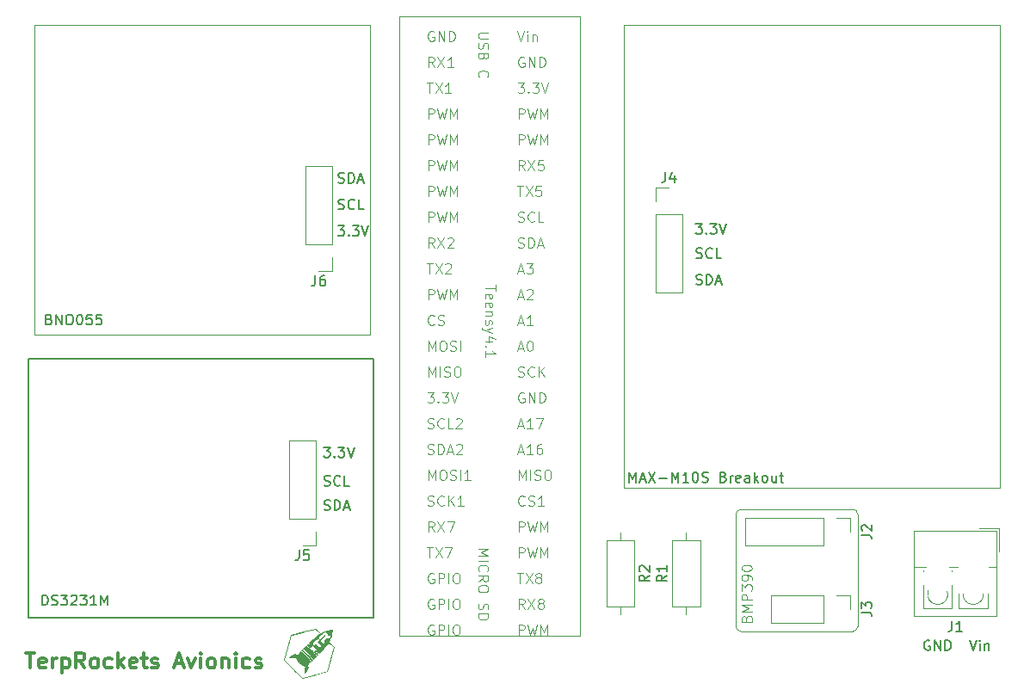
<source format=gbr>
%TF.GenerationSoftware,KiCad,Pcbnew,7.0.7*%
%TF.CreationDate,2023-11-29T00:51:10-05:00*%
%TF.ProjectId,master-board,6d617374-6572-42d6-926f-6172642e6b69,rev?*%
%TF.SameCoordinates,Original*%
%TF.FileFunction,Legend,Top*%
%TF.FilePolarity,Positive*%
%FSLAX46Y46*%
G04 Gerber Fmt 4.6, Leading zero omitted, Abs format (unit mm)*
G04 Created by KiCad (PCBNEW 7.0.7) date 2023-11-29 00:51:10*
%MOMM*%
%LPD*%
G01*
G04 APERTURE LIST*
%ADD10C,0.050000*%
%ADD11C,0.150000*%
%ADD12C,0.100000*%
%ADD13C,0.300000*%
%ADD14C,0.120000*%
G04 APERTURE END LIST*
D10*
X160100000Y-122780000D02*
X171100000Y-122780000D01*
X171100000Y-122780000D02*
G75*
G03*
X171600000Y-122280000I0J500000D01*
G01*
D11*
X89950000Y-95950000D02*
X123950000Y-95950000D01*
X123950000Y-121450000D01*
X89950000Y-121450000D01*
X89950000Y-95950000D01*
D10*
X159600000Y-122280000D02*
G75*
G03*
X160100000Y-122780000I500000J0D01*
G01*
D12*
X148550000Y-63150000D02*
X185550000Y-63150000D01*
X185550000Y-108650000D01*
X148550000Y-108650000D01*
X148550000Y-63150000D01*
D10*
X171600000Y-111280000D02*
G75*
G03*
X171100000Y-110780000I-500000J0D01*
G01*
X159600000Y-111280000D02*
X159600000Y-122280000D01*
D12*
X90610000Y-63140000D02*
X123630000Y-63140000D01*
X123630000Y-93620000D01*
X90610000Y-93620000D01*
X90610000Y-63140000D01*
D10*
X171100000Y-110780000D02*
X160100000Y-110780000D01*
X171600000Y-122280000D02*
X171600000Y-111280000D01*
X160100000Y-110780000D02*
G75*
G03*
X159600000Y-111280000I0J-500000D01*
G01*
D11*
X119089160Y-108422200D02*
X119232017Y-108469819D01*
X119232017Y-108469819D02*
X119470112Y-108469819D01*
X119470112Y-108469819D02*
X119565350Y-108422200D01*
X119565350Y-108422200D02*
X119612969Y-108374580D01*
X119612969Y-108374580D02*
X119660588Y-108279342D01*
X119660588Y-108279342D02*
X119660588Y-108184104D01*
X119660588Y-108184104D02*
X119612969Y-108088866D01*
X119612969Y-108088866D02*
X119565350Y-108041247D01*
X119565350Y-108041247D02*
X119470112Y-107993628D01*
X119470112Y-107993628D02*
X119279636Y-107946009D01*
X119279636Y-107946009D02*
X119184398Y-107898390D01*
X119184398Y-107898390D02*
X119136779Y-107850771D01*
X119136779Y-107850771D02*
X119089160Y-107755533D01*
X119089160Y-107755533D02*
X119089160Y-107660295D01*
X119089160Y-107660295D02*
X119136779Y-107565057D01*
X119136779Y-107565057D02*
X119184398Y-107517438D01*
X119184398Y-107517438D02*
X119279636Y-107469819D01*
X119279636Y-107469819D02*
X119517731Y-107469819D01*
X119517731Y-107469819D02*
X119660588Y-107517438D01*
X120660588Y-108374580D02*
X120612969Y-108422200D01*
X120612969Y-108422200D02*
X120470112Y-108469819D01*
X120470112Y-108469819D02*
X120374874Y-108469819D01*
X120374874Y-108469819D02*
X120232017Y-108422200D01*
X120232017Y-108422200D02*
X120136779Y-108326961D01*
X120136779Y-108326961D02*
X120089160Y-108231723D01*
X120089160Y-108231723D02*
X120041541Y-108041247D01*
X120041541Y-108041247D02*
X120041541Y-107898390D01*
X120041541Y-107898390D02*
X120089160Y-107707914D01*
X120089160Y-107707914D02*
X120136779Y-107612676D01*
X120136779Y-107612676D02*
X120232017Y-107517438D01*
X120232017Y-107517438D02*
X120374874Y-107469819D01*
X120374874Y-107469819D02*
X120470112Y-107469819D01*
X120470112Y-107469819D02*
X120612969Y-107517438D01*
X120612969Y-107517438D02*
X120660588Y-107565057D01*
X121565350Y-108469819D02*
X121089160Y-108469819D01*
X121089160Y-108469819D02*
X121089160Y-107469819D01*
X92020112Y-92086009D02*
X92162969Y-92133628D01*
X92162969Y-92133628D02*
X92210588Y-92181247D01*
X92210588Y-92181247D02*
X92258207Y-92276485D01*
X92258207Y-92276485D02*
X92258207Y-92419342D01*
X92258207Y-92419342D02*
X92210588Y-92514580D01*
X92210588Y-92514580D02*
X92162969Y-92562200D01*
X92162969Y-92562200D02*
X92067731Y-92609819D01*
X92067731Y-92609819D02*
X91686779Y-92609819D01*
X91686779Y-92609819D02*
X91686779Y-91609819D01*
X91686779Y-91609819D02*
X92020112Y-91609819D01*
X92020112Y-91609819D02*
X92115350Y-91657438D01*
X92115350Y-91657438D02*
X92162969Y-91705057D01*
X92162969Y-91705057D02*
X92210588Y-91800295D01*
X92210588Y-91800295D02*
X92210588Y-91895533D01*
X92210588Y-91895533D02*
X92162969Y-91990771D01*
X92162969Y-91990771D02*
X92115350Y-92038390D01*
X92115350Y-92038390D02*
X92020112Y-92086009D01*
X92020112Y-92086009D02*
X91686779Y-92086009D01*
X92686779Y-92609819D02*
X92686779Y-91609819D01*
X92686779Y-91609819D02*
X93258207Y-92609819D01*
X93258207Y-92609819D02*
X93258207Y-91609819D01*
X93924874Y-91609819D02*
X94115350Y-91609819D01*
X94115350Y-91609819D02*
X94210588Y-91657438D01*
X94210588Y-91657438D02*
X94305826Y-91752676D01*
X94305826Y-91752676D02*
X94353445Y-91943152D01*
X94353445Y-91943152D02*
X94353445Y-92276485D01*
X94353445Y-92276485D02*
X94305826Y-92466961D01*
X94305826Y-92466961D02*
X94210588Y-92562200D01*
X94210588Y-92562200D02*
X94115350Y-92609819D01*
X94115350Y-92609819D02*
X93924874Y-92609819D01*
X93924874Y-92609819D02*
X93829636Y-92562200D01*
X93829636Y-92562200D02*
X93734398Y-92466961D01*
X93734398Y-92466961D02*
X93686779Y-92276485D01*
X93686779Y-92276485D02*
X93686779Y-91943152D01*
X93686779Y-91943152D02*
X93734398Y-91752676D01*
X93734398Y-91752676D02*
X93829636Y-91657438D01*
X93829636Y-91657438D02*
X93924874Y-91609819D01*
X94972493Y-91609819D02*
X95067731Y-91609819D01*
X95067731Y-91609819D02*
X95162969Y-91657438D01*
X95162969Y-91657438D02*
X95210588Y-91705057D01*
X95210588Y-91705057D02*
X95258207Y-91800295D01*
X95258207Y-91800295D02*
X95305826Y-91990771D01*
X95305826Y-91990771D02*
X95305826Y-92228866D01*
X95305826Y-92228866D02*
X95258207Y-92419342D01*
X95258207Y-92419342D02*
X95210588Y-92514580D01*
X95210588Y-92514580D02*
X95162969Y-92562200D01*
X95162969Y-92562200D02*
X95067731Y-92609819D01*
X95067731Y-92609819D02*
X94972493Y-92609819D01*
X94972493Y-92609819D02*
X94877255Y-92562200D01*
X94877255Y-92562200D02*
X94829636Y-92514580D01*
X94829636Y-92514580D02*
X94782017Y-92419342D01*
X94782017Y-92419342D02*
X94734398Y-92228866D01*
X94734398Y-92228866D02*
X94734398Y-91990771D01*
X94734398Y-91990771D02*
X94782017Y-91800295D01*
X94782017Y-91800295D02*
X94829636Y-91705057D01*
X94829636Y-91705057D02*
X94877255Y-91657438D01*
X94877255Y-91657438D02*
X94972493Y-91609819D01*
X96210588Y-91609819D02*
X95734398Y-91609819D01*
X95734398Y-91609819D02*
X95686779Y-92086009D01*
X95686779Y-92086009D02*
X95734398Y-92038390D01*
X95734398Y-92038390D02*
X95829636Y-91990771D01*
X95829636Y-91990771D02*
X96067731Y-91990771D01*
X96067731Y-91990771D02*
X96162969Y-92038390D01*
X96162969Y-92038390D02*
X96210588Y-92086009D01*
X96210588Y-92086009D02*
X96258207Y-92181247D01*
X96258207Y-92181247D02*
X96258207Y-92419342D01*
X96258207Y-92419342D02*
X96210588Y-92514580D01*
X96210588Y-92514580D02*
X96162969Y-92562200D01*
X96162969Y-92562200D02*
X96067731Y-92609819D01*
X96067731Y-92609819D02*
X95829636Y-92609819D01*
X95829636Y-92609819D02*
X95734398Y-92562200D01*
X95734398Y-92562200D02*
X95686779Y-92514580D01*
X97162969Y-91609819D02*
X96686779Y-91609819D01*
X96686779Y-91609819D02*
X96639160Y-92086009D01*
X96639160Y-92086009D02*
X96686779Y-92038390D01*
X96686779Y-92038390D02*
X96782017Y-91990771D01*
X96782017Y-91990771D02*
X97020112Y-91990771D01*
X97020112Y-91990771D02*
X97115350Y-92038390D01*
X97115350Y-92038390D02*
X97162969Y-92086009D01*
X97162969Y-92086009D02*
X97210588Y-92181247D01*
X97210588Y-92181247D02*
X97210588Y-92419342D01*
X97210588Y-92419342D02*
X97162969Y-92514580D01*
X97162969Y-92514580D02*
X97115350Y-92562200D01*
X97115350Y-92562200D02*
X97020112Y-92609819D01*
X97020112Y-92609819D02*
X96782017Y-92609819D01*
X96782017Y-92609819D02*
X96686779Y-92562200D01*
X96686779Y-92562200D02*
X96639160Y-92514580D01*
X91336779Y-120219819D02*
X91336779Y-119219819D01*
X91336779Y-119219819D02*
X91574874Y-119219819D01*
X91574874Y-119219819D02*
X91717731Y-119267438D01*
X91717731Y-119267438D02*
X91812969Y-119362676D01*
X91812969Y-119362676D02*
X91860588Y-119457914D01*
X91860588Y-119457914D02*
X91908207Y-119648390D01*
X91908207Y-119648390D02*
X91908207Y-119791247D01*
X91908207Y-119791247D02*
X91860588Y-119981723D01*
X91860588Y-119981723D02*
X91812969Y-120076961D01*
X91812969Y-120076961D02*
X91717731Y-120172200D01*
X91717731Y-120172200D02*
X91574874Y-120219819D01*
X91574874Y-120219819D02*
X91336779Y-120219819D01*
X92289160Y-120172200D02*
X92432017Y-120219819D01*
X92432017Y-120219819D02*
X92670112Y-120219819D01*
X92670112Y-120219819D02*
X92765350Y-120172200D01*
X92765350Y-120172200D02*
X92812969Y-120124580D01*
X92812969Y-120124580D02*
X92860588Y-120029342D01*
X92860588Y-120029342D02*
X92860588Y-119934104D01*
X92860588Y-119934104D02*
X92812969Y-119838866D01*
X92812969Y-119838866D02*
X92765350Y-119791247D01*
X92765350Y-119791247D02*
X92670112Y-119743628D01*
X92670112Y-119743628D02*
X92479636Y-119696009D01*
X92479636Y-119696009D02*
X92384398Y-119648390D01*
X92384398Y-119648390D02*
X92336779Y-119600771D01*
X92336779Y-119600771D02*
X92289160Y-119505533D01*
X92289160Y-119505533D02*
X92289160Y-119410295D01*
X92289160Y-119410295D02*
X92336779Y-119315057D01*
X92336779Y-119315057D02*
X92384398Y-119267438D01*
X92384398Y-119267438D02*
X92479636Y-119219819D01*
X92479636Y-119219819D02*
X92717731Y-119219819D01*
X92717731Y-119219819D02*
X92860588Y-119267438D01*
X93193922Y-119219819D02*
X93812969Y-119219819D01*
X93812969Y-119219819D02*
X93479636Y-119600771D01*
X93479636Y-119600771D02*
X93622493Y-119600771D01*
X93622493Y-119600771D02*
X93717731Y-119648390D01*
X93717731Y-119648390D02*
X93765350Y-119696009D01*
X93765350Y-119696009D02*
X93812969Y-119791247D01*
X93812969Y-119791247D02*
X93812969Y-120029342D01*
X93812969Y-120029342D02*
X93765350Y-120124580D01*
X93765350Y-120124580D02*
X93717731Y-120172200D01*
X93717731Y-120172200D02*
X93622493Y-120219819D01*
X93622493Y-120219819D02*
X93336779Y-120219819D01*
X93336779Y-120219819D02*
X93241541Y-120172200D01*
X93241541Y-120172200D02*
X93193922Y-120124580D01*
X94193922Y-119315057D02*
X94241541Y-119267438D01*
X94241541Y-119267438D02*
X94336779Y-119219819D01*
X94336779Y-119219819D02*
X94574874Y-119219819D01*
X94574874Y-119219819D02*
X94670112Y-119267438D01*
X94670112Y-119267438D02*
X94717731Y-119315057D01*
X94717731Y-119315057D02*
X94765350Y-119410295D01*
X94765350Y-119410295D02*
X94765350Y-119505533D01*
X94765350Y-119505533D02*
X94717731Y-119648390D01*
X94717731Y-119648390D02*
X94146303Y-120219819D01*
X94146303Y-120219819D02*
X94765350Y-120219819D01*
X95098684Y-119219819D02*
X95717731Y-119219819D01*
X95717731Y-119219819D02*
X95384398Y-119600771D01*
X95384398Y-119600771D02*
X95527255Y-119600771D01*
X95527255Y-119600771D02*
X95622493Y-119648390D01*
X95622493Y-119648390D02*
X95670112Y-119696009D01*
X95670112Y-119696009D02*
X95717731Y-119791247D01*
X95717731Y-119791247D02*
X95717731Y-120029342D01*
X95717731Y-120029342D02*
X95670112Y-120124580D01*
X95670112Y-120124580D02*
X95622493Y-120172200D01*
X95622493Y-120172200D02*
X95527255Y-120219819D01*
X95527255Y-120219819D02*
X95241541Y-120219819D01*
X95241541Y-120219819D02*
X95146303Y-120172200D01*
X95146303Y-120172200D02*
X95098684Y-120124580D01*
X96670112Y-120219819D02*
X96098684Y-120219819D01*
X96384398Y-120219819D02*
X96384398Y-119219819D01*
X96384398Y-119219819D02*
X96289160Y-119362676D01*
X96289160Y-119362676D02*
X96193922Y-119457914D01*
X96193922Y-119457914D02*
X96098684Y-119505533D01*
X97098684Y-120219819D02*
X97098684Y-119219819D01*
X97098684Y-119219819D02*
X97432017Y-119934104D01*
X97432017Y-119934104D02*
X97765350Y-119219819D01*
X97765350Y-119219819D02*
X97765350Y-120219819D01*
X120441541Y-82869819D02*
X121060588Y-82869819D01*
X121060588Y-82869819D02*
X120727255Y-83250771D01*
X120727255Y-83250771D02*
X120870112Y-83250771D01*
X120870112Y-83250771D02*
X120965350Y-83298390D01*
X120965350Y-83298390D02*
X121012969Y-83346009D01*
X121012969Y-83346009D02*
X121060588Y-83441247D01*
X121060588Y-83441247D02*
X121060588Y-83679342D01*
X121060588Y-83679342D02*
X121012969Y-83774580D01*
X121012969Y-83774580D02*
X120965350Y-83822200D01*
X120965350Y-83822200D02*
X120870112Y-83869819D01*
X120870112Y-83869819D02*
X120584398Y-83869819D01*
X120584398Y-83869819D02*
X120489160Y-83822200D01*
X120489160Y-83822200D02*
X120441541Y-83774580D01*
X121489160Y-83774580D02*
X121536779Y-83822200D01*
X121536779Y-83822200D02*
X121489160Y-83869819D01*
X121489160Y-83869819D02*
X121441541Y-83822200D01*
X121441541Y-83822200D02*
X121489160Y-83774580D01*
X121489160Y-83774580D02*
X121489160Y-83869819D01*
X121870112Y-82869819D02*
X122489159Y-82869819D01*
X122489159Y-82869819D02*
X122155826Y-83250771D01*
X122155826Y-83250771D02*
X122298683Y-83250771D01*
X122298683Y-83250771D02*
X122393921Y-83298390D01*
X122393921Y-83298390D02*
X122441540Y-83346009D01*
X122441540Y-83346009D02*
X122489159Y-83441247D01*
X122489159Y-83441247D02*
X122489159Y-83679342D01*
X122489159Y-83679342D02*
X122441540Y-83774580D01*
X122441540Y-83774580D02*
X122393921Y-83822200D01*
X122393921Y-83822200D02*
X122298683Y-83869819D01*
X122298683Y-83869819D02*
X122012969Y-83869819D01*
X122012969Y-83869819D02*
X121917731Y-83822200D01*
X121917731Y-83822200D02*
X121870112Y-83774580D01*
X122774874Y-82869819D02*
X123108207Y-83869819D01*
X123108207Y-83869819D02*
X123441540Y-82869819D01*
D13*
X89740225Y-124900828D02*
X90597368Y-124900828D01*
X90168796Y-126400828D02*
X90168796Y-124900828D01*
X91668796Y-126329400D02*
X91525939Y-126400828D01*
X91525939Y-126400828D02*
X91240225Y-126400828D01*
X91240225Y-126400828D02*
X91097367Y-126329400D01*
X91097367Y-126329400D02*
X91025939Y-126186542D01*
X91025939Y-126186542D02*
X91025939Y-125615114D01*
X91025939Y-125615114D02*
X91097367Y-125472257D01*
X91097367Y-125472257D02*
X91240225Y-125400828D01*
X91240225Y-125400828D02*
X91525939Y-125400828D01*
X91525939Y-125400828D02*
X91668796Y-125472257D01*
X91668796Y-125472257D02*
X91740225Y-125615114D01*
X91740225Y-125615114D02*
X91740225Y-125757971D01*
X91740225Y-125757971D02*
X91025939Y-125900828D01*
X92383081Y-126400828D02*
X92383081Y-125400828D01*
X92383081Y-125686542D02*
X92454510Y-125543685D01*
X92454510Y-125543685D02*
X92525939Y-125472257D01*
X92525939Y-125472257D02*
X92668796Y-125400828D01*
X92668796Y-125400828D02*
X92811653Y-125400828D01*
X93311652Y-125400828D02*
X93311652Y-126900828D01*
X93311652Y-125472257D02*
X93454510Y-125400828D01*
X93454510Y-125400828D02*
X93740224Y-125400828D01*
X93740224Y-125400828D02*
X93883081Y-125472257D01*
X93883081Y-125472257D02*
X93954510Y-125543685D01*
X93954510Y-125543685D02*
X94025938Y-125686542D01*
X94025938Y-125686542D02*
X94025938Y-126115114D01*
X94025938Y-126115114D02*
X93954510Y-126257971D01*
X93954510Y-126257971D02*
X93883081Y-126329400D01*
X93883081Y-126329400D02*
X93740224Y-126400828D01*
X93740224Y-126400828D02*
X93454510Y-126400828D01*
X93454510Y-126400828D02*
X93311652Y-126329400D01*
X95525938Y-126400828D02*
X95025938Y-125686542D01*
X94668795Y-126400828D02*
X94668795Y-124900828D01*
X94668795Y-124900828D02*
X95240224Y-124900828D01*
X95240224Y-124900828D02*
X95383081Y-124972257D01*
X95383081Y-124972257D02*
X95454510Y-125043685D01*
X95454510Y-125043685D02*
X95525938Y-125186542D01*
X95525938Y-125186542D02*
X95525938Y-125400828D01*
X95525938Y-125400828D02*
X95454510Y-125543685D01*
X95454510Y-125543685D02*
X95383081Y-125615114D01*
X95383081Y-125615114D02*
X95240224Y-125686542D01*
X95240224Y-125686542D02*
X94668795Y-125686542D01*
X96383081Y-126400828D02*
X96240224Y-126329400D01*
X96240224Y-126329400D02*
X96168795Y-126257971D01*
X96168795Y-126257971D02*
X96097367Y-126115114D01*
X96097367Y-126115114D02*
X96097367Y-125686542D01*
X96097367Y-125686542D02*
X96168795Y-125543685D01*
X96168795Y-125543685D02*
X96240224Y-125472257D01*
X96240224Y-125472257D02*
X96383081Y-125400828D01*
X96383081Y-125400828D02*
X96597367Y-125400828D01*
X96597367Y-125400828D02*
X96740224Y-125472257D01*
X96740224Y-125472257D02*
X96811653Y-125543685D01*
X96811653Y-125543685D02*
X96883081Y-125686542D01*
X96883081Y-125686542D02*
X96883081Y-126115114D01*
X96883081Y-126115114D02*
X96811653Y-126257971D01*
X96811653Y-126257971D02*
X96740224Y-126329400D01*
X96740224Y-126329400D02*
X96597367Y-126400828D01*
X96597367Y-126400828D02*
X96383081Y-126400828D01*
X98168796Y-126329400D02*
X98025938Y-126400828D01*
X98025938Y-126400828D02*
X97740224Y-126400828D01*
X97740224Y-126400828D02*
X97597367Y-126329400D01*
X97597367Y-126329400D02*
X97525938Y-126257971D01*
X97525938Y-126257971D02*
X97454510Y-126115114D01*
X97454510Y-126115114D02*
X97454510Y-125686542D01*
X97454510Y-125686542D02*
X97525938Y-125543685D01*
X97525938Y-125543685D02*
X97597367Y-125472257D01*
X97597367Y-125472257D02*
X97740224Y-125400828D01*
X97740224Y-125400828D02*
X98025938Y-125400828D01*
X98025938Y-125400828D02*
X98168796Y-125472257D01*
X98811652Y-126400828D02*
X98811652Y-124900828D01*
X98954510Y-125829400D02*
X99383081Y-126400828D01*
X99383081Y-125400828D02*
X98811652Y-125972257D01*
X100597367Y-126329400D02*
X100454510Y-126400828D01*
X100454510Y-126400828D02*
X100168796Y-126400828D01*
X100168796Y-126400828D02*
X100025938Y-126329400D01*
X100025938Y-126329400D02*
X99954510Y-126186542D01*
X99954510Y-126186542D02*
X99954510Y-125615114D01*
X99954510Y-125615114D02*
X100025938Y-125472257D01*
X100025938Y-125472257D02*
X100168796Y-125400828D01*
X100168796Y-125400828D02*
X100454510Y-125400828D01*
X100454510Y-125400828D02*
X100597367Y-125472257D01*
X100597367Y-125472257D02*
X100668796Y-125615114D01*
X100668796Y-125615114D02*
X100668796Y-125757971D01*
X100668796Y-125757971D02*
X99954510Y-125900828D01*
X101097367Y-125400828D02*
X101668795Y-125400828D01*
X101311652Y-124900828D02*
X101311652Y-126186542D01*
X101311652Y-126186542D02*
X101383081Y-126329400D01*
X101383081Y-126329400D02*
X101525938Y-126400828D01*
X101525938Y-126400828D02*
X101668795Y-126400828D01*
X102097367Y-126329400D02*
X102240224Y-126400828D01*
X102240224Y-126400828D02*
X102525938Y-126400828D01*
X102525938Y-126400828D02*
X102668795Y-126329400D01*
X102668795Y-126329400D02*
X102740224Y-126186542D01*
X102740224Y-126186542D02*
X102740224Y-126115114D01*
X102740224Y-126115114D02*
X102668795Y-125972257D01*
X102668795Y-125972257D02*
X102525938Y-125900828D01*
X102525938Y-125900828D02*
X102311653Y-125900828D01*
X102311653Y-125900828D02*
X102168795Y-125829400D01*
X102168795Y-125829400D02*
X102097367Y-125686542D01*
X102097367Y-125686542D02*
X102097367Y-125615114D01*
X102097367Y-125615114D02*
X102168795Y-125472257D01*
X102168795Y-125472257D02*
X102311653Y-125400828D01*
X102311653Y-125400828D02*
X102525938Y-125400828D01*
X102525938Y-125400828D02*
X102668795Y-125472257D01*
X104454510Y-125972257D02*
X105168796Y-125972257D01*
X104311653Y-126400828D02*
X104811653Y-124900828D01*
X104811653Y-124900828D02*
X105311653Y-126400828D01*
X105668795Y-125400828D02*
X106025938Y-126400828D01*
X106025938Y-126400828D02*
X106383081Y-125400828D01*
X106954509Y-126400828D02*
X106954509Y-125400828D01*
X106954509Y-124900828D02*
X106883081Y-124972257D01*
X106883081Y-124972257D02*
X106954509Y-125043685D01*
X106954509Y-125043685D02*
X107025938Y-124972257D01*
X107025938Y-124972257D02*
X106954509Y-124900828D01*
X106954509Y-124900828D02*
X106954509Y-125043685D01*
X107883081Y-126400828D02*
X107740224Y-126329400D01*
X107740224Y-126329400D02*
X107668795Y-126257971D01*
X107668795Y-126257971D02*
X107597367Y-126115114D01*
X107597367Y-126115114D02*
X107597367Y-125686542D01*
X107597367Y-125686542D02*
X107668795Y-125543685D01*
X107668795Y-125543685D02*
X107740224Y-125472257D01*
X107740224Y-125472257D02*
X107883081Y-125400828D01*
X107883081Y-125400828D02*
X108097367Y-125400828D01*
X108097367Y-125400828D02*
X108240224Y-125472257D01*
X108240224Y-125472257D02*
X108311653Y-125543685D01*
X108311653Y-125543685D02*
X108383081Y-125686542D01*
X108383081Y-125686542D02*
X108383081Y-126115114D01*
X108383081Y-126115114D02*
X108311653Y-126257971D01*
X108311653Y-126257971D02*
X108240224Y-126329400D01*
X108240224Y-126329400D02*
X108097367Y-126400828D01*
X108097367Y-126400828D02*
X107883081Y-126400828D01*
X109025938Y-125400828D02*
X109025938Y-126400828D01*
X109025938Y-125543685D02*
X109097367Y-125472257D01*
X109097367Y-125472257D02*
X109240224Y-125400828D01*
X109240224Y-125400828D02*
X109454510Y-125400828D01*
X109454510Y-125400828D02*
X109597367Y-125472257D01*
X109597367Y-125472257D02*
X109668796Y-125615114D01*
X109668796Y-125615114D02*
X109668796Y-126400828D01*
X110383081Y-126400828D02*
X110383081Y-125400828D01*
X110383081Y-124900828D02*
X110311653Y-124972257D01*
X110311653Y-124972257D02*
X110383081Y-125043685D01*
X110383081Y-125043685D02*
X110454510Y-124972257D01*
X110454510Y-124972257D02*
X110383081Y-124900828D01*
X110383081Y-124900828D02*
X110383081Y-125043685D01*
X111740225Y-126329400D02*
X111597367Y-126400828D01*
X111597367Y-126400828D02*
X111311653Y-126400828D01*
X111311653Y-126400828D02*
X111168796Y-126329400D01*
X111168796Y-126329400D02*
X111097367Y-126257971D01*
X111097367Y-126257971D02*
X111025939Y-126115114D01*
X111025939Y-126115114D02*
X111025939Y-125686542D01*
X111025939Y-125686542D02*
X111097367Y-125543685D01*
X111097367Y-125543685D02*
X111168796Y-125472257D01*
X111168796Y-125472257D02*
X111311653Y-125400828D01*
X111311653Y-125400828D02*
X111597367Y-125400828D01*
X111597367Y-125400828D02*
X111740225Y-125472257D01*
X112311653Y-126329400D02*
X112454510Y-126400828D01*
X112454510Y-126400828D02*
X112740224Y-126400828D01*
X112740224Y-126400828D02*
X112883081Y-126329400D01*
X112883081Y-126329400D02*
X112954510Y-126186542D01*
X112954510Y-126186542D02*
X112954510Y-126115114D01*
X112954510Y-126115114D02*
X112883081Y-125972257D01*
X112883081Y-125972257D02*
X112740224Y-125900828D01*
X112740224Y-125900828D02*
X112525939Y-125900828D01*
X112525939Y-125900828D02*
X112383081Y-125829400D01*
X112383081Y-125829400D02*
X112311653Y-125686542D01*
X112311653Y-125686542D02*
X112311653Y-125615114D01*
X112311653Y-125615114D02*
X112383081Y-125472257D01*
X112383081Y-125472257D02*
X112525939Y-125400828D01*
X112525939Y-125400828D02*
X112740224Y-125400828D01*
X112740224Y-125400828D02*
X112883081Y-125472257D01*
D11*
X119041541Y-104669819D02*
X119660588Y-104669819D01*
X119660588Y-104669819D02*
X119327255Y-105050771D01*
X119327255Y-105050771D02*
X119470112Y-105050771D01*
X119470112Y-105050771D02*
X119565350Y-105098390D01*
X119565350Y-105098390D02*
X119612969Y-105146009D01*
X119612969Y-105146009D02*
X119660588Y-105241247D01*
X119660588Y-105241247D02*
X119660588Y-105479342D01*
X119660588Y-105479342D02*
X119612969Y-105574580D01*
X119612969Y-105574580D02*
X119565350Y-105622200D01*
X119565350Y-105622200D02*
X119470112Y-105669819D01*
X119470112Y-105669819D02*
X119184398Y-105669819D01*
X119184398Y-105669819D02*
X119089160Y-105622200D01*
X119089160Y-105622200D02*
X119041541Y-105574580D01*
X120089160Y-105574580D02*
X120136779Y-105622200D01*
X120136779Y-105622200D02*
X120089160Y-105669819D01*
X120089160Y-105669819D02*
X120041541Y-105622200D01*
X120041541Y-105622200D02*
X120089160Y-105574580D01*
X120089160Y-105574580D02*
X120089160Y-105669819D01*
X120470112Y-104669819D02*
X121089159Y-104669819D01*
X121089159Y-104669819D02*
X120755826Y-105050771D01*
X120755826Y-105050771D02*
X120898683Y-105050771D01*
X120898683Y-105050771D02*
X120993921Y-105098390D01*
X120993921Y-105098390D02*
X121041540Y-105146009D01*
X121041540Y-105146009D02*
X121089159Y-105241247D01*
X121089159Y-105241247D02*
X121089159Y-105479342D01*
X121089159Y-105479342D02*
X121041540Y-105574580D01*
X121041540Y-105574580D02*
X120993921Y-105622200D01*
X120993921Y-105622200D02*
X120898683Y-105669819D01*
X120898683Y-105669819D02*
X120612969Y-105669819D01*
X120612969Y-105669819D02*
X120517731Y-105622200D01*
X120517731Y-105622200D02*
X120470112Y-105574580D01*
X121374874Y-104669819D02*
X121708207Y-105669819D01*
X121708207Y-105669819D02*
X122041540Y-104669819D01*
X149086779Y-108119819D02*
X149086779Y-107119819D01*
X149086779Y-107119819D02*
X149420112Y-107834104D01*
X149420112Y-107834104D02*
X149753445Y-107119819D01*
X149753445Y-107119819D02*
X149753445Y-108119819D01*
X150182017Y-107834104D02*
X150658207Y-107834104D01*
X150086779Y-108119819D02*
X150420112Y-107119819D01*
X150420112Y-107119819D02*
X150753445Y-108119819D01*
X150991541Y-107119819D02*
X151658207Y-108119819D01*
X151658207Y-107119819D02*
X150991541Y-108119819D01*
X152039160Y-107738866D02*
X152801065Y-107738866D01*
X153277255Y-108119819D02*
X153277255Y-107119819D01*
X153277255Y-107119819D02*
X153610588Y-107834104D01*
X153610588Y-107834104D02*
X153943921Y-107119819D01*
X153943921Y-107119819D02*
X153943921Y-108119819D01*
X154943921Y-108119819D02*
X154372493Y-108119819D01*
X154658207Y-108119819D02*
X154658207Y-107119819D01*
X154658207Y-107119819D02*
X154562969Y-107262676D01*
X154562969Y-107262676D02*
X154467731Y-107357914D01*
X154467731Y-107357914D02*
X154372493Y-107405533D01*
X155562969Y-107119819D02*
X155658207Y-107119819D01*
X155658207Y-107119819D02*
X155753445Y-107167438D01*
X155753445Y-107167438D02*
X155801064Y-107215057D01*
X155801064Y-107215057D02*
X155848683Y-107310295D01*
X155848683Y-107310295D02*
X155896302Y-107500771D01*
X155896302Y-107500771D02*
X155896302Y-107738866D01*
X155896302Y-107738866D02*
X155848683Y-107929342D01*
X155848683Y-107929342D02*
X155801064Y-108024580D01*
X155801064Y-108024580D02*
X155753445Y-108072200D01*
X155753445Y-108072200D02*
X155658207Y-108119819D01*
X155658207Y-108119819D02*
X155562969Y-108119819D01*
X155562969Y-108119819D02*
X155467731Y-108072200D01*
X155467731Y-108072200D02*
X155420112Y-108024580D01*
X155420112Y-108024580D02*
X155372493Y-107929342D01*
X155372493Y-107929342D02*
X155324874Y-107738866D01*
X155324874Y-107738866D02*
X155324874Y-107500771D01*
X155324874Y-107500771D02*
X155372493Y-107310295D01*
X155372493Y-107310295D02*
X155420112Y-107215057D01*
X155420112Y-107215057D02*
X155467731Y-107167438D01*
X155467731Y-107167438D02*
X155562969Y-107119819D01*
X156277255Y-108072200D02*
X156420112Y-108119819D01*
X156420112Y-108119819D02*
X156658207Y-108119819D01*
X156658207Y-108119819D02*
X156753445Y-108072200D01*
X156753445Y-108072200D02*
X156801064Y-108024580D01*
X156801064Y-108024580D02*
X156848683Y-107929342D01*
X156848683Y-107929342D02*
X156848683Y-107834104D01*
X156848683Y-107834104D02*
X156801064Y-107738866D01*
X156801064Y-107738866D02*
X156753445Y-107691247D01*
X156753445Y-107691247D02*
X156658207Y-107643628D01*
X156658207Y-107643628D02*
X156467731Y-107596009D01*
X156467731Y-107596009D02*
X156372493Y-107548390D01*
X156372493Y-107548390D02*
X156324874Y-107500771D01*
X156324874Y-107500771D02*
X156277255Y-107405533D01*
X156277255Y-107405533D02*
X156277255Y-107310295D01*
X156277255Y-107310295D02*
X156324874Y-107215057D01*
X156324874Y-107215057D02*
X156372493Y-107167438D01*
X156372493Y-107167438D02*
X156467731Y-107119819D01*
X156467731Y-107119819D02*
X156705826Y-107119819D01*
X156705826Y-107119819D02*
X156848683Y-107167438D01*
X158372493Y-107596009D02*
X158515350Y-107643628D01*
X158515350Y-107643628D02*
X158562969Y-107691247D01*
X158562969Y-107691247D02*
X158610588Y-107786485D01*
X158610588Y-107786485D02*
X158610588Y-107929342D01*
X158610588Y-107929342D02*
X158562969Y-108024580D01*
X158562969Y-108024580D02*
X158515350Y-108072200D01*
X158515350Y-108072200D02*
X158420112Y-108119819D01*
X158420112Y-108119819D02*
X158039160Y-108119819D01*
X158039160Y-108119819D02*
X158039160Y-107119819D01*
X158039160Y-107119819D02*
X158372493Y-107119819D01*
X158372493Y-107119819D02*
X158467731Y-107167438D01*
X158467731Y-107167438D02*
X158515350Y-107215057D01*
X158515350Y-107215057D02*
X158562969Y-107310295D01*
X158562969Y-107310295D02*
X158562969Y-107405533D01*
X158562969Y-107405533D02*
X158515350Y-107500771D01*
X158515350Y-107500771D02*
X158467731Y-107548390D01*
X158467731Y-107548390D02*
X158372493Y-107596009D01*
X158372493Y-107596009D02*
X158039160Y-107596009D01*
X159039160Y-108119819D02*
X159039160Y-107453152D01*
X159039160Y-107643628D02*
X159086779Y-107548390D01*
X159086779Y-107548390D02*
X159134398Y-107500771D01*
X159134398Y-107500771D02*
X159229636Y-107453152D01*
X159229636Y-107453152D02*
X159324874Y-107453152D01*
X160039160Y-108072200D02*
X159943922Y-108119819D01*
X159943922Y-108119819D02*
X159753446Y-108119819D01*
X159753446Y-108119819D02*
X159658208Y-108072200D01*
X159658208Y-108072200D02*
X159610589Y-107976961D01*
X159610589Y-107976961D02*
X159610589Y-107596009D01*
X159610589Y-107596009D02*
X159658208Y-107500771D01*
X159658208Y-107500771D02*
X159753446Y-107453152D01*
X159753446Y-107453152D02*
X159943922Y-107453152D01*
X159943922Y-107453152D02*
X160039160Y-107500771D01*
X160039160Y-107500771D02*
X160086779Y-107596009D01*
X160086779Y-107596009D02*
X160086779Y-107691247D01*
X160086779Y-107691247D02*
X159610589Y-107786485D01*
X160943922Y-108119819D02*
X160943922Y-107596009D01*
X160943922Y-107596009D02*
X160896303Y-107500771D01*
X160896303Y-107500771D02*
X160801065Y-107453152D01*
X160801065Y-107453152D02*
X160610589Y-107453152D01*
X160610589Y-107453152D02*
X160515351Y-107500771D01*
X160943922Y-108072200D02*
X160848684Y-108119819D01*
X160848684Y-108119819D02*
X160610589Y-108119819D01*
X160610589Y-108119819D02*
X160515351Y-108072200D01*
X160515351Y-108072200D02*
X160467732Y-107976961D01*
X160467732Y-107976961D02*
X160467732Y-107881723D01*
X160467732Y-107881723D02*
X160515351Y-107786485D01*
X160515351Y-107786485D02*
X160610589Y-107738866D01*
X160610589Y-107738866D02*
X160848684Y-107738866D01*
X160848684Y-107738866D02*
X160943922Y-107691247D01*
X161420113Y-108119819D02*
X161420113Y-107119819D01*
X161515351Y-107738866D02*
X161801065Y-108119819D01*
X161801065Y-107453152D02*
X161420113Y-107834104D01*
X162372494Y-108119819D02*
X162277256Y-108072200D01*
X162277256Y-108072200D02*
X162229637Y-108024580D01*
X162229637Y-108024580D02*
X162182018Y-107929342D01*
X162182018Y-107929342D02*
X162182018Y-107643628D01*
X162182018Y-107643628D02*
X162229637Y-107548390D01*
X162229637Y-107548390D02*
X162277256Y-107500771D01*
X162277256Y-107500771D02*
X162372494Y-107453152D01*
X162372494Y-107453152D02*
X162515351Y-107453152D01*
X162515351Y-107453152D02*
X162610589Y-107500771D01*
X162610589Y-107500771D02*
X162658208Y-107548390D01*
X162658208Y-107548390D02*
X162705827Y-107643628D01*
X162705827Y-107643628D02*
X162705827Y-107929342D01*
X162705827Y-107929342D02*
X162658208Y-108024580D01*
X162658208Y-108024580D02*
X162610589Y-108072200D01*
X162610589Y-108072200D02*
X162515351Y-108119819D01*
X162515351Y-108119819D02*
X162372494Y-108119819D01*
X163562970Y-107453152D02*
X163562970Y-108119819D01*
X163134399Y-107453152D02*
X163134399Y-107976961D01*
X163134399Y-107976961D02*
X163182018Y-108072200D01*
X163182018Y-108072200D02*
X163277256Y-108119819D01*
X163277256Y-108119819D02*
X163420113Y-108119819D01*
X163420113Y-108119819D02*
X163515351Y-108072200D01*
X163515351Y-108072200D02*
X163562970Y-108024580D01*
X163896304Y-107453152D02*
X164277256Y-107453152D01*
X164039161Y-107119819D02*
X164039161Y-107976961D01*
X164039161Y-107976961D02*
X164086780Y-108072200D01*
X164086780Y-108072200D02*
X164182018Y-108119819D01*
X164182018Y-108119819D02*
X164277256Y-108119819D01*
X182593922Y-123669819D02*
X182927255Y-124669819D01*
X182927255Y-124669819D02*
X183260588Y-123669819D01*
X183593922Y-124669819D02*
X183593922Y-124003152D01*
X183593922Y-123669819D02*
X183546303Y-123717438D01*
X183546303Y-123717438D02*
X183593922Y-123765057D01*
X183593922Y-123765057D02*
X183641541Y-123717438D01*
X183641541Y-123717438D02*
X183593922Y-123669819D01*
X183593922Y-123669819D02*
X183593922Y-123765057D01*
X184070112Y-124003152D02*
X184070112Y-124669819D01*
X184070112Y-124098390D02*
X184117731Y-124050771D01*
X184117731Y-124050771D02*
X184212969Y-124003152D01*
X184212969Y-124003152D02*
X184355826Y-124003152D01*
X184355826Y-124003152D02*
X184451064Y-124050771D01*
X184451064Y-124050771D02*
X184498683Y-124146009D01*
X184498683Y-124146009D02*
X184498683Y-124669819D01*
X178660588Y-123717438D02*
X178565350Y-123669819D01*
X178565350Y-123669819D02*
X178422493Y-123669819D01*
X178422493Y-123669819D02*
X178279636Y-123717438D01*
X178279636Y-123717438D02*
X178184398Y-123812676D01*
X178184398Y-123812676D02*
X178136779Y-123907914D01*
X178136779Y-123907914D02*
X178089160Y-124098390D01*
X178089160Y-124098390D02*
X178089160Y-124241247D01*
X178089160Y-124241247D02*
X178136779Y-124431723D01*
X178136779Y-124431723D02*
X178184398Y-124526961D01*
X178184398Y-124526961D02*
X178279636Y-124622200D01*
X178279636Y-124622200D02*
X178422493Y-124669819D01*
X178422493Y-124669819D02*
X178517731Y-124669819D01*
X178517731Y-124669819D02*
X178660588Y-124622200D01*
X178660588Y-124622200D02*
X178708207Y-124574580D01*
X178708207Y-124574580D02*
X178708207Y-124241247D01*
X178708207Y-124241247D02*
X178517731Y-124241247D01*
X179136779Y-124669819D02*
X179136779Y-123669819D01*
X179136779Y-123669819D02*
X179708207Y-124669819D01*
X179708207Y-124669819D02*
X179708207Y-123669819D01*
X180184398Y-124669819D02*
X180184398Y-123669819D01*
X180184398Y-123669819D02*
X180422493Y-123669819D01*
X180422493Y-123669819D02*
X180565350Y-123717438D01*
X180565350Y-123717438D02*
X180660588Y-123812676D01*
X180660588Y-123812676D02*
X180708207Y-123907914D01*
X180708207Y-123907914D02*
X180755826Y-124098390D01*
X180755826Y-124098390D02*
X180755826Y-124241247D01*
X180755826Y-124241247D02*
X180708207Y-124431723D01*
X180708207Y-124431723D02*
X180660588Y-124526961D01*
X180660588Y-124526961D02*
X180565350Y-124622200D01*
X180565350Y-124622200D02*
X180422493Y-124669819D01*
X180422493Y-124669819D02*
X180184398Y-124669819D01*
D12*
X160633609Y-121508571D02*
X160681228Y-121365714D01*
X160681228Y-121365714D02*
X160728847Y-121318095D01*
X160728847Y-121318095D02*
X160824085Y-121270476D01*
X160824085Y-121270476D02*
X160966942Y-121270476D01*
X160966942Y-121270476D02*
X161062180Y-121318095D01*
X161062180Y-121318095D02*
X161109800Y-121365714D01*
X161109800Y-121365714D02*
X161157419Y-121460952D01*
X161157419Y-121460952D02*
X161157419Y-121841904D01*
X161157419Y-121841904D02*
X160157419Y-121841904D01*
X160157419Y-121841904D02*
X160157419Y-121508571D01*
X160157419Y-121508571D02*
X160205038Y-121413333D01*
X160205038Y-121413333D02*
X160252657Y-121365714D01*
X160252657Y-121365714D02*
X160347895Y-121318095D01*
X160347895Y-121318095D02*
X160443133Y-121318095D01*
X160443133Y-121318095D02*
X160538371Y-121365714D01*
X160538371Y-121365714D02*
X160585990Y-121413333D01*
X160585990Y-121413333D02*
X160633609Y-121508571D01*
X160633609Y-121508571D02*
X160633609Y-121841904D01*
X161157419Y-120841904D02*
X160157419Y-120841904D01*
X160157419Y-120841904D02*
X160871704Y-120508571D01*
X160871704Y-120508571D02*
X160157419Y-120175238D01*
X160157419Y-120175238D02*
X161157419Y-120175238D01*
X161157419Y-119699047D02*
X160157419Y-119699047D01*
X160157419Y-119699047D02*
X160157419Y-119318095D01*
X160157419Y-119318095D02*
X160205038Y-119222857D01*
X160205038Y-119222857D02*
X160252657Y-119175238D01*
X160252657Y-119175238D02*
X160347895Y-119127619D01*
X160347895Y-119127619D02*
X160490752Y-119127619D01*
X160490752Y-119127619D02*
X160585990Y-119175238D01*
X160585990Y-119175238D02*
X160633609Y-119222857D01*
X160633609Y-119222857D02*
X160681228Y-119318095D01*
X160681228Y-119318095D02*
X160681228Y-119699047D01*
X160157419Y-118794285D02*
X160157419Y-118175238D01*
X160157419Y-118175238D02*
X160538371Y-118508571D01*
X160538371Y-118508571D02*
X160538371Y-118365714D01*
X160538371Y-118365714D02*
X160585990Y-118270476D01*
X160585990Y-118270476D02*
X160633609Y-118222857D01*
X160633609Y-118222857D02*
X160728847Y-118175238D01*
X160728847Y-118175238D02*
X160966942Y-118175238D01*
X160966942Y-118175238D02*
X161062180Y-118222857D01*
X161062180Y-118222857D02*
X161109800Y-118270476D01*
X161109800Y-118270476D02*
X161157419Y-118365714D01*
X161157419Y-118365714D02*
X161157419Y-118651428D01*
X161157419Y-118651428D02*
X161109800Y-118746666D01*
X161109800Y-118746666D02*
X161062180Y-118794285D01*
X161157419Y-117699047D02*
X161157419Y-117508571D01*
X161157419Y-117508571D02*
X161109800Y-117413333D01*
X161109800Y-117413333D02*
X161062180Y-117365714D01*
X161062180Y-117365714D02*
X160919323Y-117270476D01*
X160919323Y-117270476D02*
X160728847Y-117222857D01*
X160728847Y-117222857D02*
X160347895Y-117222857D01*
X160347895Y-117222857D02*
X160252657Y-117270476D01*
X160252657Y-117270476D02*
X160205038Y-117318095D01*
X160205038Y-117318095D02*
X160157419Y-117413333D01*
X160157419Y-117413333D02*
X160157419Y-117603809D01*
X160157419Y-117603809D02*
X160205038Y-117699047D01*
X160205038Y-117699047D02*
X160252657Y-117746666D01*
X160252657Y-117746666D02*
X160347895Y-117794285D01*
X160347895Y-117794285D02*
X160585990Y-117794285D01*
X160585990Y-117794285D02*
X160681228Y-117746666D01*
X160681228Y-117746666D02*
X160728847Y-117699047D01*
X160728847Y-117699047D02*
X160776466Y-117603809D01*
X160776466Y-117603809D02*
X160776466Y-117413333D01*
X160776466Y-117413333D02*
X160728847Y-117318095D01*
X160728847Y-117318095D02*
X160681228Y-117270476D01*
X160681228Y-117270476D02*
X160585990Y-117222857D01*
X160157419Y-116603809D02*
X160157419Y-116508571D01*
X160157419Y-116508571D02*
X160205038Y-116413333D01*
X160205038Y-116413333D02*
X160252657Y-116365714D01*
X160252657Y-116365714D02*
X160347895Y-116318095D01*
X160347895Y-116318095D02*
X160538371Y-116270476D01*
X160538371Y-116270476D02*
X160776466Y-116270476D01*
X160776466Y-116270476D02*
X160966942Y-116318095D01*
X160966942Y-116318095D02*
X161062180Y-116365714D01*
X161062180Y-116365714D02*
X161109800Y-116413333D01*
X161109800Y-116413333D02*
X161157419Y-116508571D01*
X161157419Y-116508571D02*
X161157419Y-116603809D01*
X161157419Y-116603809D02*
X161109800Y-116699047D01*
X161109800Y-116699047D02*
X161062180Y-116746666D01*
X161062180Y-116746666D02*
X160966942Y-116794285D01*
X160966942Y-116794285D02*
X160776466Y-116841904D01*
X160776466Y-116841904D02*
X160538371Y-116841904D01*
X160538371Y-116841904D02*
X160347895Y-116794285D01*
X160347895Y-116794285D02*
X160252657Y-116746666D01*
X160252657Y-116746666D02*
X160205038Y-116699047D01*
X160205038Y-116699047D02*
X160157419Y-116603809D01*
D11*
X155689160Y-86022200D02*
X155832017Y-86069819D01*
X155832017Y-86069819D02*
X156070112Y-86069819D01*
X156070112Y-86069819D02*
X156165350Y-86022200D01*
X156165350Y-86022200D02*
X156212969Y-85974580D01*
X156212969Y-85974580D02*
X156260588Y-85879342D01*
X156260588Y-85879342D02*
X156260588Y-85784104D01*
X156260588Y-85784104D02*
X156212969Y-85688866D01*
X156212969Y-85688866D02*
X156165350Y-85641247D01*
X156165350Y-85641247D02*
X156070112Y-85593628D01*
X156070112Y-85593628D02*
X155879636Y-85546009D01*
X155879636Y-85546009D02*
X155784398Y-85498390D01*
X155784398Y-85498390D02*
X155736779Y-85450771D01*
X155736779Y-85450771D02*
X155689160Y-85355533D01*
X155689160Y-85355533D02*
X155689160Y-85260295D01*
X155689160Y-85260295D02*
X155736779Y-85165057D01*
X155736779Y-85165057D02*
X155784398Y-85117438D01*
X155784398Y-85117438D02*
X155879636Y-85069819D01*
X155879636Y-85069819D02*
X156117731Y-85069819D01*
X156117731Y-85069819D02*
X156260588Y-85117438D01*
X157260588Y-85974580D02*
X157212969Y-86022200D01*
X157212969Y-86022200D02*
X157070112Y-86069819D01*
X157070112Y-86069819D02*
X156974874Y-86069819D01*
X156974874Y-86069819D02*
X156832017Y-86022200D01*
X156832017Y-86022200D02*
X156736779Y-85926961D01*
X156736779Y-85926961D02*
X156689160Y-85831723D01*
X156689160Y-85831723D02*
X156641541Y-85641247D01*
X156641541Y-85641247D02*
X156641541Y-85498390D01*
X156641541Y-85498390D02*
X156689160Y-85307914D01*
X156689160Y-85307914D02*
X156736779Y-85212676D01*
X156736779Y-85212676D02*
X156832017Y-85117438D01*
X156832017Y-85117438D02*
X156974874Y-85069819D01*
X156974874Y-85069819D02*
X157070112Y-85069819D01*
X157070112Y-85069819D02*
X157212969Y-85117438D01*
X157212969Y-85117438D02*
X157260588Y-85165057D01*
X158165350Y-86069819D02*
X157689160Y-86069819D01*
X157689160Y-86069819D02*
X157689160Y-85069819D01*
X155641541Y-82669819D02*
X156260588Y-82669819D01*
X156260588Y-82669819D02*
X155927255Y-83050771D01*
X155927255Y-83050771D02*
X156070112Y-83050771D01*
X156070112Y-83050771D02*
X156165350Y-83098390D01*
X156165350Y-83098390D02*
X156212969Y-83146009D01*
X156212969Y-83146009D02*
X156260588Y-83241247D01*
X156260588Y-83241247D02*
X156260588Y-83479342D01*
X156260588Y-83479342D02*
X156212969Y-83574580D01*
X156212969Y-83574580D02*
X156165350Y-83622200D01*
X156165350Y-83622200D02*
X156070112Y-83669819D01*
X156070112Y-83669819D02*
X155784398Y-83669819D01*
X155784398Y-83669819D02*
X155689160Y-83622200D01*
X155689160Y-83622200D02*
X155641541Y-83574580D01*
X156689160Y-83574580D02*
X156736779Y-83622200D01*
X156736779Y-83622200D02*
X156689160Y-83669819D01*
X156689160Y-83669819D02*
X156641541Y-83622200D01*
X156641541Y-83622200D02*
X156689160Y-83574580D01*
X156689160Y-83574580D02*
X156689160Y-83669819D01*
X157070112Y-82669819D02*
X157689159Y-82669819D01*
X157689159Y-82669819D02*
X157355826Y-83050771D01*
X157355826Y-83050771D02*
X157498683Y-83050771D01*
X157498683Y-83050771D02*
X157593921Y-83098390D01*
X157593921Y-83098390D02*
X157641540Y-83146009D01*
X157641540Y-83146009D02*
X157689159Y-83241247D01*
X157689159Y-83241247D02*
X157689159Y-83479342D01*
X157689159Y-83479342D02*
X157641540Y-83574580D01*
X157641540Y-83574580D02*
X157593921Y-83622200D01*
X157593921Y-83622200D02*
X157498683Y-83669819D01*
X157498683Y-83669819D02*
X157212969Y-83669819D01*
X157212969Y-83669819D02*
X157117731Y-83622200D01*
X157117731Y-83622200D02*
X157070112Y-83574580D01*
X157974874Y-82669819D02*
X158308207Y-83669819D01*
X158308207Y-83669819D02*
X158641540Y-82669819D01*
X119089160Y-110822200D02*
X119232017Y-110869819D01*
X119232017Y-110869819D02*
X119470112Y-110869819D01*
X119470112Y-110869819D02*
X119565350Y-110822200D01*
X119565350Y-110822200D02*
X119612969Y-110774580D01*
X119612969Y-110774580D02*
X119660588Y-110679342D01*
X119660588Y-110679342D02*
X119660588Y-110584104D01*
X119660588Y-110584104D02*
X119612969Y-110488866D01*
X119612969Y-110488866D02*
X119565350Y-110441247D01*
X119565350Y-110441247D02*
X119470112Y-110393628D01*
X119470112Y-110393628D02*
X119279636Y-110346009D01*
X119279636Y-110346009D02*
X119184398Y-110298390D01*
X119184398Y-110298390D02*
X119136779Y-110250771D01*
X119136779Y-110250771D02*
X119089160Y-110155533D01*
X119089160Y-110155533D02*
X119089160Y-110060295D01*
X119089160Y-110060295D02*
X119136779Y-109965057D01*
X119136779Y-109965057D02*
X119184398Y-109917438D01*
X119184398Y-109917438D02*
X119279636Y-109869819D01*
X119279636Y-109869819D02*
X119517731Y-109869819D01*
X119517731Y-109869819D02*
X119660588Y-109917438D01*
X120089160Y-110869819D02*
X120089160Y-109869819D01*
X120089160Y-109869819D02*
X120327255Y-109869819D01*
X120327255Y-109869819D02*
X120470112Y-109917438D01*
X120470112Y-109917438D02*
X120565350Y-110012676D01*
X120565350Y-110012676D02*
X120612969Y-110107914D01*
X120612969Y-110107914D02*
X120660588Y-110298390D01*
X120660588Y-110298390D02*
X120660588Y-110441247D01*
X120660588Y-110441247D02*
X120612969Y-110631723D01*
X120612969Y-110631723D02*
X120565350Y-110726961D01*
X120565350Y-110726961D02*
X120470112Y-110822200D01*
X120470112Y-110822200D02*
X120327255Y-110869819D01*
X120327255Y-110869819D02*
X120089160Y-110869819D01*
X121041541Y-110584104D02*
X121517731Y-110584104D01*
X120946303Y-110869819D02*
X121279636Y-109869819D01*
X121279636Y-109869819D02*
X121612969Y-110869819D01*
X120489160Y-78622200D02*
X120632017Y-78669819D01*
X120632017Y-78669819D02*
X120870112Y-78669819D01*
X120870112Y-78669819D02*
X120965350Y-78622200D01*
X120965350Y-78622200D02*
X121012969Y-78574580D01*
X121012969Y-78574580D02*
X121060588Y-78479342D01*
X121060588Y-78479342D02*
X121060588Y-78384104D01*
X121060588Y-78384104D02*
X121012969Y-78288866D01*
X121012969Y-78288866D02*
X120965350Y-78241247D01*
X120965350Y-78241247D02*
X120870112Y-78193628D01*
X120870112Y-78193628D02*
X120679636Y-78146009D01*
X120679636Y-78146009D02*
X120584398Y-78098390D01*
X120584398Y-78098390D02*
X120536779Y-78050771D01*
X120536779Y-78050771D02*
X120489160Y-77955533D01*
X120489160Y-77955533D02*
X120489160Y-77860295D01*
X120489160Y-77860295D02*
X120536779Y-77765057D01*
X120536779Y-77765057D02*
X120584398Y-77717438D01*
X120584398Y-77717438D02*
X120679636Y-77669819D01*
X120679636Y-77669819D02*
X120917731Y-77669819D01*
X120917731Y-77669819D02*
X121060588Y-77717438D01*
X121489160Y-78669819D02*
X121489160Y-77669819D01*
X121489160Y-77669819D02*
X121727255Y-77669819D01*
X121727255Y-77669819D02*
X121870112Y-77717438D01*
X121870112Y-77717438D02*
X121965350Y-77812676D01*
X121965350Y-77812676D02*
X122012969Y-77907914D01*
X122012969Y-77907914D02*
X122060588Y-78098390D01*
X122060588Y-78098390D02*
X122060588Y-78241247D01*
X122060588Y-78241247D02*
X122012969Y-78431723D01*
X122012969Y-78431723D02*
X121965350Y-78526961D01*
X121965350Y-78526961D02*
X121870112Y-78622200D01*
X121870112Y-78622200D02*
X121727255Y-78669819D01*
X121727255Y-78669819D02*
X121489160Y-78669819D01*
X122441541Y-78384104D02*
X122917731Y-78384104D01*
X122346303Y-78669819D02*
X122679636Y-77669819D01*
X122679636Y-77669819D02*
X123012969Y-78669819D01*
X155689160Y-88622200D02*
X155832017Y-88669819D01*
X155832017Y-88669819D02*
X156070112Y-88669819D01*
X156070112Y-88669819D02*
X156165350Y-88622200D01*
X156165350Y-88622200D02*
X156212969Y-88574580D01*
X156212969Y-88574580D02*
X156260588Y-88479342D01*
X156260588Y-88479342D02*
X156260588Y-88384104D01*
X156260588Y-88384104D02*
X156212969Y-88288866D01*
X156212969Y-88288866D02*
X156165350Y-88241247D01*
X156165350Y-88241247D02*
X156070112Y-88193628D01*
X156070112Y-88193628D02*
X155879636Y-88146009D01*
X155879636Y-88146009D02*
X155784398Y-88098390D01*
X155784398Y-88098390D02*
X155736779Y-88050771D01*
X155736779Y-88050771D02*
X155689160Y-87955533D01*
X155689160Y-87955533D02*
X155689160Y-87860295D01*
X155689160Y-87860295D02*
X155736779Y-87765057D01*
X155736779Y-87765057D02*
X155784398Y-87717438D01*
X155784398Y-87717438D02*
X155879636Y-87669819D01*
X155879636Y-87669819D02*
X156117731Y-87669819D01*
X156117731Y-87669819D02*
X156260588Y-87717438D01*
X156689160Y-88669819D02*
X156689160Y-87669819D01*
X156689160Y-87669819D02*
X156927255Y-87669819D01*
X156927255Y-87669819D02*
X157070112Y-87717438D01*
X157070112Y-87717438D02*
X157165350Y-87812676D01*
X157165350Y-87812676D02*
X157212969Y-87907914D01*
X157212969Y-87907914D02*
X157260588Y-88098390D01*
X157260588Y-88098390D02*
X157260588Y-88241247D01*
X157260588Y-88241247D02*
X157212969Y-88431723D01*
X157212969Y-88431723D02*
X157165350Y-88526961D01*
X157165350Y-88526961D02*
X157070112Y-88622200D01*
X157070112Y-88622200D02*
X156927255Y-88669819D01*
X156927255Y-88669819D02*
X156689160Y-88669819D01*
X157641541Y-88384104D02*
X158117731Y-88384104D01*
X157546303Y-88669819D02*
X157879636Y-87669819D01*
X157879636Y-87669819D02*
X158212969Y-88669819D01*
X120489160Y-81222200D02*
X120632017Y-81269819D01*
X120632017Y-81269819D02*
X120870112Y-81269819D01*
X120870112Y-81269819D02*
X120965350Y-81222200D01*
X120965350Y-81222200D02*
X121012969Y-81174580D01*
X121012969Y-81174580D02*
X121060588Y-81079342D01*
X121060588Y-81079342D02*
X121060588Y-80984104D01*
X121060588Y-80984104D02*
X121012969Y-80888866D01*
X121012969Y-80888866D02*
X120965350Y-80841247D01*
X120965350Y-80841247D02*
X120870112Y-80793628D01*
X120870112Y-80793628D02*
X120679636Y-80746009D01*
X120679636Y-80746009D02*
X120584398Y-80698390D01*
X120584398Y-80698390D02*
X120536779Y-80650771D01*
X120536779Y-80650771D02*
X120489160Y-80555533D01*
X120489160Y-80555533D02*
X120489160Y-80460295D01*
X120489160Y-80460295D02*
X120536779Y-80365057D01*
X120536779Y-80365057D02*
X120584398Y-80317438D01*
X120584398Y-80317438D02*
X120679636Y-80269819D01*
X120679636Y-80269819D02*
X120917731Y-80269819D01*
X120917731Y-80269819D02*
X121060588Y-80317438D01*
X122060588Y-81174580D02*
X122012969Y-81222200D01*
X122012969Y-81222200D02*
X121870112Y-81269819D01*
X121870112Y-81269819D02*
X121774874Y-81269819D01*
X121774874Y-81269819D02*
X121632017Y-81222200D01*
X121632017Y-81222200D02*
X121536779Y-81126961D01*
X121536779Y-81126961D02*
X121489160Y-81031723D01*
X121489160Y-81031723D02*
X121441541Y-80841247D01*
X121441541Y-80841247D02*
X121441541Y-80698390D01*
X121441541Y-80698390D02*
X121489160Y-80507914D01*
X121489160Y-80507914D02*
X121536779Y-80412676D01*
X121536779Y-80412676D02*
X121632017Y-80317438D01*
X121632017Y-80317438D02*
X121774874Y-80269819D01*
X121774874Y-80269819D02*
X121870112Y-80269819D01*
X121870112Y-80269819D02*
X122012969Y-80317438D01*
X122012969Y-80317438D02*
X122060588Y-80365057D01*
X122965350Y-81269819D02*
X122489160Y-81269819D01*
X122489160Y-81269819D02*
X122489160Y-80269819D01*
X116616666Y-114784819D02*
X116616666Y-115499104D01*
X116616666Y-115499104D02*
X116569047Y-115641961D01*
X116569047Y-115641961D02*
X116473809Y-115737200D01*
X116473809Y-115737200D02*
X116330952Y-115784819D01*
X116330952Y-115784819D02*
X116235714Y-115784819D01*
X117569047Y-114784819D02*
X117092857Y-114784819D01*
X117092857Y-114784819D02*
X117045238Y-115261009D01*
X117045238Y-115261009D02*
X117092857Y-115213390D01*
X117092857Y-115213390D02*
X117188095Y-115165771D01*
X117188095Y-115165771D02*
X117426190Y-115165771D01*
X117426190Y-115165771D02*
X117521428Y-115213390D01*
X117521428Y-115213390D02*
X117569047Y-115261009D01*
X117569047Y-115261009D02*
X117616666Y-115356247D01*
X117616666Y-115356247D02*
X117616666Y-115594342D01*
X117616666Y-115594342D02*
X117569047Y-115689580D01*
X117569047Y-115689580D02*
X117521428Y-115737200D01*
X117521428Y-115737200D02*
X117426190Y-115784819D01*
X117426190Y-115784819D02*
X117188095Y-115784819D01*
X117188095Y-115784819D02*
X117092857Y-115737200D01*
X117092857Y-115737200D02*
X117045238Y-115689580D01*
X151074819Y-117266666D02*
X150598628Y-117599999D01*
X151074819Y-117838094D02*
X150074819Y-117838094D01*
X150074819Y-117838094D02*
X150074819Y-117457142D01*
X150074819Y-117457142D02*
X150122438Y-117361904D01*
X150122438Y-117361904D02*
X150170057Y-117314285D01*
X150170057Y-117314285D02*
X150265295Y-117266666D01*
X150265295Y-117266666D02*
X150408152Y-117266666D01*
X150408152Y-117266666D02*
X150503390Y-117314285D01*
X150503390Y-117314285D02*
X150551009Y-117361904D01*
X150551009Y-117361904D02*
X150598628Y-117457142D01*
X150598628Y-117457142D02*
X150598628Y-117838094D01*
X150170057Y-116885713D02*
X150122438Y-116838094D01*
X150122438Y-116838094D02*
X150074819Y-116742856D01*
X150074819Y-116742856D02*
X150074819Y-116504761D01*
X150074819Y-116504761D02*
X150122438Y-116409523D01*
X150122438Y-116409523D02*
X150170057Y-116361904D01*
X150170057Y-116361904D02*
X150265295Y-116314285D01*
X150265295Y-116314285D02*
X150360533Y-116314285D01*
X150360533Y-116314285D02*
X150503390Y-116361904D01*
X150503390Y-116361904D02*
X151074819Y-116933332D01*
X151074819Y-116933332D02*
X151074819Y-116314285D01*
X171954819Y-113313333D02*
X172669104Y-113313333D01*
X172669104Y-113313333D02*
X172811961Y-113360952D01*
X172811961Y-113360952D02*
X172907200Y-113456190D01*
X172907200Y-113456190D02*
X172954819Y-113599047D01*
X172954819Y-113599047D02*
X172954819Y-113694285D01*
X172050057Y-112884761D02*
X172002438Y-112837142D01*
X172002438Y-112837142D02*
X171954819Y-112741904D01*
X171954819Y-112741904D02*
X171954819Y-112503809D01*
X171954819Y-112503809D02*
X172002438Y-112408571D01*
X172002438Y-112408571D02*
X172050057Y-112360952D01*
X172050057Y-112360952D02*
X172145295Y-112313333D01*
X172145295Y-112313333D02*
X172240533Y-112313333D01*
X172240533Y-112313333D02*
X172383390Y-112360952D01*
X172383390Y-112360952D02*
X172954819Y-112932380D01*
X172954819Y-112932380D02*
X172954819Y-112313333D01*
X118216666Y-87774819D02*
X118216666Y-88489104D01*
X118216666Y-88489104D02*
X118169047Y-88631961D01*
X118169047Y-88631961D02*
X118073809Y-88727200D01*
X118073809Y-88727200D02*
X117930952Y-88774819D01*
X117930952Y-88774819D02*
X117835714Y-88774819D01*
X119121428Y-87774819D02*
X118930952Y-87774819D01*
X118930952Y-87774819D02*
X118835714Y-87822438D01*
X118835714Y-87822438D02*
X118788095Y-87870057D01*
X118788095Y-87870057D02*
X118692857Y-88012914D01*
X118692857Y-88012914D02*
X118645238Y-88203390D01*
X118645238Y-88203390D02*
X118645238Y-88584342D01*
X118645238Y-88584342D02*
X118692857Y-88679580D01*
X118692857Y-88679580D02*
X118740476Y-88727200D01*
X118740476Y-88727200D02*
X118835714Y-88774819D01*
X118835714Y-88774819D02*
X119026190Y-88774819D01*
X119026190Y-88774819D02*
X119121428Y-88727200D01*
X119121428Y-88727200D02*
X119169047Y-88679580D01*
X119169047Y-88679580D02*
X119216666Y-88584342D01*
X119216666Y-88584342D02*
X119216666Y-88346247D01*
X119216666Y-88346247D02*
X119169047Y-88251009D01*
X119169047Y-88251009D02*
X119121428Y-88203390D01*
X119121428Y-88203390D02*
X119026190Y-88155771D01*
X119026190Y-88155771D02*
X118835714Y-88155771D01*
X118835714Y-88155771D02*
X118740476Y-88203390D01*
X118740476Y-88203390D02*
X118692857Y-88251009D01*
X118692857Y-88251009D02*
X118645238Y-88346247D01*
X171954819Y-120913333D02*
X172669104Y-120913333D01*
X172669104Y-120913333D02*
X172811961Y-120960952D01*
X172811961Y-120960952D02*
X172907200Y-121056190D01*
X172907200Y-121056190D02*
X172954819Y-121199047D01*
X172954819Y-121199047D02*
X172954819Y-121294285D01*
X171954819Y-120532380D02*
X171954819Y-119913333D01*
X171954819Y-119913333D02*
X172335771Y-120246666D01*
X172335771Y-120246666D02*
X172335771Y-120103809D01*
X172335771Y-120103809D02*
X172383390Y-120008571D01*
X172383390Y-120008571D02*
X172431009Y-119960952D01*
X172431009Y-119960952D02*
X172526247Y-119913333D01*
X172526247Y-119913333D02*
X172764342Y-119913333D01*
X172764342Y-119913333D02*
X172859580Y-119960952D01*
X172859580Y-119960952D02*
X172907200Y-120008571D01*
X172907200Y-120008571D02*
X172954819Y-120103809D01*
X172954819Y-120103809D02*
X172954819Y-120389523D01*
X172954819Y-120389523D02*
X172907200Y-120484761D01*
X172907200Y-120484761D02*
X172859580Y-120532380D01*
X152666666Y-77604819D02*
X152666666Y-78319104D01*
X152666666Y-78319104D02*
X152619047Y-78461961D01*
X152619047Y-78461961D02*
X152523809Y-78557200D01*
X152523809Y-78557200D02*
X152380952Y-78604819D01*
X152380952Y-78604819D02*
X152285714Y-78604819D01*
X153571428Y-77938152D02*
X153571428Y-78604819D01*
X153333333Y-77557200D02*
X153095238Y-78271485D01*
X153095238Y-78271485D02*
X153714285Y-78271485D01*
D12*
X135922580Y-88718571D02*
X135922580Y-89289999D01*
X134922580Y-89004285D02*
X135922580Y-89004285D01*
X134970200Y-90004285D02*
X134922580Y-89909047D01*
X134922580Y-89909047D02*
X134922580Y-89718571D01*
X134922580Y-89718571D02*
X134970200Y-89623333D01*
X134970200Y-89623333D02*
X135065438Y-89575714D01*
X135065438Y-89575714D02*
X135446390Y-89575714D01*
X135446390Y-89575714D02*
X135541628Y-89623333D01*
X135541628Y-89623333D02*
X135589247Y-89718571D01*
X135589247Y-89718571D02*
X135589247Y-89909047D01*
X135589247Y-89909047D02*
X135541628Y-90004285D01*
X135541628Y-90004285D02*
X135446390Y-90051904D01*
X135446390Y-90051904D02*
X135351152Y-90051904D01*
X135351152Y-90051904D02*
X135255914Y-89575714D01*
X134970200Y-90861428D02*
X134922580Y-90766190D01*
X134922580Y-90766190D02*
X134922580Y-90575714D01*
X134922580Y-90575714D02*
X134970200Y-90480476D01*
X134970200Y-90480476D02*
X135065438Y-90432857D01*
X135065438Y-90432857D02*
X135446390Y-90432857D01*
X135446390Y-90432857D02*
X135541628Y-90480476D01*
X135541628Y-90480476D02*
X135589247Y-90575714D01*
X135589247Y-90575714D02*
X135589247Y-90766190D01*
X135589247Y-90766190D02*
X135541628Y-90861428D01*
X135541628Y-90861428D02*
X135446390Y-90909047D01*
X135446390Y-90909047D02*
X135351152Y-90909047D01*
X135351152Y-90909047D02*
X135255914Y-90432857D01*
X135589247Y-91337619D02*
X134922580Y-91337619D01*
X135494009Y-91337619D02*
X135541628Y-91385238D01*
X135541628Y-91385238D02*
X135589247Y-91480476D01*
X135589247Y-91480476D02*
X135589247Y-91623333D01*
X135589247Y-91623333D02*
X135541628Y-91718571D01*
X135541628Y-91718571D02*
X135446390Y-91766190D01*
X135446390Y-91766190D02*
X134922580Y-91766190D01*
X134970200Y-92194762D02*
X134922580Y-92290000D01*
X134922580Y-92290000D02*
X134922580Y-92480476D01*
X134922580Y-92480476D02*
X134970200Y-92575714D01*
X134970200Y-92575714D02*
X135065438Y-92623333D01*
X135065438Y-92623333D02*
X135113057Y-92623333D01*
X135113057Y-92623333D02*
X135208295Y-92575714D01*
X135208295Y-92575714D02*
X135255914Y-92480476D01*
X135255914Y-92480476D02*
X135255914Y-92337619D01*
X135255914Y-92337619D02*
X135303533Y-92242381D01*
X135303533Y-92242381D02*
X135398771Y-92194762D01*
X135398771Y-92194762D02*
X135446390Y-92194762D01*
X135446390Y-92194762D02*
X135541628Y-92242381D01*
X135541628Y-92242381D02*
X135589247Y-92337619D01*
X135589247Y-92337619D02*
X135589247Y-92480476D01*
X135589247Y-92480476D02*
X135541628Y-92575714D01*
X135589247Y-92956667D02*
X134922580Y-93194762D01*
X135589247Y-93432857D02*
X134922580Y-93194762D01*
X134922580Y-93194762D02*
X134684485Y-93099524D01*
X134684485Y-93099524D02*
X134636866Y-93051905D01*
X134636866Y-93051905D02*
X134589247Y-92956667D01*
X135589247Y-94242381D02*
X134922580Y-94242381D01*
X135970200Y-94004286D02*
X135255914Y-93766191D01*
X135255914Y-93766191D02*
X135255914Y-94385238D01*
X135017819Y-94766191D02*
X134970200Y-94813810D01*
X134970200Y-94813810D02*
X134922580Y-94766191D01*
X134922580Y-94766191D02*
X134970200Y-94718572D01*
X134970200Y-94718572D02*
X135017819Y-94766191D01*
X135017819Y-94766191D02*
X134922580Y-94766191D01*
X134922580Y-95766190D02*
X134922580Y-95194762D01*
X134922580Y-95480476D02*
X135922580Y-95480476D01*
X135922580Y-95480476D02*
X135779723Y-95385238D01*
X135779723Y-95385238D02*
X135684485Y-95290000D01*
X135684485Y-95290000D02*
X135636866Y-95194762D01*
X138128646Y-68802419D02*
X138747693Y-68802419D01*
X138747693Y-68802419D02*
X138414360Y-69183371D01*
X138414360Y-69183371D02*
X138557217Y-69183371D01*
X138557217Y-69183371D02*
X138652455Y-69230990D01*
X138652455Y-69230990D02*
X138700074Y-69278609D01*
X138700074Y-69278609D02*
X138747693Y-69373847D01*
X138747693Y-69373847D02*
X138747693Y-69611942D01*
X138747693Y-69611942D02*
X138700074Y-69707180D01*
X138700074Y-69707180D02*
X138652455Y-69754800D01*
X138652455Y-69754800D02*
X138557217Y-69802419D01*
X138557217Y-69802419D02*
X138271503Y-69802419D01*
X138271503Y-69802419D02*
X138176265Y-69754800D01*
X138176265Y-69754800D02*
X138128646Y-69707180D01*
X139176265Y-69707180D02*
X139223884Y-69754800D01*
X139223884Y-69754800D02*
X139176265Y-69802419D01*
X139176265Y-69802419D02*
X139128646Y-69754800D01*
X139128646Y-69754800D02*
X139176265Y-69707180D01*
X139176265Y-69707180D02*
X139176265Y-69802419D01*
X139557217Y-68802419D02*
X140176264Y-68802419D01*
X140176264Y-68802419D02*
X139842931Y-69183371D01*
X139842931Y-69183371D02*
X139985788Y-69183371D01*
X139985788Y-69183371D02*
X140081026Y-69230990D01*
X140081026Y-69230990D02*
X140128645Y-69278609D01*
X140128645Y-69278609D02*
X140176264Y-69373847D01*
X140176264Y-69373847D02*
X140176264Y-69611942D01*
X140176264Y-69611942D02*
X140128645Y-69707180D01*
X140128645Y-69707180D02*
X140081026Y-69754800D01*
X140081026Y-69754800D02*
X139985788Y-69802419D01*
X139985788Y-69802419D02*
X139700074Y-69802419D01*
X139700074Y-69802419D02*
X139604836Y-69754800D01*
X139604836Y-69754800D02*
X139557217Y-69707180D01*
X140461979Y-68802419D02*
X140795312Y-69802419D01*
X140795312Y-69802419D02*
X141128645Y-68802419D01*
X134237580Y-114683884D02*
X135237580Y-114683884D01*
X135237580Y-114683884D02*
X134523295Y-115017217D01*
X134523295Y-115017217D02*
X135237580Y-115350550D01*
X135237580Y-115350550D02*
X134237580Y-115350550D01*
X134237580Y-115826741D02*
X135237580Y-115826741D01*
X134332819Y-116874359D02*
X134285200Y-116826740D01*
X134285200Y-116826740D02*
X134237580Y-116683883D01*
X134237580Y-116683883D02*
X134237580Y-116588645D01*
X134237580Y-116588645D02*
X134285200Y-116445788D01*
X134285200Y-116445788D02*
X134380438Y-116350550D01*
X134380438Y-116350550D02*
X134475676Y-116302931D01*
X134475676Y-116302931D02*
X134666152Y-116255312D01*
X134666152Y-116255312D02*
X134809009Y-116255312D01*
X134809009Y-116255312D02*
X134999485Y-116302931D01*
X134999485Y-116302931D02*
X135094723Y-116350550D01*
X135094723Y-116350550D02*
X135189961Y-116445788D01*
X135189961Y-116445788D02*
X135237580Y-116588645D01*
X135237580Y-116588645D02*
X135237580Y-116683883D01*
X135237580Y-116683883D02*
X135189961Y-116826740D01*
X135189961Y-116826740D02*
X135142342Y-116874359D01*
X134237580Y-117874359D02*
X134713771Y-117541026D01*
X134237580Y-117302931D02*
X135237580Y-117302931D01*
X135237580Y-117302931D02*
X135237580Y-117683883D01*
X135237580Y-117683883D02*
X135189961Y-117779121D01*
X135189961Y-117779121D02*
X135142342Y-117826740D01*
X135142342Y-117826740D02*
X135047104Y-117874359D01*
X135047104Y-117874359D02*
X134904247Y-117874359D01*
X134904247Y-117874359D02*
X134809009Y-117826740D01*
X134809009Y-117826740D02*
X134761390Y-117779121D01*
X134761390Y-117779121D02*
X134713771Y-117683883D01*
X134713771Y-117683883D02*
X134713771Y-117302931D01*
X135237580Y-118493407D02*
X135237580Y-118683883D01*
X135237580Y-118683883D02*
X135189961Y-118779121D01*
X135189961Y-118779121D02*
X135094723Y-118874359D01*
X135094723Y-118874359D02*
X134904247Y-118921978D01*
X134904247Y-118921978D02*
X134570914Y-118921978D01*
X134570914Y-118921978D02*
X134380438Y-118874359D01*
X134380438Y-118874359D02*
X134285200Y-118779121D01*
X134285200Y-118779121D02*
X134237580Y-118683883D01*
X134237580Y-118683883D02*
X134237580Y-118493407D01*
X134237580Y-118493407D02*
X134285200Y-118398169D01*
X134285200Y-118398169D02*
X134380438Y-118302931D01*
X134380438Y-118302931D02*
X134570914Y-118255312D01*
X134570914Y-118255312D02*
X134904247Y-118255312D01*
X134904247Y-118255312D02*
X135094723Y-118302931D01*
X135094723Y-118302931D02*
X135189961Y-118398169D01*
X135189961Y-118398169D02*
X135237580Y-118493407D01*
X134285200Y-120064836D02*
X134237580Y-120207693D01*
X134237580Y-120207693D02*
X134237580Y-120445788D01*
X134237580Y-120445788D02*
X134285200Y-120541026D01*
X134285200Y-120541026D02*
X134332819Y-120588645D01*
X134332819Y-120588645D02*
X134428057Y-120636264D01*
X134428057Y-120636264D02*
X134523295Y-120636264D01*
X134523295Y-120636264D02*
X134618533Y-120588645D01*
X134618533Y-120588645D02*
X134666152Y-120541026D01*
X134666152Y-120541026D02*
X134713771Y-120445788D01*
X134713771Y-120445788D02*
X134761390Y-120255312D01*
X134761390Y-120255312D02*
X134809009Y-120160074D01*
X134809009Y-120160074D02*
X134856628Y-120112455D01*
X134856628Y-120112455D02*
X134951866Y-120064836D01*
X134951866Y-120064836D02*
X135047104Y-120064836D01*
X135047104Y-120064836D02*
X135142342Y-120112455D01*
X135142342Y-120112455D02*
X135189961Y-120160074D01*
X135189961Y-120160074D02*
X135237580Y-120255312D01*
X135237580Y-120255312D02*
X135237580Y-120493407D01*
X135237580Y-120493407D02*
X135189961Y-120636264D01*
X134237580Y-121064836D02*
X135237580Y-121064836D01*
X135237580Y-121064836D02*
X135237580Y-121302931D01*
X135237580Y-121302931D02*
X135189961Y-121445788D01*
X135189961Y-121445788D02*
X135094723Y-121541026D01*
X135094723Y-121541026D02*
X134999485Y-121588645D01*
X134999485Y-121588645D02*
X134809009Y-121636264D01*
X134809009Y-121636264D02*
X134666152Y-121636264D01*
X134666152Y-121636264D02*
X134475676Y-121588645D01*
X134475676Y-121588645D02*
X134380438Y-121541026D01*
X134380438Y-121541026D02*
X134285200Y-121445788D01*
X134285200Y-121445788D02*
X134237580Y-121302931D01*
X134237580Y-121302931D02*
X134237580Y-121064836D01*
X129857693Y-122190038D02*
X129762455Y-122142419D01*
X129762455Y-122142419D02*
X129619598Y-122142419D01*
X129619598Y-122142419D02*
X129476741Y-122190038D01*
X129476741Y-122190038D02*
X129381503Y-122285276D01*
X129381503Y-122285276D02*
X129333884Y-122380514D01*
X129333884Y-122380514D02*
X129286265Y-122570990D01*
X129286265Y-122570990D02*
X129286265Y-122713847D01*
X129286265Y-122713847D02*
X129333884Y-122904323D01*
X129333884Y-122904323D02*
X129381503Y-122999561D01*
X129381503Y-122999561D02*
X129476741Y-123094800D01*
X129476741Y-123094800D02*
X129619598Y-123142419D01*
X129619598Y-123142419D02*
X129714836Y-123142419D01*
X129714836Y-123142419D02*
X129857693Y-123094800D01*
X129857693Y-123094800D02*
X129905312Y-123047180D01*
X129905312Y-123047180D02*
X129905312Y-122713847D01*
X129905312Y-122713847D02*
X129714836Y-122713847D01*
X130333884Y-123142419D02*
X130333884Y-122142419D01*
X130333884Y-122142419D02*
X130714836Y-122142419D01*
X130714836Y-122142419D02*
X130810074Y-122190038D01*
X130810074Y-122190038D02*
X130857693Y-122237657D01*
X130857693Y-122237657D02*
X130905312Y-122332895D01*
X130905312Y-122332895D02*
X130905312Y-122475752D01*
X130905312Y-122475752D02*
X130857693Y-122570990D01*
X130857693Y-122570990D02*
X130810074Y-122618609D01*
X130810074Y-122618609D02*
X130714836Y-122666228D01*
X130714836Y-122666228D02*
X130333884Y-122666228D01*
X131333884Y-123142419D02*
X131333884Y-122142419D01*
X132000550Y-122142419D02*
X132191026Y-122142419D01*
X132191026Y-122142419D02*
X132286264Y-122190038D01*
X132286264Y-122190038D02*
X132381502Y-122285276D01*
X132381502Y-122285276D02*
X132429121Y-122475752D01*
X132429121Y-122475752D02*
X132429121Y-122809085D01*
X132429121Y-122809085D02*
X132381502Y-122999561D01*
X132381502Y-122999561D02*
X132286264Y-123094800D01*
X132286264Y-123094800D02*
X132191026Y-123142419D01*
X132191026Y-123142419D02*
X132000550Y-123142419D01*
X132000550Y-123142419D02*
X131905312Y-123094800D01*
X131905312Y-123094800D02*
X131810074Y-122999561D01*
X131810074Y-122999561D02*
X131762455Y-122809085D01*
X131762455Y-122809085D02*
X131762455Y-122475752D01*
X131762455Y-122475752D02*
X131810074Y-122285276D01*
X131810074Y-122285276D02*
X131905312Y-122190038D01*
X131905312Y-122190038D02*
X132000550Y-122142419D01*
X138795312Y-120602419D02*
X138461979Y-120126228D01*
X138223884Y-120602419D02*
X138223884Y-119602419D01*
X138223884Y-119602419D02*
X138604836Y-119602419D01*
X138604836Y-119602419D02*
X138700074Y-119650038D01*
X138700074Y-119650038D02*
X138747693Y-119697657D01*
X138747693Y-119697657D02*
X138795312Y-119792895D01*
X138795312Y-119792895D02*
X138795312Y-119935752D01*
X138795312Y-119935752D02*
X138747693Y-120030990D01*
X138747693Y-120030990D02*
X138700074Y-120078609D01*
X138700074Y-120078609D02*
X138604836Y-120126228D01*
X138604836Y-120126228D02*
X138223884Y-120126228D01*
X139128646Y-119602419D02*
X139795312Y-120602419D01*
X139795312Y-119602419D02*
X139128646Y-120602419D01*
X140319122Y-120030990D02*
X140223884Y-119983371D01*
X140223884Y-119983371D02*
X140176265Y-119935752D01*
X140176265Y-119935752D02*
X140128646Y-119840514D01*
X140128646Y-119840514D02*
X140128646Y-119792895D01*
X140128646Y-119792895D02*
X140176265Y-119697657D01*
X140176265Y-119697657D02*
X140223884Y-119650038D01*
X140223884Y-119650038D02*
X140319122Y-119602419D01*
X140319122Y-119602419D02*
X140509598Y-119602419D01*
X140509598Y-119602419D02*
X140604836Y-119650038D01*
X140604836Y-119650038D02*
X140652455Y-119697657D01*
X140652455Y-119697657D02*
X140700074Y-119792895D01*
X140700074Y-119792895D02*
X140700074Y-119840514D01*
X140700074Y-119840514D02*
X140652455Y-119935752D01*
X140652455Y-119935752D02*
X140604836Y-119983371D01*
X140604836Y-119983371D02*
X140509598Y-120030990D01*
X140509598Y-120030990D02*
X140319122Y-120030990D01*
X140319122Y-120030990D02*
X140223884Y-120078609D01*
X140223884Y-120078609D02*
X140176265Y-120126228D01*
X140176265Y-120126228D02*
X140128646Y-120221466D01*
X140128646Y-120221466D02*
X140128646Y-120411942D01*
X140128646Y-120411942D02*
X140176265Y-120507180D01*
X140176265Y-120507180D02*
X140223884Y-120554800D01*
X140223884Y-120554800D02*
X140319122Y-120602419D01*
X140319122Y-120602419D02*
X140509598Y-120602419D01*
X140509598Y-120602419D02*
X140604836Y-120554800D01*
X140604836Y-120554800D02*
X140652455Y-120507180D01*
X140652455Y-120507180D02*
X140700074Y-120411942D01*
X140700074Y-120411942D02*
X140700074Y-120221466D01*
X140700074Y-120221466D02*
X140652455Y-120126228D01*
X140652455Y-120126228D02*
X140604836Y-120078609D01*
X140604836Y-120078609D02*
X140509598Y-120030990D01*
X129333884Y-77422419D02*
X129333884Y-76422419D01*
X129333884Y-76422419D02*
X129714836Y-76422419D01*
X129714836Y-76422419D02*
X129810074Y-76470038D01*
X129810074Y-76470038D02*
X129857693Y-76517657D01*
X129857693Y-76517657D02*
X129905312Y-76612895D01*
X129905312Y-76612895D02*
X129905312Y-76755752D01*
X129905312Y-76755752D02*
X129857693Y-76850990D01*
X129857693Y-76850990D02*
X129810074Y-76898609D01*
X129810074Y-76898609D02*
X129714836Y-76946228D01*
X129714836Y-76946228D02*
X129333884Y-76946228D01*
X130238646Y-76422419D02*
X130476741Y-77422419D01*
X130476741Y-77422419D02*
X130667217Y-76708133D01*
X130667217Y-76708133D02*
X130857693Y-77422419D01*
X130857693Y-77422419D02*
X131095789Y-76422419D01*
X131476741Y-77422419D02*
X131476741Y-76422419D01*
X131476741Y-76422419D02*
X131810074Y-77136704D01*
X131810074Y-77136704D02*
X132143407Y-76422419D01*
X132143407Y-76422419D02*
X132143407Y-77422419D01*
X129857693Y-117110038D02*
X129762455Y-117062419D01*
X129762455Y-117062419D02*
X129619598Y-117062419D01*
X129619598Y-117062419D02*
X129476741Y-117110038D01*
X129476741Y-117110038D02*
X129381503Y-117205276D01*
X129381503Y-117205276D02*
X129333884Y-117300514D01*
X129333884Y-117300514D02*
X129286265Y-117490990D01*
X129286265Y-117490990D02*
X129286265Y-117633847D01*
X129286265Y-117633847D02*
X129333884Y-117824323D01*
X129333884Y-117824323D02*
X129381503Y-117919561D01*
X129381503Y-117919561D02*
X129476741Y-118014800D01*
X129476741Y-118014800D02*
X129619598Y-118062419D01*
X129619598Y-118062419D02*
X129714836Y-118062419D01*
X129714836Y-118062419D02*
X129857693Y-118014800D01*
X129857693Y-118014800D02*
X129905312Y-117967180D01*
X129905312Y-117967180D02*
X129905312Y-117633847D01*
X129905312Y-117633847D02*
X129714836Y-117633847D01*
X130333884Y-118062419D02*
X130333884Y-117062419D01*
X130333884Y-117062419D02*
X130714836Y-117062419D01*
X130714836Y-117062419D02*
X130810074Y-117110038D01*
X130810074Y-117110038D02*
X130857693Y-117157657D01*
X130857693Y-117157657D02*
X130905312Y-117252895D01*
X130905312Y-117252895D02*
X130905312Y-117395752D01*
X130905312Y-117395752D02*
X130857693Y-117490990D01*
X130857693Y-117490990D02*
X130810074Y-117538609D01*
X130810074Y-117538609D02*
X130714836Y-117586228D01*
X130714836Y-117586228D02*
X130333884Y-117586228D01*
X131333884Y-118062419D02*
X131333884Y-117062419D01*
X132000550Y-117062419D02*
X132191026Y-117062419D01*
X132191026Y-117062419D02*
X132286264Y-117110038D01*
X132286264Y-117110038D02*
X132381502Y-117205276D01*
X132381502Y-117205276D02*
X132429121Y-117395752D01*
X132429121Y-117395752D02*
X132429121Y-117729085D01*
X132429121Y-117729085D02*
X132381502Y-117919561D01*
X132381502Y-117919561D02*
X132286264Y-118014800D01*
X132286264Y-118014800D02*
X132191026Y-118062419D01*
X132191026Y-118062419D02*
X132000550Y-118062419D01*
X132000550Y-118062419D02*
X131905312Y-118014800D01*
X131905312Y-118014800D02*
X131810074Y-117919561D01*
X131810074Y-117919561D02*
X131762455Y-117729085D01*
X131762455Y-117729085D02*
X131762455Y-117395752D01*
X131762455Y-117395752D02*
X131810074Y-117205276D01*
X131810074Y-117205276D02*
X131905312Y-117110038D01*
X131905312Y-117110038D02*
X132000550Y-117062419D01*
X129286265Y-102774800D02*
X129429122Y-102822419D01*
X129429122Y-102822419D02*
X129667217Y-102822419D01*
X129667217Y-102822419D02*
X129762455Y-102774800D01*
X129762455Y-102774800D02*
X129810074Y-102727180D01*
X129810074Y-102727180D02*
X129857693Y-102631942D01*
X129857693Y-102631942D02*
X129857693Y-102536704D01*
X129857693Y-102536704D02*
X129810074Y-102441466D01*
X129810074Y-102441466D02*
X129762455Y-102393847D01*
X129762455Y-102393847D02*
X129667217Y-102346228D01*
X129667217Y-102346228D02*
X129476741Y-102298609D01*
X129476741Y-102298609D02*
X129381503Y-102250990D01*
X129381503Y-102250990D02*
X129333884Y-102203371D01*
X129333884Y-102203371D02*
X129286265Y-102108133D01*
X129286265Y-102108133D02*
X129286265Y-102012895D01*
X129286265Y-102012895D02*
X129333884Y-101917657D01*
X129333884Y-101917657D02*
X129381503Y-101870038D01*
X129381503Y-101870038D02*
X129476741Y-101822419D01*
X129476741Y-101822419D02*
X129714836Y-101822419D01*
X129714836Y-101822419D02*
X129857693Y-101870038D01*
X130857693Y-102727180D02*
X130810074Y-102774800D01*
X130810074Y-102774800D02*
X130667217Y-102822419D01*
X130667217Y-102822419D02*
X130571979Y-102822419D01*
X130571979Y-102822419D02*
X130429122Y-102774800D01*
X130429122Y-102774800D02*
X130333884Y-102679561D01*
X130333884Y-102679561D02*
X130286265Y-102584323D01*
X130286265Y-102584323D02*
X130238646Y-102393847D01*
X130238646Y-102393847D02*
X130238646Y-102250990D01*
X130238646Y-102250990D02*
X130286265Y-102060514D01*
X130286265Y-102060514D02*
X130333884Y-101965276D01*
X130333884Y-101965276D02*
X130429122Y-101870038D01*
X130429122Y-101870038D02*
X130571979Y-101822419D01*
X130571979Y-101822419D02*
X130667217Y-101822419D01*
X130667217Y-101822419D02*
X130810074Y-101870038D01*
X130810074Y-101870038D02*
X130857693Y-101917657D01*
X131762455Y-102822419D02*
X131286265Y-102822419D01*
X131286265Y-102822419D02*
X131286265Y-101822419D01*
X132048170Y-101917657D02*
X132095789Y-101870038D01*
X132095789Y-101870038D02*
X132191027Y-101822419D01*
X132191027Y-101822419D02*
X132429122Y-101822419D01*
X132429122Y-101822419D02*
X132524360Y-101870038D01*
X132524360Y-101870038D02*
X132571979Y-101917657D01*
X132571979Y-101917657D02*
X132619598Y-102012895D01*
X132619598Y-102012895D02*
X132619598Y-102108133D01*
X132619598Y-102108133D02*
X132571979Y-102250990D01*
X132571979Y-102250990D02*
X132000551Y-102822419D01*
X132000551Y-102822419D02*
X132619598Y-102822419D01*
X138176265Y-82454800D02*
X138319122Y-82502419D01*
X138319122Y-82502419D02*
X138557217Y-82502419D01*
X138557217Y-82502419D02*
X138652455Y-82454800D01*
X138652455Y-82454800D02*
X138700074Y-82407180D01*
X138700074Y-82407180D02*
X138747693Y-82311942D01*
X138747693Y-82311942D02*
X138747693Y-82216704D01*
X138747693Y-82216704D02*
X138700074Y-82121466D01*
X138700074Y-82121466D02*
X138652455Y-82073847D01*
X138652455Y-82073847D02*
X138557217Y-82026228D01*
X138557217Y-82026228D02*
X138366741Y-81978609D01*
X138366741Y-81978609D02*
X138271503Y-81930990D01*
X138271503Y-81930990D02*
X138223884Y-81883371D01*
X138223884Y-81883371D02*
X138176265Y-81788133D01*
X138176265Y-81788133D02*
X138176265Y-81692895D01*
X138176265Y-81692895D02*
X138223884Y-81597657D01*
X138223884Y-81597657D02*
X138271503Y-81550038D01*
X138271503Y-81550038D02*
X138366741Y-81502419D01*
X138366741Y-81502419D02*
X138604836Y-81502419D01*
X138604836Y-81502419D02*
X138747693Y-81550038D01*
X139747693Y-82407180D02*
X139700074Y-82454800D01*
X139700074Y-82454800D02*
X139557217Y-82502419D01*
X139557217Y-82502419D02*
X139461979Y-82502419D01*
X139461979Y-82502419D02*
X139319122Y-82454800D01*
X139319122Y-82454800D02*
X139223884Y-82359561D01*
X139223884Y-82359561D02*
X139176265Y-82264323D01*
X139176265Y-82264323D02*
X139128646Y-82073847D01*
X139128646Y-82073847D02*
X139128646Y-81930990D01*
X139128646Y-81930990D02*
X139176265Y-81740514D01*
X139176265Y-81740514D02*
X139223884Y-81645276D01*
X139223884Y-81645276D02*
X139319122Y-81550038D01*
X139319122Y-81550038D02*
X139461979Y-81502419D01*
X139461979Y-81502419D02*
X139557217Y-81502419D01*
X139557217Y-81502419D02*
X139700074Y-81550038D01*
X139700074Y-81550038D02*
X139747693Y-81597657D01*
X140652455Y-82502419D02*
X140176265Y-82502419D01*
X140176265Y-82502419D02*
X140176265Y-81502419D01*
X138795312Y-77422419D02*
X138461979Y-76946228D01*
X138223884Y-77422419D02*
X138223884Y-76422419D01*
X138223884Y-76422419D02*
X138604836Y-76422419D01*
X138604836Y-76422419D02*
X138700074Y-76470038D01*
X138700074Y-76470038D02*
X138747693Y-76517657D01*
X138747693Y-76517657D02*
X138795312Y-76612895D01*
X138795312Y-76612895D02*
X138795312Y-76755752D01*
X138795312Y-76755752D02*
X138747693Y-76850990D01*
X138747693Y-76850990D02*
X138700074Y-76898609D01*
X138700074Y-76898609D02*
X138604836Y-76946228D01*
X138604836Y-76946228D02*
X138223884Y-76946228D01*
X139128646Y-76422419D02*
X139795312Y-77422419D01*
X139795312Y-76422419D02*
X139128646Y-77422419D01*
X140652455Y-76422419D02*
X140176265Y-76422419D01*
X140176265Y-76422419D02*
X140128646Y-76898609D01*
X140128646Y-76898609D02*
X140176265Y-76850990D01*
X140176265Y-76850990D02*
X140271503Y-76803371D01*
X140271503Y-76803371D02*
X140509598Y-76803371D01*
X140509598Y-76803371D02*
X140604836Y-76850990D01*
X140604836Y-76850990D02*
X140652455Y-76898609D01*
X140652455Y-76898609D02*
X140700074Y-76993847D01*
X140700074Y-76993847D02*
X140700074Y-77231942D01*
X140700074Y-77231942D02*
X140652455Y-77327180D01*
X140652455Y-77327180D02*
X140604836Y-77374800D01*
X140604836Y-77374800D02*
X140509598Y-77422419D01*
X140509598Y-77422419D02*
X140271503Y-77422419D01*
X140271503Y-77422419D02*
X140176265Y-77374800D01*
X140176265Y-77374800D02*
X140128646Y-77327180D01*
X129191027Y-114522419D02*
X129762455Y-114522419D01*
X129476741Y-115522419D02*
X129476741Y-114522419D01*
X130000551Y-114522419D02*
X130667217Y-115522419D01*
X130667217Y-114522419D02*
X130000551Y-115522419D01*
X130952932Y-114522419D02*
X131619598Y-114522419D01*
X131619598Y-114522419D02*
X131191027Y-115522419D01*
X138176265Y-84994800D02*
X138319122Y-85042419D01*
X138319122Y-85042419D02*
X138557217Y-85042419D01*
X138557217Y-85042419D02*
X138652455Y-84994800D01*
X138652455Y-84994800D02*
X138700074Y-84947180D01*
X138700074Y-84947180D02*
X138747693Y-84851942D01*
X138747693Y-84851942D02*
X138747693Y-84756704D01*
X138747693Y-84756704D02*
X138700074Y-84661466D01*
X138700074Y-84661466D02*
X138652455Y-84613847D01*
X138652455Y-84613847D02*
X138557217Y-84566228D01*
X138557217Y-84566228D02*
X138366741Y-84518609D01*
X138366741Y-84518609D02*
X138271503Y-84470990D01*
X138271503Y-84470990D02*
X138223884Y-84423371D01*
X138223884Y-84423371D02*
X138176265Y-84328133D01*
X138176265Y-84328133D02*
X138176265Y-84232895D01*
X138176265Y-84232895D02*
X138223884Y-84137657D01*
X138223884Y-84137657D02*
X138271503Y-84090038D01*
X138271503Y-84090038D02*
X138366741Y-84042419D01*
X138366741Y-84042419D02*
X138604836Y-84042419D01*
X138604836Y-84042419D02*
X138747693Y-84090038D01*
X139176265Y-85042419D02*
X139176265Y-84042419D01*
X139176265Y-84042419D02*
X139414360Y-84042419D01*
X139414360Y-84042419D02*
X139557217Y-84090038D01*
X139557217Y-84090038D02*
X139652455Y-84185276D01*
X139652455Y-84185276D02*
X139700074Y-84280514D01*
X139700074Y-84280514D02*
X139747693Y-84470990D01*
X139747693Y-84470990D02*
X139747693Y-84613847D01*
X139747693Y-84613847D02*
X139700074Y-84804323D01*
X139700074Y-84804323D02*
X139652455Y-84899561D01*
X139652455Y-84899561D02*
X139557217Y-84994800D01*
X139557217Y-84994800D02*
X139414360Y-85042419D01*
X139414360Y-85042419D02*
X139176265Y-85042419D01*
X140128646Y-84756704D02*
X140604836Y-84756704D01*
X140033408Y-85042419D02*
X140366741Y-84042419D01*
X140366741Y-84042419D02*
X140700074Y-85042419D01*
X138081027Y-117062419D02*
X138652455Y-117062419D01*
X138366741Y-118062419D02*
X138366741Y-117062419D01*
X138890551Y-117062419D02*
X139557217Y-118062419D01*
X139557217Y-117062419D02*
X138890551Y-118062419D01*
X140081027Y-117490990D02*
X139985789Y-117443371D01*
X139985789Y-117443371D02*
X139938170Y-117395752D01*
X139938170Y-117395752D02*
X139890551Y-117300514D01*
X139890551Y-117300514D02*
X139890551Y-117252895D01*
X139890551Y-117252895D02*
X139938170Y-117157657D01*
X139938170Y-117157657D02*
X139985789Y-117110038D01*
X139985789Y-117110038D02*
X140081027Y-117062419D01*
X140081027Y-117062419D02*
X140271503Y-117062419D01*
X140271503Y-117062419D02*
X140366741Y-117110038D01*
X140366741Y-117110038D02*
X140414360Y-117157657D01*
X140414360Y-117157657D02*
X140461979Y-117252895D01*
X140461979Y-117252895D02*
X140461979Y-117300514D01*
X140461979Y-117300514D02*
X140414360Y-117395752D01*
X140414360Y-117395752D02*
X140366741Y-117443371D01*
X140366741Y-117443371D02*
X140271503Y-117490990D01*
X140271503Y-117490990D02*
X140081027Y-117490990D01*
X140081027Y-117490990D02*
X139985789Y-117538609D01*
X139985789Y-117538609D02*
X139938170Y-117586228D01*
X139938170Y-117586228D02*
X139890551Y-117681466D01*
X139890551Y-117681466D02*
X139890551Y-117871942D01*
X139890551Y-117871942D02*
X139938170Y-117967180D01*
X139938170Y-117967180D02*
X139985789Y-118014800D01*
X139985789Y-118014800D02*
X140081027Y-118062419D01*
X140081027Y-118062419D02*
X140271503Y-118062419D01*
X140271503Y-118062419D02*
X140366741Y-118014800D01*
X140366741Y-118014800D02*
X140414360Y-117967180D01*
X140414360Y-117967180D02*
X140461979Y-117871942D01*
X140461979Y-117871942D02*
X140461979Y-117681466D01*
X140461979Y-117681466D02*
X140414360Y-117586228D01*
X140414360Y-117586228D02*
X140366741Y-117538609D01*
X140366741Y-117538609D02*
X140271503Y-117490990D01*
X129191027Y-68802419D02*
X129762455Y-68802419D01*
X129476741Y-69802419D02*
X129476741Y-68802419D01*
X130000551Y-68802419D02*
X130667217Y-69802419D01*
X130667217Y-68802419D02*
X130000551Y-69802419D01*
X131571979Y-69802419D02*
X131000551Y-69802419D01*
X131286265Y-69802419D02*
X131286265Y-68802419D01*
X131286265Y-68802419D02*
X131191027Y-68945276D01*
X131191027Y-68945276D02*
X131095789Y-69040514D01*
X131095789Y-69040514D02*
X131000551Y-69088133D01*
X129333884Y-72342419D02*
X129333884Y-71342419D01*
X129333884Y-71342419D02*
X129714836Y-71342419D01*
X129714836Y-71342419D02*
X129810074Y-71390038D01*
X129810074Y-71390038D02*
X129857693Y-71437657D01*
X129857693Y-71437657D02*
X129905312Y-71532895D01*
X129905312Y-71532895D02*
X129905312Y-71675752D01*
X129905312Y-71675752D02*
X129857693Y-71770990D01*
X129857693Y-71770990D02*
X129810074Y-71818609D01*
X129810074Y-71818609D02*
X129714836Y-71866228D01*
X129714836Y-71866228D02*
X129333884Y-71866228D01*
X130238646Y-71342419D02*
X130476741Y-72342419D01*
X130476741Y-72342419D02*
X130667217Y-71628133D01*
X130667217Y-71628133D02*
X130857693Y-72342419D01*
X130857693Y-72342419D02*
X131095789Y-71342419D01*
X131476741Y-72342419D02*
X131476741Y-71342419D01*
X131476741Y-71342419D02*
X131810074Y-72056704D01*
X131810074Y-72056704D02*
X132143407Y-71342419D01*
X132143407Y-71342419D02*
X132143407Y-72342419D01*
X138747693Y-66310038D02*
X138652455Y-66262419D01*
X138652455Y-66262419D02*
X138509598Y-66262419D01*
X138509598Y-66262419D02*
X138366741Y-66310038D01*
X138366741Y-66310038D02*
X138271503Y-66405276D01*
X138271503Y-66405276D02*
X138223884Y-66500514D01*
X138223884Y-66500514D02*
X138176265Y-66690990D01*
X138176265Y-66690990D02*
X138176265Y-66833847D01*
X138176265Y-66833847D02*
X138223884Y-67024323D01*
X138223884Y-67024323D02*
X138271503Y-67119561D01*
X138271503Y-67119561D02*
X138366741Y-67214800D01*
X138366741Y-67214800D02*
X138509598Y-67262419D01*
X138509598Y-67262419D02*
X138604836Y-67262419D01*
X138604836Y-67262419D02*
X138747693Y-67214800D01*
X138747693Y-67214800D02*
X138795312Y-67167180D01*
X138795312Y-67167180D02*
X138795312Y-66833847D01*
X138795312Y-66833847D02*
X138604836Y-66833847D01*
X139223884Y-67262419D02*
X139223884Y-66262419D01*
X139223884Y-66262419D02*
X139795312Y-67262419D01*
X139795312Y-67262419D02*
X139795312Y-66262419D01*
X140271503Y-67262419D02*
X140271503Y-66262419D01*
X140271503Y-66262419D02*
X140509598Y-66262419D01*
X140509598Y-66262419D02*
X140652455Y-66310038D01*
X140652455Y-66310038D02*
X140747693Y-66405276D01*
X140747693Y-66405276D02*
X140795312Y-66500514D01*
X140795312Y-66500514D02*
X140842931Y-66690990D01*
X140842931Y-66690990D02*
X140842931Y-66833847D01*
X140842931Y-66833847D02*
X140795312Y-67024323D01*
X140795312Y-67024323D02*
X140747693Y-67119561D01*
X140747693Y-67119561D02*
X140652455Y-67214800D01*
X140652455Y-67214800D02*
X140509598Y-67262419D01*
X140509598Y-67262419D02*
X140271503Y-67262419D01*
X135237580Y-63883884D02*
X134428057Y-63883884D01*
X134428057Y-63883884D02*
X134332819Y-63931503D01*
X134332819Y-63931503D02*
X134285200Y-63979122D01*
X134285200Y-63979122D02*
X134237580Y-64074360D01*
X134237580Y-64074360D02*
X134237580Y-64264836D01*
X134237580Y-64264836D02*
X134285200Y-64360074D01*
X134285200Y-64360074D02*
X134332819Y-64407693D01*
X134332819Y-64407693D02*
X134428057Y-64455312D01*
X134428057Y-64455312D02*
X135237580Y-64455312D01*
X134285200Y-64883884D02*
X134237580Y-65026741D01*
X134237580Y-65026741D02*
X134237580Y-65264836D01*
X134237580Y-65264836D02*
X134285200Y-65360074D01*
X134285200Y-65360074D02*
X134332819Y-65407693D01*
X134332819Y-65407693D02*
X134428057Y-65455312D01*
X134428057Y-65455312D02*
X134523295Y-65455312D01*
X134523295Y-65455312D02*
X134618533Y-65407693D01*
X134618533Y-65407693D02*
X134666152Y-65360074D01*
X134666152Y-65360074D02*
X134713771Y-65264836D01*
X134713771Y-65264836D02*
X134761390Y-65074360D01*
X134761390Y-65074360D02*
X134809009Y-64979122D01*
X134809009Y-64979122D02*
X134856628Y-64931503D01*
X134856628Y-64931503D02*
X134951866Y-64883884D01*
X134951866Y-64883884D02*
X135047104Y-64883884D01*
X135047104Y-64883884D02*
X135142342Y-64931503D01*
X135142342Y-64931503D02*
X135189961Y-64979122D01*
X135189961Y-64979122D02*
X135237580Y-65074360D01*
X135237580Y-65074360D02*
X135237580Y-65312455D01*
X135237580Y-65312455D02*
X135189961Y-65455312D01*
X134761390Y-66217217D02*
X134713771Y-66360074D01*
X134713771Y-66360074D02*
X134666152Y-66407693D01*
X134666152Y-66407693D02*
X134570914Y-66455312D01*
X134570914Y-66455312D02*
X134428057Y-66455312D01*
X134428057Y-66455312D02*
X134332819Y-66407693D01*
X134332819Y-66407693D02*
X134285200Y-66360074D01*
X134285200Y-66360074D02*
X134237580Y-66264836D01*
X134237580Y-66264836D02*
X134237580Y-65883884D01*
X134237580Y-65883884D02*
X135237580Y-65883884D01*
X135237580Y-65883884D02*
X135237580Y-66217217D01*
X135237580Y-66217217D02*
X135189961Y-66312455D01*
X135189961Y-66312455D02*
X135142342Y-66360074D01*
X135142342Y-66360074D02*
X135047104Y-66407693D01*
X135047104Y-66407693D02*
X134951866Y-66407693D01*
X134951866Y-66407693D02*
X134856628Y-66360074D01*
X134856628Y-66360074D02*
X134809009Y-66312455D01*
X134809009Y-66312455D02*
X134761390Y-66217217D01*
X134761390Y-66217217D02*
X134761390Y-65883884D01*
X134332819Y-68217217D02*
X134285200Y-68169598D01*
X134285200Y-68169598D02*
X134237580Y-68026741D01*
X134237580Y-68026741D02*
X134237580Y-67931503D01*
X134237580Y-67931503D02*
X134285200Y-67788646D01*
X134285200Y-67788646D02*
X134380438Y-67693408D01*
X134380438Y-67693408D02*
X134475676Y-67645789D01*
X134475676Y-67645789D02*
X134666152Y-67598170D01*
X134666152Y-67598170D02*
X134809009Y-67598170D01*
X134809009Y-67598170D02*
X134999485Y-67645789D01*
X134999485Y-67645789D02*
X135094723Y-67693408D01*
X135094723Y-67693408D02*
X135189961Y-67788646D01*
X135189961Y-67788646D02*
X135237580Y-67931503D01*
X135237580Y-67931503D02*
X135237580Y-68026741D01*
X135237580Y-68026741D02*
X135189961Y-68169598D01*
X135189961Y-68169598D02*
X135142342Y-68217217D01*
X129191027Y-86582419D02*
X129762455Y-86582419D01*
X129476741Y-87582419D02*
X129476741Y-86582419D01*
X130000551Y-86582419D02*
X130667217Y-87582419D01*
X130667217Y-86582419D02*
X130000551Y-87582419D01*
X131000551Y-86677657D02*
X131048170Y-86630038D01*
X131048170Y-86630038D02*
X131143408Y-86582419D01*
X131143408Y-86582419D02*
X131381503Y-86582419D01*
X131381503Y-86582419D02*
X131476741Y-86630038D01*
X131476741Y-86630038D02*
X131524360Y-86677657D01*
X131524360Y-86677657D02*
X131571979Y-86772895D01*
X131571979Y-86772895D02*
X131571979Y-86868133D01*
X131571979Y-86868133D02*
X131524360Y-87010990D01*
X131524360Y-87010990D02*
X130952932Y-87582419D01*
X130952932Y-87582419D02*
X131571979Y-87582419D01*
X138176265Y-97694800D02*
X138319122Y-97742419D01*
X138319122Y-97742419D02*
X138557217Y-97742419D01*
X138557217Y-97742419D02*
X138652455Y-97694800D01*
X138652455Y-97694800D02*
X138700074Y-97647180D01*
X138700074Y-97647180D02*
X138747693Y-97551942D01*
X138747693Y-97551942D02*
X138747693Y-97456704D01*
X138747693Y-97456704D02*
X138700074Y-97361466D01*
X138700074Y-97361466D02*
X138652455Y-97313847D01*
X138652455Y-97313847D02*
X138557217Y-97266228D01*
X138557217Y-97266228D02*
X138366741Y-97218609D01*
X138366741Y-97218609D02*
X138271503Y-97170990D01*
X138271503Y-97170990D02*
X138223884Y-97123371D01*
X138223884Y-97123371D02*
X138176265Y-97028133D01*
X138176265Y-97028133D02*
X138176265Y-96932895D01*
X138176265Y-96932895D02*
X138223884Y-96837657D01*
X138223884Y-96837657D02*
X138271503Y-96790038D01*
X138271503Y-96790038D02*
X138366741Y-96742419D01*
X138366741Y-96742419D02*
X138604836Y-96742419D01*
X138604836Y-96742419D02*
X138747693Y-96790038D01*
X139747693Y-97647180D02*
X139700074Y-97694800D01*
X139700074Y-97694800D02*
X139557217Y-97742419D01*
X139557217Y-97742419D02*
X139461979Y-97742419D01*
X139461979Y-97742419D02*
X139319122Y-97694800D01*
X139319122Y-97694800D02*
X139223884Y-97599561D01*
X139223884Y-97599561D02*
X139176265Y-97504323D01*
X139176265Y-97504323D02*
X139128646Y-97313847D01*
X139128646Y-97313847D02*
X139128646Y-97170990D01*
X139128646Y-97170990D02*
X139176265Y-96980514D01*
X139176265Y-96980514D02*
X139223884Y-96885276D01*
X139223884Y-96885276D02*
X139319122Y-96790038D01*
X139319122Y-96790038D02*
X139461979Y-96742419D01*
X139461979Y-96742419D02*
X139557217Y-96742419D01*
X139557217Y-96742419D02*
X139700074Y-96790038D01*
X139700074Y-96790038D02*
X139747693Y-96837657D01*
X140176265Y-97742419D02*
X140176265Y-96742419D01*
X140747693Y-97742419D02*
X140319122Y-97170990D01*
X140747693Y-96742419D02*
X140176265Y-97313847D01*
X129333884Y-95202419D02*
X129333884Y-94202419D01*
X129333884Y-94202419D02*
X129667217Y-94916704D01*
X129667217Y-94916704D02*
X130000550Y-94202419D01*
X130000550Y-94202419D02*
X130000550Y-95202419D01*
X130667217Y-94202419D02*
X130857693Y-94202419D01*
X130857693Y-94202419D02*
X130952931Y-94250038D01*
X130952931Y-94250038D02*
X131048169Y-94345276D01*
X131048169Y-94345276D02*
X131095788Y-94535752D01*
X131095788Y-94535752D02*
X131095788Y-94869085D01*
X131095788Y-94869085D02*
X131048169Y-95059561D01*
X131048169Y-95059561D02*
X130952931Y-95154800D01*
X130952931Y-95154800D02*
X130857693Y-95202419D01*
X130857693Y-95202419D02*
X130667217Y-95202419D01*
X130667217Y-95202419D02*
X130571979Y-95154800D01*
X130571979Y-95154800D02*
X130476741Y-95059561D01*
X130476741Y-95059561D02*
X130429122Y-94869085D01*
X130429122Y-94869085D02*
X130429122Y-94535752D01*
X130429122Y-94535752D02*
X130476741Y-94345276D01*
X130476741Y-94345276D02*
X130571979Y-94250038D01*
X130571979Y-94250038D02*
X130667217Y-94202419D01*
X131476741Y-95154800D02*
X131619598Y-95202419D01*
X131619598Y-95202419D02*
X131857693Y-95202419D01*
X131857693Y-95202419D02*
X131952931Y-95154800D01*
X131952931Y-95154800D02*
X132000550Y-95107180D01*
X132000550Y-95107180D02*
X132048169Y-95011942D01*
X132048169Y-95011942D02*
X132048169Y-94916704D01*
X132048169Y-94916704D02*
X132000550Y-94821466D01*
X132000550Y-94821466D02*
X131952931Y-94773847D01*
X131952931Y-94773847D02*
X131857693Y-94726228D01*
X131857693Y-94726228D02*
X131667217Y-94678609D01*
X131667217Y-94678609D02*
X131571979Y-94630990D01*
X131571979Y-94630990D02*
X131524360Y-94583371D01*
X131524360Y-94583371D02*
X131476741Y-94488133D01*
X131476741Y-94488133D02*
X131476741Y-94392895D01*
X131476741Y-94392895D02*
X131524360Y-94297657D01*
X131524360Y-94297657D02*
X131571979Y-94250038D01*
X131571979Y-94250038D02*
X131667217Y-94202419D01*
X131667217Y-94202419D02*
X131905312Y-94202419D01*
X131905312Y-94202419D02*
X132048169Y-94250038D01*
X132476741Y-95202419D02*
X132476741Y-94202419D01*
X129857693Y-63770038D02*
X129762455Y-63722419D01*
X129762455Y-63722419D02*
X129619598Y-63722419D01*
X129619598Y-63722419D02*
X129476741Y-63770038D01*
X129476741Y-63770038D02*
X129381503Y-63865276D01*
X129381503Y-63865276D02*
X129333884Y-63960514D01*
X129333884Y-63960514D02*
X129286265Y-64150990D01*
X129286265Y-64150990D02*
X129286265Y-64293847D01*
X129286265Y-64293847D02*
X129333884Y-64484323D01*
X129333884Y-64484323D02*
X129381503Y-64579561D01*
X129381503Y-64579561D02*
X129476741Y-64674800D01*
X129476741Y-64674800D02*
X129619598Y-64722419D01*
X129619598Y-64722419D02*
X129714836Y-64722419D01*
X129714836Y-64722419D02*
X129857693Y-64674800D01*
X129857693Y-64674800D02*
X129905312Y-64627180D01*
X129905312Y-64627180D02*
X129905312Y-64293847D01*
X129905312Y-64293847D02*
X129714836Y-64293847D01*
X130333884Y-64722419D02*
X130333884Y-63722419D01*
X130333884Y-63722419D02*
X130905312Y-64722419D01*
X130905312Y-64722419D02*
X130905312Y-63722419D01*
X131381503Y-64722419D02*
X131381503Y-63722419D01*
X131381503Y-63722419D02*
X131619598Y-63722419D01*
X131619598Y-63722419D02*
X131762455Y-63770038D01*
X131762455Y-63770038D02*
X131857693Y-63865276D01*
X131857693Y-63865276D02*
X131905312Y-63960514D01*
X131905312Y-63960514D02*
X131952931Y-64150990D01*
X131952931Y-64150990D02*
X131952931Y-64293847D01*
X131952931Y-64293847D02*
X131905312Y-64484323D01*
X131905312Y-64484323D02*
X131857693Y-64579561D01*
X131857693Y-64579561D02*
X131762455Y-64674800D01*
X131762455Y-64674800D02*
X131619598Y-64722419D01*
X131619598Y-64722419D02*
X131381503Y-64722419D01*
X138223884Y-107902419D02*
X138223884Y-106902419D01*
X138223884Y-106902419D02*
X138557217Y-107616704D01*
X138557217Y-107616704D02*
X138890550Y-106902419D01*
X138890550Y-106902419D02*
X138890550Y-107902419D01*
X139366741Y-107902419D02*
X139366741Y-106902419D01*
X139795312Y-107854800D02*
X139938169Y-107902419D01*
X139938169Y-107902419D02*
X140176264Y-107902419D01*
X140176264Y-107902419D02*
X140271502Y-107854800D01*
X140271502Y-107854800D02*
X140319121Y-107807180D01*
X140319121Y-107807180D02*
X140366740Y-107711942D01*
X140366740Y-107711942D02*
X140366740Y-107616704D01*
X140366740Y-107616704D02*
X140319121Y-107521466D01*
X140319121Y-107521466D02*
X140271502Y-107473847D01*
X140271502Y-107473847D02*
X140176264Y-107426228D01*
X140176264Y-107426228D02*
X139985788Y-107378609D01*
X139985788Y-107378609D02*
X139890550Y-107330990D01*
X139890550Y-107330990D02*
X139842931Y-107283371D01*
X139842931Y-107283371D02*
X139795312Y-107188133D01*
X139795312Y-107188133D02*
X139795312Y-107092895D01*
X139795312Y-107092895D02*
X139842931Y-106997657D01*
X139842931Y-106997657D02*
X139890550Y-106950038D01*
X139890550Y-106950038D02*
X139985788Y-106902419D01*
X139985788Y-106902419D02*
X140223883Y-106902419D01*
X140223883Y-106902419D02*
X140366740Y-106950038D01*
X140985788Y-106902419D02*
X141176264Y-106902419D01*
X141176264Y-106902419D02*
X141271502Y-106950038D01*
X141271502Y-106950038D02*
X141366740Y-107045276D01*
X141366740Y-107045276D02*
X141414359Y-107235752D01*
X141414359Y-107235752D02*
X141414359Y-107569085D01*
X141414359Y-107569085D02*
X141366740Y-107759561D01*
X141366740Y-107759561D02*
X141271502Y-107854800D01*
X141271502Y-107854800D02*
X141176264Y-107902419D01*
X141176264Y-107902419D02*
X140985788Y-107902419D01*
X140985788Y-107902419D02*
X140890550Y-107854800D01*
X140890550Y-107854800D02*
X140795312Y-107759561D01*
X140795312Y-107759561D02*
X140747693Y-107569085D01*
X140747693Y-107569085D02*
X140747693Y-107235752D01*
X140747693Y-107235752D02*
X140795312Y-107045276D01*
X140795312Y-107045276D02*
X140890550Y-106950038D01*
X140890550Y-106950038D02*
X140985788Y-106902419D01*
X138223884Y-115522419D02*
X138223884Y-114522419D01*
X138223884Y-114522419D02*
X138604836Y-114522419D01*
X138604836Y-114522419D02*
X138700074Y-114570038D01*
X138700074Y-114570038D02*
X138747693Y-114617657D01*
X138747693Y-114617657D02*
X138795312Y-114712895D01*
X138795312Y-114712895D02*
X138795312Y-114855752D01*
X138795312Y-114855752D02*
X138747693Y-114950990D01*
X138747693Y-114950990D02*
X138700074Y-114998609D01*
X138700074Y-114998609D02*
X138604836Y-115046228D01*
X138604836Y-115046228D02*
X138223884Y-115046228D01*
X139128646Y-114522419D02*
X139366741Y-115522419D01*
X139366741Y-115522419D02*
X139557217Y-114808133D01*
X139557217Y-114808133D02*
X139747693Y-115522419D01*
X139747693Y-115522419D02*
X139985789Y-114522419D01*
X140366741Y-115522419D02*
X140366741Y-114522419D01*
X140366741Y-114522419D02*
X140700074Y-115236704D01*
X140700074Y-115236704D02*
X141033407Y-114522419D01*
X141033407Y-114522419D02*
X141033407Y-115522419D01*
X129857693Y-119650038D02*
X129762455Y-119602419D01*
X129762455Y-119602419D02*
X129619598Y-119602419D01*
X129619598Y-119602419D02*
X129476741Y-119650038D01*
X129476741Y-119650038D02*
X129381503Y-119745276D01*
X129381503Y-119745276D02*
X129333884Y-119840514D01*
X129333884Y-119840514D02*
X129286265Y-120030990D01*
X129286265Y-120030990D02*
X129286265Y-120173847D01*
X129286265Y-120173847D02*
X129333884Y-120364323D01*
X129333884Y-120364323D02*
X129381503Y-120459561D01*
X129381503Y-120459561D02*
X129476741Y-120554800D01*
X129476741Y-120554800D02*
X129619598Y-120602419D01*
X129619598Y-120602419D02*
X129714836Y-120602419D01*
X129714836Y-120602419D02*
X129857693Y-120554800D01*
X129857693Y-120554800D02*
X129905312Y-120507180D01*
X129905312Y-120507180D02*
X129905312Y-120173847D01*
X129905312Y-120173847D02*
X129714836Y-120173847D01*
X130333884Y-120602419D02*
X130333884Y-119602419D01*
X130333884Y-119602419D02*
X130714836Y-119602419D01*
X130714836Y-119602419D02*
X130810074Y-119650038D01*
X130810074Y-119650038D02*
X130857693Y-119697657D01*
X130857693Y-119697657D02*
X130905312Y-119792895D01*
X130905312Y-119792895D02*
X130905312Y-119935752D01*
X130905312Y-119935752D02*
X130857693Y-120030990D01*
X130857693Y-120030990D02*
X130810074Y-120078609D01*
X130810074Y-120078609D02*
X130714836Y-120126228D01*
X130714836Y-120126228D02*
X130333884Y-120126228D01*
X131333884Y-120602419D02*
X131333884Y-119602419D01*
X132000550Y-119602419D02*
X132191026Y-119602419D01*
X132191026Y-119602419D02*
X132286264Y-119650038D01*
X132286264Y-119650038D02*
X132381502Y-119745276D01*
X132381502Y-119745276D02*
X132429121Y-119935752D01*
X132429121Y-119935752D02*
X132429121Y-120269085D01*
X132429121Y-120269085D02*
X132381502Y-120459561D01*
X132381502Y-120459561D02*
X132286264Y-120554800D01*
X132286264Y-120554800D02*
X132191026Y-120602419D01*
X132191026Y-120602419D02*
X132000550Y-120602419D01*
X132000550Y-120602419D02*
X131905312Y-120554800D01*
X131905312Y-120554800D02*
X131810074Y-120459561D01*
X131810074Y-120459561D02*
X131762455Y-120269085D01*
X131762455Y-120269085D02*
X131762455Y-119935752D01*
X131762455Y-119935752D02*
X131810074Y-119745276D01*
X131810074Y-119745276D02*
X131905312Y-119650038D01*
X131905312Y-119650038D02*
X132000550Y-119602419D01*
X129905312Y-92567180D02*
X129857693Y-92614800D01*
X129857693Y-92614800D02*
X129714836Y-92662419D01*
X129714836Y-92662419D02*
X129619598Y-92662419D01*
X129619598Y-92662419D02*
X129476741Y-92614800D01*
X129476741Y-92614800D02*
X129381503Y-92519561D01*
X129381503Y-92519561D02*
X129333884Y-92424323D01*
X129333884Y-92424323D02*
X129286265Y-92233847D01*
X129286265Y-92233847D02*
X129286265Y-92090990D01*
X129286265Y-92090990D02*
X129333884Y-91900514D01*
X129333884Y-91900514D02*
X129381503Y-91805276D01*
X129381503Y-91805276D02*
X129476741Y-91710038D01*
X129476741Y-91710038D02*
X129619598Y-91662419D01*
X129619598Y-91662419D02*
X129714836Y-91662419D01*
X129714836Y-91662419D02*
X129857693Y-91710038D01*
X129857693Y-91710038D02*
X129905312Y-91757657D01*
X130286265Y-92614800D02*
X130429122Y-92662419D01*
X130429122Y-92662419D02*
X130667217Y-92662419D01*
X130667217Y-92662419D02*
X130762455Y-92614800D01*
X130762455Y-92614800D02*
X130810074Y-92567180D01*
X130810074Y-92567180D02*
X130857693Y-92471942D01*
X130857693Y-92471942D02*
X130857693Y-92376704D01*
X130857693Y-92376704D02*
X130810074Y-92281466D01*
X130810074Y-92281466D02*
X130762455Y-92233847D01*
X130762455Y-92233847D02*
X130667217Y-92186228D01*
X130667217Y-92186228D02*
X130476741Y-92138609D01*
X130476741Y-92138609D02*
X130381503Y-92090990D01*
X130381503Y-92090990D02*
X130333884Y-92043371D01*
X130333884Y-92043371D02*
X130286265Y-91948133D01*
X130286265Y-91948133D02*
X130286265Y-91852895D01*
X130286265Y-91852895D02*
X130333884Y-91757657D01*
X130333884Y-91757657D02*
X130381503Y-91710038D01*
X130381503Y-91710038D02*
X130476741Y-91662419D01*
X130476741Y-91662419D02*
X130714836Y-91662419D01*
X130714836Y-91662419D02*
X130857693Y-91710038D01*
X138081027Y-78962419D02*
X138652455Y-78962419D01*
X138366741Y-79962419D02*
X138366741Y-78962419D01*
X138890551Y-78962419D02*
X139557217Y-79962419D01*
X139557217Y-78962419D02*
X138890551Y-79962419D01*
X140414360Y-78962419D02*
X139938170Y-78962419D01*
X139938170Y-78962419D02*
X139890551Y-79438609D01*
X139890551Y-79438609D02*
X139938170Y-79390990D01*
X139938170Y-79390990D02*
X140033408Y-79343371D01*
X140033408Y-79343371D02*
X140271503Y-79343371D01*
X140271503Y-79343371D02*
X140366741Y-79390990D01*
X140366741Y-79390990D02*
X140414360Y-79438609D01*
X140414360Y-79438609D02*
X140461979Y-79533847D01*
X140461979Y-79533847D02*
X140461979Y-79771942D01*
X140461979Y-79771942D02*
X140414360Y-79867180D01*
X140414360Y-79867180D02*
X140366741Y-79914800D01*
X140366741Y-79914800D02*
X140271503Y-79962419D01*
X140271503Y-79962419D02*
X140033408Y-79962419D01*
X140033408Y-79962419D02*
X139938170Y-79914800D01*
X139938170Y-79914800D02*
X139890551Y-79867180D01*
X138176265Y-89836704D02*
X138652455Y-89836704D01*
X138081027Y-90122419D02*
X138414360Y-89122419D01*
X138414360Y-89122419D02*
X138747693Y-90122419D01*
X139033408Y-89217657D02*
X139081027Y-89170038D01*
X139081027Y-89170038D02*
X139176265Y-89122419D01*
X139176265Y-89122419D02*
X139414360Y-89122419D01*
X139414360Y-89122419D02*
X139509598Y-89170038D01*
X139509598Y-89170038D02*
X139557217Y-89217657D01*
X139557217Y-89217657D02*
X139604836Y-89312895D01*
X139604836Y-89312895D02*
X139604836Y-89408133D01*
X139604836Y-89408133D02*
X139557217Y-89550990D01*
X139557217Y-89550990D02*
X138985789Y-90122419D01*
X138985789Y-90122419D02*
X139604836Y-90122419D01*
X138223884Y-72342419D02*
X138223884Y-71342419D01*
X138223884Y-71342419D02*
X138604836Y-71342419D01*
X138604836Y-71342419D02*
X138700074Y-71390038D01*
X138700074Y-71390038D02*
X138747693Y-71437657D01*
X138747693Y-71437657D02*
X138795312Y-71532895D01*
X138795312Y-71532895D02*
X138795312Y-71675752D01*
X138795312Y-71675752D02*
X138747693Y-71770990D01*
X138747693Y-71770990D02*
X138700074Y-71818609D01*
X138700074Y-71818609D02*
X138604836Y-71866228D01*
X138604836Y-71866228D02*
X138223884Y-71866228D01*
X139128646Y-71342419D02*
X139366741Y-72342419D01*
X139366741Y-72342419D02*
X139557217Y-71628133D01*
X139557217Y-71628133D02*
X139747693Y-72342419D01*
X139747693Y-72342419D02*
X139985789Y-71342419D01*
X140366741Y-72342419D02*
X140366741Y-71342419D01*
X140366741Y-71342419D02*
X140700074Y-72056704D01*
X140700074Y-72056704D02*
X141033407Y-71342419D01*
X141033407Y-71342419D02*
X141033407Y-72342419D01*
X138176265Y-105076704D02*
X138652455Y-105076704D01*
X138081027Y-105362419D02*
X138414360Y-104362419D01*
X138414360Y-104362419D02*
X138747693Y-105362419D01*
X139604836Y-105362419D02*
X139033408Y-105362419D01*
X139319122Y-105362419D02*
X139319122Y-104362419D01*
X139319122Y-104362419D02*
X139223884Y-104505276D01*
X139223884Y-104505276D02*
X139128646Y-104600514D01*
X139128646Y-104600514D02*
X139033408Y-104648133D01*
X140461979Y-104362419D02*
X140271503Y-104362419D01*
X140271503Y-104362419D02*
X140176265Y-104410038D01*
X140176265Y-104410038D02*
X140128646Y-104457657D01*
X140128646Y-104457657D02*
X140033408Y-104600514D01*
X140033408Y-104600514D02*
X139985789Y-104790990D01*
X139985789Y-104790990D02*
X139985789Y-105171942D01*
X139985789Y-105171942D02*
X140033408Y-105267180D01*
X140033408Y-105267180D02*
X140081027Y-105314800D01*
X140081027Y-105314800D02*
X140176265Y-105362419D01*
X140176265Y-105362419D02*
X140366741Y-105362419D01*
X140366741Y-105362419D02*
X140461979Y-105314800D01*
X140461979Y-105314800D02*
X140509598Y-105267180D01*
X140509598Y-105267180D02*
X140557217Y-105171942D01*
X140557217Y-105171942D02*
X140557217Y-104933847D01*
X140557217Y-104933847D02*
X140509598Y-104838609D01*
X140509598Y-104838609D02*
X140461979Y-104790990D01*
X140461979Y-104790990D02*
X140366741Y-104743371D01*
X140366741Y-104743371D02*
X140176265Y-104743371D01*
X140176265Y-104743371D02*
X140081027Y-104790990D01*
X140081027Y-104790990D02*
X140033408Y-104838609D01*
X140033408Y-104838609D02*
X139985789Y-104933847D01*
X129238646Y-99282419D02*
X129857693Y-99282419D01*
X129857693Y-99282419D02*
X129524360Y-99663371D01*
X129524360Y-99663371D02*
X129667217Y-99663371D01*
X129667217Y-99663371D02*
X129762455Y-99710990D01*
X129762455Y-99710990D02*
X129810074Y-99758609D01*
X129810074Y-99758609D02*
X129857693Y-99853847D01*
X129857693Y-99853847D02*
X129857693Y-100091942D01*
X129857693Y-100091942D02*
X129810074Y-100187180D01*
X129810074Y-100187180D02*
X129762455Y-100234800D01*
X129762455Y-100234800D02*
X129667217Y-100282419D01*
X129667217Y-100282419D02*
X129381503Y-100282419D01*
X129381503Y-100282419D02*
X129286265Y-100234800D01*
X129286265Y-100234800D02*
X129238646Y-100187180D01*
X130286265Y-100187180D02*
X130333884Y-100234800D01*
X130333884Y-100234800D02*
X130286265Y-100282419D01*
X130286265Y-100282419D02*
X130238646Y-100234800D01*
X130238646Y-100234800D02*
X130286265Y-100187180D01*
X130286265Y-100187180D02*
X130286265Y-100282419D01*
X130667217Y-99282419D02*
X131286264Y-99282419D01*
X131286264Y-99282419D02*
X130952931Y-99663371D01*
X130952931Y-99663371D02*
X131095788Y-99663371D01*
X131095788Y-99663371D02*
X131191026Y-99710990D01*
X131191026Y-99710990D02*
X131238645Y-99758609D01*
X131238645Y-99758609D02*
X131286264Y-99853847D01*
X131286264Y-99853847D02*
X131286264Y-100091942D01*
X131286264Y-100091942D02*
X131238645Y-100187180D01*
X131238645Y-100187180D02*
X131191026Y-100234800D01*
X131191026Y-100234800D02*
X131095788Y-100282419D01*
X131095788Y-100282419D02*
X130810074Y-100282419D01*
X130810074Y-100282419D02*
X130714836Y-100234800D01*
X130714836Y-100234800D02*
X130667217Y-100187180D01*
X131571979Y-99282419D02*
X131905312Y-100282419D01*
X131905312Y-100282419D02*
X132238645Y-99282419D01*
X138223884Y-74882419D02*
X138223884Y-73882419D01*
X138223884Y-73882419D02*
X138604836Y-73882419D01*
X138604836Y-73882419D02*
X138700074Y-73930038D01*
X138700074Y-73930038D02*
X138747693Y-73977657D01*
X138747693Y-73977657D02*
X138795312Y-74072895D01*
X138795312Y-74072895D02*
X138795312Y-74215752D01*
X138795312Y-74215752D02*
X138747693Y-74310990D01*
X138747693Y-74310990D02*
X138700074Y-74358609D01*
X138700074Y-74358609D02*
X138604836Y-74406228D01*
X138604836Y-74406228D02*
X138223884Y-74406228D01*
X139128646Y-73882419D02*
X139366741Y-74882419D01*
X139366741Y-74882419D02*
X139557217Y-74168133D01*
X139557217Y-74168133D02*
X139747693Y-74882419D01*
X139747693Y-74882419D02*
X139985789Y-73882419D01*
X140366741Y-74882419D02*
X140366741Y-73882419D01*
X140366741Y-73882419D02*
X140700074Y-74596704D01*
X140700074Y-74596704D02*
X141033407Y-73882419D01*
X141033407Y-73882419D02*
X141033407Y-74882419D01*
X138176265Y-102536704D02*
X138652455Y-102536704D01*
X138081027Y-102822419D02*
X138414360Y-101822419D01*
X138414360Y-101822419D02*
X138747693Y-102822419D01*
X139604836Y-102822419D02*
X139033408Y-102822419D01*
X139319122Y-102822419D02*
X139319122Y-101822419D01*
X139319122Y-101822419D02*
X139223884Y-101965276D01*
X139223884Y-101965276D02*
X139128646Y-102060514D01*
X139128646Y-102060514D02*
X139033408Y-102108133D01*
X139938170Y-101822419D02*
X140604836Y-101822419D01*
X140604836Y-101822419D02*
X140176265Y-102822419D01*
X129905312Y-67262419D02*
X129571979Y-66786228D01*
X129333884Y-67262419D02*
X129333884Y-66262419D01*
X129333884Y-66262419D02*
X129714836Y-66262419D01*
X129714836Y-66262419D02*
X129810074Y-66310038D01*
X129810074Y-66310038D02*
X129857693Y-66357657D01*
X129857693Y-66357657D02*
X129905312Y-66452895D01*
X129905312Y-66452895D02*
X129905312Y-66595752D01*
X129905312Y-66595752D02*
X129857693Y-66690990D01*
X129857693Y-66690990D02*
X129810074Y-66738609D01*
X129810074Y-66738609D02*
X129714836Y-66786228D01*
X129714836Y-66786228D02*
X129333884Y-66786228D01*
X130238646Y-66262419D02*
X130905312Y-67262419D01*
X130905312Y-66262419D02*
X130238646Y-67262419D01*
X131810074Y-67262419D02*
X131238646Y-67262419D01*
X131524360Y-67262419D02*
X131524360Y-66262419D01*
X131524360Y-66262419D02*
X131429122Y-66405276D01*
X131429122Y-66405276D02*
X131333884Y-66500514D01*
X131333884Y-66500514D02*
X131238646Y-66548133D01*
X129333884Y-74882419D02*
X129333884Y-73882419D01*
X129333884Y-73882419D02*
X129714836Y-73882419D01*
X129714836Y-73882419D02*
X129810074Y-73930038D01*
X129810074Y-73930038D02*
X129857693Y-73977657D01*
X129857693Y-73977657D02*
X129905312Y-74072895D01*
X129905312Y-74072895D02*
X129905312Y-74215752D01*
X129905312Y-74215752D02*
X129857693Y-74310990D01*
X129857693Y-74310990D02*
X129810074Y-74358609D01*
X129810074Y-74358609D02*
X129714836Y-74406228D01*
X129714836Y-74406228D02*
X129333884Y-74406228D01*
X130238646Y-73882419D02*
X130476741Y-74882419D01*
X130476741Y-74882419D02*
X130667217Y-74168133D01*
X130667217Y-74168133D02*
X130857693Y-74882419D01*
X130857693Y-74882419D02*
X131095789Y-73882419D01*
X131476741Y-74882419D02*
X131476741Y-73882419D01*
X131476741Y-73882419D02*
X131810074Y-74596704D01*
X131810074Y-74596704D02*
X132143407Y-73882419D01*
X132143407Y-73882419D02*
X132143407Y-74882419D01*
X129905312Y-112982419D02*
X129571979Y-112506228D01*
X129333884Y-112982419D02*
X129333884Y-111982419D01*
X129333884Y-111982419D02*
X129714836Y-111982419D01*
X129714836Y-111982419D02*
X129810074Y-112030038D01*
X129810074Y-112030038D02*
X129857693Y-112077657D01*
X129857693Y-112077657D02*
X129905312Y-112172895D01*
X129905312Y-112172895D02*
X129905312Y-112315752D01*
X129905312Y-112315752D02*
X129857693Y-112410990D01*
X129857693Y-112410990D02*
X129810074Y-112458609D01*
X129810074Y-112458609D02*
X129714836Y-112506228D01*
X129714836Y-112506228D02*
X129333884Y-112506228D01*
X130238646Y-111982419D02*
X130905312Y-112982419D01*
X130905312Y-111982419D02*
X130238646Y-112982419D01*
X131191027Y-111982419D02*
X131857693Y-111982419D01*
X131857693Y-111982419D02*
X131429122Y-112982419D01*
X138795312Y-110347180D02*
X138747693Y-110394800D01*
X138747693Y-110394800D02*
X138604836Y-110442419D01*
X138604836Y-110442419D02*
X138509598Y-110442419D01*
X138509598Y-110442419D02*
X138366741Y-110394800D01*
X138366741Y-110394800D02*
X138271503Y-110299561D01*
X138271503Y-110299561D02*
X138223884Y-110204323D01*
X138223884Y-110204323D02*
X138176265Y-110013847D01*
X138176265Y-110013847D02*
X138176265Y-109870990D01*
X138176265Y-109870990D02*
X138223884Y-109680514D01*
X138223884Y-109680514D02*
X138271503Y-109585276D01*
X138271503Y-109585276D02*
X138366741Y-109490038D01*
X138366741Y-109490038D02*
X138509598Y-109442419D01*
X138509598Y-109442419D02*
X138604836Y-109442419D01*
X138604836Y-109442419D02*
X138747693Y-109490038D01*
X138747693Y-109490038D02*
X138795312Y-109537657D01*
X139176265Y-110394800D02*
X139319122Y-110442419D01*
X139319122Y-110442419D02*
X139557217Y-110442419D01*
X139557217Y-110442419D02*
X139652455Y-110394800D01*
X139652455Y-110394800D02*
X139700074Y-110347180D01*
X139700074Y-110347180D02*
X139747693Y-110251942D01*
X139747693Y-110251942D02*
X139747693Y-110156704D01*
X139747693Y-110156704D02*
X139700074Y-110061466D01*
X139700074Y-110061466D02*
X139652455Y-110013847D01*
X139652455Y-110013847D02*
X139557217Y-109966228D01*
X139557217Y-109966228D02*
X139366741Y-109918609D01*
X139366741Y-109918609D02*
X139271503Y-109870990D01*
X139271503Y-109870990D02*
X139223884Y-109823371D01*
X139223884Y-109823371D02*
X139176265Y-109728133D01*
X139176265Y-109728133D02*
X139176265Y-109632895D01*
X139176265Y-109632895D02*
X139223884Y-109537657D01*
X139223884Y-109537657D02*
X139271503Y-109490038D01*
X139271503Y-109490038D02*
X139366741Y-109442419D01*
X139366741Y-109442419D02*
X139604836Y-109442419D01*
X139604836Y-109442419D02*
X139747693Y-109490038D01*
X140700074Y-110442419D02*
X140128646Y-110442419D01*
X140414360Y-110442419D02*
X140414360Y-109442419D01*
X140414360Y-109442419D02*
X140319122Y-109585276D01*
X140319122Y-109585276D02*
X140223884Y-109680514D01*
X140223884Y-109680514D02*
X140128646Y-109728133D01*
X129286265Y-105314800D02*
X129429122Y-105362419D01*
X129429122Y-105362419D02*
X129667217Y-105362419D01*
X129667217Y-105362419D02*
X129762455Y-105314800D01*
X129762455Y-105314800D02*
X129810074Y-105267180D01*
X129810074Y-105267180D02*
X129857693Y-105171942D01*
X129857693Y-105171942D02*
X129857693Y-105076704D01*
X129857693Y-105076704D02*
X129810074Y-104981466D01*
X129810074Y-104981466D02*
X129762455Y-104933847D01*
X129762455Y-104933847D02*
X129667217Y-104886228D01*
X129667217Y-104886228D02*
X129476741Y-104838609D01*
X129476741Y-104838609D02*
X129381503Y-104790990D01*
X129381503Y-104790990D02*
X129333884Y-104743371D01*
X129333884Y-104743371D02*
X129286265Y-104648133D01*
X129286265Y-104648133D02*
X129286265Y-104552895D01*
X129286265Y-104552895D02*
X129333884Y-104457657D01*
X129333884Y-104457657D02*
X129381503Y-104410038D01*
X129381503Y-104410038D02*
X129476741Y-104362419D01*
X129476741Y-104362419D02*
X129714836Y-104362419D01*
X129714836Y-104362419D02*
X129857693Y-104410038D01*
X130286265Y-105362419D02*
X130286265Y-104362419D01*
X130286265Y-104362419D02*
X130524360Y-104362419D01*
X130524360Y-104362419D02*
X130667217Y-104410038D01*
X130667217Y-104410038D02*
X130762455Y-104505276D01*
X130762455Y-104505276D02*
X130810074Y-104600514D01*
X130810074Y-104600514D02*
X130857693Y-104790990D01*
X130857693Y-104790990D02*
X130857693Y-104933847D01*
X130857693Y-104933847D02*
X130810074Y-105124323D01*
X130810074Y-105124323D02*
X130762455Y-105219561D01*
X130762455Y-105219561D02*
X130667217Y-105314800D01*
X130667217Y-105314800D02*
X130524360Y-105362419D01*
X130524360Y-105362419D02*
X130286265Y-105362419D01*
X131238646Y-105076704D02*
X131714836Y-105076704D01*
X131143408Y-105362419D02*
X131476741Y-104362419D01*
X131476741Y-104362419D02*
X131810074Y-105362419D01*
X132095789Y-104457657D02*
X132143408Y-104410038D01*
X132143408Y-104410038D02*
X132238646Y-104362419D01*
X132238646Y-104362419D02*
X132476741Y-104362419D01*
X132476741Y-104362419D02*
X132571979Y-104410038D01*
X132571979Y-104410038D02*
X132619598Y-104457657D01*
X132619598Y-104457657D02*
X132667217Y-104552895D01*
X132667217Y-104552895D02*
X132667217Y-104648133D01*
X132667217Y-104648133D02*
X132619598Y-104790990D01*
X132619598Y-104790990D02*
X132048170Y-105362419D01*
X132048170Y-105362419D02*
X132667217Y-105362419D01*
X138176265Y-94916704D02*
X138652455Y-94916704D01*
X138081027Y-95202419D02*
X138414360Y-94202419D01*
X138414360Y-94202419D02*
X138747693Y-95202419D01*
X139271503Y-94202419D02*
X139366741Y-94202419D01*
X139366741Y-94202419D02*
X139461979Y-94250038D01*
X139461979Y-94250038D02*
X139509598Y-94297657D01*
X139509598Y-94297657D02*
X139557217Y-94392895D01*
X139557217Y-94392895D02*
X139604836Y-94583371D01*
X139604836Y-94583371D02*
X139604836Y-94821466D01*
X139604836Y-94821466D02*
X139557217Y-95011942D01*
X139557217Y-95011942D02*
X139509598Y-95107180D01*
X139509598Y-95107180D02*
X139461979Y-95154800D01*
X139461979Y-95154800D02*
X139366741Y-95202419D01*
X139366741Y-95202419D02*
X139271503Y-95202419D01*
X139271503Y-95202419D02*
X139176265Y-95154800D01*
X139176265Y-95154800D02*
X139128646Y-95107180D01*
X139128646Y-95107180D02*
X139081027Y-95011942D01*
X139081027Y-95011942D02*
X139033408Y-94821466D01*
X139033408Y-94821466D02*
X139033408Y-94583371D01*
X139033408Y-94583371D02*
X139081027Y-94392895D01*
X139081027Y-94392895D02*
X139128646Y-94297657D01*
X139128646Y-94297657D02*
X139176265Y-94250038D01*
X139176265Y-94250038D02*
X139271503Y-94202419D01*
X138223884Y-112982419D02*
X138223884Y-111982419D01*
X138223884Y-111982419D02*
X138604836Y-111982419D01*
X138604836Y-111982419D02*
X138700074Y-112030038D01*
X138700074Y-112030038D02*
X138747693Y-112077657D01*
X138747693Y-112077657D02*
X138795312Y-112172895D01*
X138795312Y-112172895D02*
X138795312Y-112315752D01*
X138795312Y-112315752D02*
X138747693Y-112410990D01*
X138747693Y-112410990D02*
X138700074Y-112458609D01*
X138700074Y-112458609D02*
X138604836Y-112506228D01*
X138604836Y-112506228D02*
X138223884Y-112506228D01*
X139128646Y-111982419D02*
X139366741Y-112982419D01*
X139366741Y-112982419D02*
X139557217Y-112268133D01*
X139557217Y-112268133D02*
X139747693Y-112982419D01*
X139747693Y-112982419D02*
X139985789Y-111982419D01*
X140366741Y-112982419D02*
X140366741Y-111982419D01*
X140366741Y-111982419D02*
X140700074Y-112696704D01*
X140700074Y-112696704D02*
X141033407Y-111982419D01*
X141033407Y-111982419D02*
X141033407Y-112982419D01*
X129333884Y-107902419D02*
X129333884Y-106902419D01*
X129333884Y-106902419D02*
X129667217Y-107616704D01*
X129667217Y-107616704D02*
X130000550Y-106902419D01*
X130000550Y-106902419D02*
X130000550Y-107902419D01*
X130667217Y-106902419D02*
X130857693Y-106902419D01*
X130857693Y-106902419D02*
X130952931Y-106950038D01*
X130952931Y-106950038D02*
X131048169Y-107045276D01*
X131048169Y-107045276D02*
X131095788Y-107235752D01*
X131095788Y-107235752D02*
X131095788Y-107569085D01*
X131095788Y-107569085D02*
X131048169Y-107759561D01*
X131048169Y-107759561D02*
X130952931Y-107854800D01*
X130952931Y-107854800D02*
X130857693Y-107902419D01*
X130857693Y-107902419D02*
X130667217Y-107902419D01*
X130667217Y-107902419D02*
X130571979Y-107854800D01*
X130571979Y-107854800D02*
X130476741Y-107759561D01*
X130476741Y-107759561D02*
X130429122Y-107569085D01*
X130429122Y-107569085D02*
X130429122Y-107235752D01*
X130429122Y-107235752D02*
X130476741Y-107045276D01*
X130476741Y-107045276D02*
X130571979Y-106950038D01*
X130571979Y-106950038D02*
X130667217Y-106902419D01*
X131476741Y-107854800D02*
X131619598Y-107902419D01*
X131619598Y-107902419D02*
X131857693Y-107902419D01*
X131857693Y-107902419D02*
X131952931Y-107854800D01*
X131952931Y-107854800D02*
X132000550Y-107807180D01*
X132000550Y-107807180D02*
X132048169Y-107711942D01*
X132048169Y-107711942D02*
X132048169Y-107616704D01*
X132048169Y-107616704D02*
X132000550Y-107521466D01*
X132000550Y-107521466D02*
X131952931Y-107473847D01*
X131952931Y-107473847D02*
X131857693Y-107426228D01*
X131857693Y-107426228D02*
X131667217Y-107378609D01*
X131667217Y-107378609D02*
X131571979Y-107330990D01*
X131571979Y-107330990D02*
X131524360Y-107283371D01*
X131524360Y-107283371D02*
X131476741Y-107188133D01*
X131476741Y-107188133D02*
X131476741Y-107092895D01*
X131476741Y-107092895D02*
X131524360Y-106997657D01*
X131524360Y-106997657D02*
X131571979Y-106950038D01*
X131571979Y-106950038D02*
X131667217Y-106902419D01*
X131667217Y-106902419D02*
X131905312Y-106902419D01*
X131905312Y-106902419D02*
X132048169Y-106950038D01*
X132476741Y-107902419D02*
X132476741Y-106902419D01*
X133476740Y-107902419D02*
X132905312Y-107902419D01*
X133191026Y-107902419D02*
X133191026Y-106902419D01*
X133191026Y-106902419D02*
X133095788Y-107045276D01*
X133095788Y-107045276D02*
X133000550Y-107140514D01*
X133000550Y-107140514D02*
X132905312Y-107188133D01*
X138223884Y-123142419D02*
X138223884Y-122142419D01*
X138223884Y-122142419D02*
X138604836Y-122142419D01*
X138604836Y-122142419D02*
X138700074Y-122190038D01*
X138700074Y-122190038D02*
X138747693Y-122237657D01*
X138747693Y-122237657D02*
X138795312Y-122332895D01*
X138795312Y-122332895D02*
X138795312Y-122475752D01*
X138795312Y-122475752D02*
X138747693Y-122570990D01*
X138747693Y-122570990D02*
X138700074Y-122618609D01*
X138700074Y-122618609D02*
X138604836Y-122666228D01*
X138604836Y-122666228D02*
X138223884Y-122666228D01*
X139128646Y-122142419D02*
X139366741Y-123142419D01*
X139366741Y-123142419D02*
X139557217Y-122428133D01*
X139557217Y-122428133D02*
X139747693Y-123142419D01*
X139747693Y-123142419D02*
X139985789Y-122142419D01*
X140366741Y-123142419D02*
X140366741Y-122142419D01*
X140366741Y-122142419D02*
X140700074Y-122856704D01*
X140700074Y-122856704D02*
X141033407Y-122142419D01*
X141033407Y-122142419D02*
X141033407Y-123142419D01*
X129333884Y-90122419D02*
X129333884Y-89122419D01*
X129333884Y-89122419D02*
X129714836Y-89122419D01*
X129714836Y-89122419D02*
X129810074Y-89170038D01*
X129810074Y-89170038D02*
X129857693Y-89217657D01*
X129857693Y-89217657D02*
X129905312Y-89312895D01*
X129905312Y-89312895D02*
X129905312Y-89455752D01*
X129905312Y-89455752D02*
X129857693Y-89550990D01*
X129857693Y-89550990D02*
X129810074Y-89598609D01*
X129810074Y-89598609D02*
X129714836Y-89646228D01*
X129714836Y-89646228D02*
X129333884Y-89646228D01*
X130238646Y-89122419D02*
X130476741Y-90122419D01*
X130476741Y-90122419D02*
X130667217Y-89408133D01*
X130667217Y-89408133D02*
X130857693Y-90122419D01*
X130857693Y-90122419D02*
X131095789Y-89122419D01*
X131476741Y-90122419D02*
X131476741Y-89122419D01*
X131476741Y-89122419D02*
X131810074Y-89836704D01*
X131810074Y-89836704D02*
X132143407Y-89122419D01*
X132143407Y-89122419D02*
X132143407Y-90122419D01*
X129905312Y-85042419D02*
X129571979Y-84566228D01*
X129333884Y-85042419D02*
X129333884Y-84042419D01*
X129333884Y-84042419D02*
X129714836Y-84042419D01*
X129714836Y-84042419D02*
X129810074Y-84090038D01*
X129810074Y-84090038D02*
X129857693Y-84137657D01*
X129857693Y-84137657D02*
X129905312Y-84232895D01*
X129905312Y-84232895D02*
X129905312Y-84375752D01*
X129905312Y-84375752D02*
X129857693Y-84470990D01*
X129857693Y-84470990D02*
X129810074Y-84518609D01*
X129810074Y-84518609D02*
X129714836Y-84566228D01*
X129714836Y-84566228D02*
X129333884Y-84566228D01*
X130238646Y-84042419D02*
X130905312Y-85042419D01*
X130905312Y-84042419D02*
X130238646Y-85042419D01*
X131238646Y-84137657D02*
X131286265Y-84090038D01*
X131286265Y-84090038D02*
X131381503Y-84042419D01*
X131381503Y-84042419D02*
X131619598Y-84042419D01*
X131619598Y-84042419D02*
X131714836Y-84090038D01*
X131714836Y-84090038D02*
X131762455Y-84137657D01*
X131762455Y-84137657D02*
X131810074Y-84232895D01*
X131810074Y-84232895D02*
X131810074Y-84328133D01*
X131810074Y-84328133D02*
X131762455Y-84470990D01*
X131762455Y-84470990D02*
X131191027Y-85042419D01*
X131191027Y-85042419D02*
X131810074Y-85042419D01*
X138176265Y-87296704D02*
X138652455Y-87296704D01*
X138081027Y-87582419D02*
X138414360Y-86582419D01*
X138414360Y-86582419D02*
X138747693Y-87582419D01*
X138985789Y-86582419D02*
X139604836Y-86582419D01*
X139604836Y-86582419D02*
X139271503Y-86963371D01*
X139271503Y-86963371D02*
X139414360Y-86963371D01*
X139414360Y-86963371D02*
X139509598Y-87010990D01*
X139509598Y-87010990D02*
X139557217Y-87058609D01*
X139557217Y-87058609D02*
X139604836Y-87153847D01*
X139604836Y-87153847D02*
X139604836Y-87391942D01*
X139604836Y-87391942D02*
X139557217Y-87487180D01*
X139557217Y-87487180D02*
X139509598Y-87534800D01*
X139509598Y-87534800D02*
X139414360Y-87582419D01*
X139414360Y-87582419D02*
X139128646Y-87582419D01*
X139128646Y-87582419D02*
X139033408Y-87534800D01*
X139033408Y-87534800D02*
X138985789Y-87487180D01*
X129333884Y-79962419D02*
X129333884Y-78962419D01*
X129333884Y-78962419D02*
X129714836Y-78962419D01*
X129714836Y-78962419D02*
X129810074Y-79010038D01*
X129810074Y-79010038D02*
X129857693Y-79057657D01*
X129857693Y-79057657D02*
X129905312Y-79152895D01*
X129905312Y-79152895D02*
X129905312Y-79295752D01*
X129905312Y-79295752D02*
X129857693Y-79390990D01*
X129857693Y-79390990D02*
X129810074Y-79438609D01*
X129810074Y-79438609D02*
X129714836Y-79486228D01*
X129714836Y-79486228D02*
X129333884Y-79486228D01*
X130238646Y-78962419D02*
X130476741Y-79962419D01*
X130476741Y-79962419D02*
X130667217Y-79248133D01*
X130667217Y-79248133D02*
X130857693Y-79962419D01*
X130857693Y-79962419D02*
X131095789Y-78962419D01*
X131476741Y-79962419D02*
X131476741Y-78962419D01*
X131476741Y-78962419D02*
X131810074Y-79676704D01*
X131810074Y-79676704D02*
X132143407Y-78962419D01*
X132143407Y-78962419D02*
X132143407Y-79962419D01*
X138176265Y-92376704D02*
X138652455Y-92376704D01*
X138081027Y-92662419D02*
X138414360Y-91662419D01*
X138414360Y-91662419D02*
X138747693Y-92662419D01*
X139604836Y-92662419D02*
X139033408Y-92662419D01*
X139319122Y-92662419D02*
X139319122Y-91662419D01*
X139319122Y-91662419D02*
X139223884Y-91805276D01*
X139223884Y-91805276D02*
X139128646Y-91900514D01*
X139128646Y-91900514D02*
X139033408Y-91948133D01*
X129286265Y-110394800D02*
X129429122Y-110442419D01*
X129429122Y-110442419D02*
X129667217Y-110442419D01*
X129667217Y-110442419D02*
X129762455Y-110394800D01*
X129762455Y-110394800D02*
X129810074Y-110347180D01*
X129810074Y-110347180D02*
X129857693Y-110251942D01*
X129857693Y-110251942D02*
X129857693Y-110156704D01*
X129857693Y-110156704D02*
X129810074Y-110061466D01*
X129810074Y-110061466D02*
X129762455Y-110013847D01*
X129762455Y-110013847D02*
X129667217Y-109966228D01*
X129667217Y-109966228D02*
X129476741Y-109918609D01*
X129476741Y-109918609D02*
X129381503Y-109870990D01*
X129381503Y-109870990D02*
X129333884Y-109823371D01*
X129333884Y-109823371D02*
X129286265Y-109728133D01*
X129286265Y-109728133D02*
X129286265Y-109632895D01*
X129286265Y-109632895D02*
X129333884Y-109537657D01*
X129333884Y-109537657D02*
X129381503Y-109490038D01*
X129381503Y-109490038D02*
X129476741Y-109442419D01*
X129476741Y-109442419D02*
X129714836Y-109442419D01*
X129714836Y-109442419D02*
X129857693Y-109490038D01*
X130857693Y-110347180D02*
X130810074Y-110394800D01*
X130810074Y-110394800D02*
X130667217Y-110442419D01*
X130667217Y-110442419D02*
X130571979Y-110442419D01*
X130571979Y-110442419D02*
X130429122Y-110394800D01*
X130429122Y-110394800D02*
X130333884Y-110299561D01*
X130333884Y-110299561D02*
X130286265Y-110204323D01*
X130286265Y-110204323D02*
X130238646Y-110013847D01*
X130238646Y-110013847D02*
X130238646Y-109870990D01*
X130238646Y-109870990D02*
X130286265Y-109680514D01*
X130286265Y-109680514D02*
X130333884Y-109585276D01*
X130333884Y-109585276D02*
X130429122Y-109490038D01*
X130429122Y-109490038D02*
X130571979Y-109442419D01*
X130571979Y-109442419D02*
X130667217Y-109442419D01*
X130667217Y-109442419D02*
X130810074Y-109490038D01*
X130810074Y-109490038D02*
X130857693Y-109537657D01*
X131286265Y-110442419D02*
X131286265Y-109442419D01*
X131857693Y-110442419D02*
X131429122Y-109870990D01*
X131857693Y-109442419D02*
X131286265Y-110013847D01*
X132810074Y-110442419D02*
X132238646Y-110442419D01*
X132524360Y-110442419D02*
X132524360Y-109442419D01*
X132524360Y-109442419D02*
X132429122Y-109585276D01*
X132429122Y-109585276D02*
X132333884Y-109680514D01*
X132333884Y-109680514D02*
X132238646Y-109728133D01*
X129333884Y-97742419D02*
X129333884Y-96742419D01*
X129333884Y-96742419D02*
X129667217Y-97456704D01*
X129667217Y-97456704D02*
X130000550Y-96742419D01*
X130000550Y-96742419D02*
X130000550Y-97742419D01*
X130476741Y-97742419D02*
X130476741Y-96742419D01*
X130905312Y-97694800D02*
X131048169Y-97742419D01*
X131048169Y-97742419D02*
X131286264Y-97742419D01*
X131286264Y-97742419D02*
X131381502Y-97694800D01*
X131381502Y-97694800D02*
X131429121Y-97647180D01*
X131429121Y-97647180D02*
X131476740Y-97551942D01*
X131476740Y-97551942D02*
X131476740Y-97456704D01*
X131476740Y-97456704D02*
X131429121Y-97361466D01*
X131429121Y-97361466D02*
X131381502Y-97313847D01*
X131381502Y-97313847D02*
X131286264Y-97266228D01*
X131286264Y-97266228D02*
X131095788Y-97218609D01*
X131095788Y-97218609D02*
X131000550Y-97170990D01*
X131000550Y-97170990D02*
X130952931Y-97123371D01*
X130952931Y-97123371D02*
X130905312Y-97028133D01*
X130905312Y-97028133D02*
X130905312Y-96932895D01*
X130905312Y-96932895D02*
X130952931Y-96837657D01*
X130952931Y-96837657D02*
X131000550Y-96790038D01*
X131000550Y-96790038D02*
X131095788Y-96742419D01*
X131095788Y-96742419D02*
X131333883Y-96742419D01*
X131333883Y-96742419D02*
X131476740Y-96790038D01*
X132095788Y-96742419D02*
X132286264Y-96742419D01*
X132286264Y-96742419D02*
X132381502Y-96790038D01*
X132381502Y-96790038D02*
X132476740Y-96885276D01*
X132476740Y-96885276D02*
X132524359Y-97075752D01*
X132524359Y-97075752D02*
X132524359Y-97409085D01*
X132524359Y-97409085D02*
X132476740Y-97599561D01*
X132476740Y-97599561D02*
X132381502Y-97694800D01*
X132381502Y-97694800D02*
X132286264Y-97742419D01*
X132286264Y-97742419D02*
X132095788Y-97742419D01*
X132095788Y-97742419D02*
X132000550Y-97694800D01*
X132000550Y-97694800D02*
X131905312Y-97599561D01*
X131905312Y-97599561D02*
X131857693Y-97409085D01*
X131857693Y-97409085D02*
X131857693Y-97075752D01*
X131857693Y-97075752D02*
X131905312Y-96885276D01*
X131905312Y-96885276D02*
X132000550Y-96790038D01*
X132000550Y-96790038D02*
X132095788Y-96742419D01*
X138081027Y-63722419D02*
X138414360Y-64722419D01*
X138414360Y-64722419D02*
X138747693Y-63722419D01*
X139081027Y-64722419D02*
X139081027Y-64055752D01*
X139081027Y-63722419D02*
X139033408Y-63770038D01*
X139033408Y-63770038D02*
X139081027Y-63817657D01*
X139081027Y-63817657D02*
X139128646Y-63770038D01*
X139128646Y-63770038D02*
X139081027Y-63722419D01*
X139081027Y-63722419D02*
X139081027Y-63817657D01*
X139557217Y-64055752D02*
X139557217Y-64722419D01*
X139557217Y-64150990D02*
X139604836Y-64103371D01*
X139604836Y-64103371D02*
X139700074Y-64055752D01*
X139700074Y-64055752D02*
X139842931Y-64055752D01*
X139842931Y-64055752D02*
X139938169Y-64103371D01*
X139938169Y-64103371D02*
X139985788Y-64198609D01*
X139985788Y-64198609D02*
X139985788Y-64722419D01*
X129333884Y-82502419D02*
X129333884Y-81502419D01*
X129333884Y-81502419D02*
X129714836Y-81502419D01*
X129714836Y-81502419D02*
X129810074Y-81550038D01*
X129810074Y-81550038D02*
X129857693Y-81597657D01*
X129857693Y-81597657D02*
X129905312Y-81692895D01*
X129905312Y-81692895D02*
X129905312Y-81835752D01*
X129905312Y-81835752D02*
X129857693Y-81930990D01*
X129857693Y-81930990D02*
X129810074Y-81978609D01*
X129810074Y-81978609D02*
X129714836Y-82026228D01*
X129714836Y-82026228D02*
X129333884Y-82026228D01*
X130238646Y-81502419D02*
X130476741Y-82502419D01*
X130476741Y-82502419D02*
X130667217Y-81788133D01*
X130667217Y-81788133D02*
X130857693Y-82502419D01*
X130857693Y-82502419D02*
X131095789Y-81502419D01*
X131476741Y-82502419D02*
X131476741Y-81502419D01*
X131476741Y-81502419D02*
X131810074Y-82216704D01*
X131810074Y-82216704D02*
X132143407Y-81502419D01*
X132143407Y-81502419D02*
X132143407Y-82502419D01*
X138747693Y-99330038D02*
X138652455Y-99282419D01*
X138652455Y-99282419D02*
X138509598Y-99282419D01*
X138509598Y-99282419D02*
X138366741Y-99330038D01*
X138366741Y-99330038D02*
X138271503Y-99425276D01*
X138271503Y-99425276D02*
X138223884Y-99520514D01*
X138223884Y-99520514D02*
X138176265Y-99710990D01*
X138176265Y-99710990D02*
X138176265Y-99853847D01*
X138176265Y-99853847D02*
X138223884Y-100044323D01*
X138223884Y-100044323D02*
X138271503Y-100139561D01*
X138271503Y-100139561D02*
X138366741Y-100234800D01*
X138366741Y-100234800D02*
X138509598Y-100282419D01*
X138509598Y-100282419D02*
X138604836Y-100282419D01*
X138604836Y-100282419D02*
X138747693Y-100234800D01*
X138747693Y-100234800D02*
X138795312Y-100187180D01*
X138795312Y-100187180D02*
X138795312Y-99853847D01*
X138795312Y-99853847D02*
X138604836Y-99853847D01*
X139223884Y-100282419D02*
X139223884Y-99282419D01*
X139223884Y-99282419D02*
X139795312Y-100282419D01*
X139795312Y-100282419D02*
X139795312Y-99282419D01*
X140271503Y-100282419D02*
X140271503Y-99282419D01*
X140271503Y-99282419D02*
X140509598Y-99282419D01*
X140509598Y-99282419D02*
X140652455Y-99330038D01*
X140652455Y-99330038D02*
X140747693Y-99425276D01*
X140747693Y-99425276D02*
X140795312Y-99520514D01*
X140795312Y-99520514D02*
X140842931Y-99710990D01*
X140842931Y-99710990D02*
X140842931Y-99853847D01*
X140842931Y-99853847D02*
X140795312Y-100044323D01*
X140795312Y-100044323D02*
X140747693Y-100139561D01*
X140747693Y-100139561D02*
X140652455Y-100234800D01*
X140652455Y-100234800D02*
X140509598Y-100282419D01*
X140509598Y-100282419D02*
X140271503Y-100282419D01*
D11*
X180866666Y-121769819D02*
X180866666Y-122484104D01*
X180866666Y-122484104D02*
X180819047Y-122626961D01*
X180819047Y-122626961D02*
X180723809Y-122722200D01*
X180723809Y-122722200D02*
X180580952Y-122769819D01*
X180580952Y-122769819D02*
X180485714Y-122769819D01*
X181866666Y-122769819D02*
X181295238Y-122769819D01*
X181580952Y-122769819D02*
X181580952Y-121769819D01*
X181580952Y-121769819D02*
X181485714Y-121912676D01*
X181485714Y-121912676D02*
X181390476Y-122007914D01*
X181390476Y-122007914D02*
X181295238Y-122055533D01*
X152784819Y-117266666D02*
X152308628Y-117599999D01*
X152784819Y-117838094D02*
X151784819Y-117838094D01*
X151784819Y-117838094D02*
X151784819Y-117457142D01*
X151784819Y-117457142D02*
X151832438Y-117361904D01*
X151832438Y-117361904D02*
X151880057Y-117314285D01*
X151880057Y-117314285D02*
X151975295Y-117266666D01*
X151975295Y-117266666D02*
X152118152Y-117266666D01*
X152118152Y-117266666D02*
X152213390Y-117314285D01*
X152213390Y-117314285D02*
X152261009Y-117361904D01*
X152261009Y-117361904D02*
X152308628Y-117457142D01*
X152308628Y-117457142D02*
X152308628Y-117838094D01*
X152784819Y-116314285D02*
X152784819Y-116885713D01*
X152784819Y-116599999D02*
X151784819Y-116599999D01*
X151784819Y-116599999D02*
X151927676Y-116695237D01*
X151927676Y-116695237D02*
X152022914Y-116790475D01*
X152022914Y-116790475D02*
X152070533Y-116885713D01*
D14*
%TO.C,J5*%
X118280000Y-114330000D02*
X116950000Y-114330000D01*
X118280000Y-113000000D02*
X118280000Y-114330000D01*
X118280000Y-111730000D02*
X118280000Y-104050000D01*
X118280000Y-111730000D02*
X115620000Y-111730000D01*
X118280000Y-104050000D02*
X115620000Y-104050000D01*
X115620000Y-111730000D02*
X115620000Y-104050000D01*
%TO.C,R2*%
X148250000Y-113060000D02*
X148250000Y-113830000D01*
X149620000Y-113830000D02*
X146880000Y-113830000D01*
X146880000Y-113830000D02*
X146880000Y-120370000D01*
X149620000Y-120370000D02*
X149620000Y-113830000D01*
X146880000Y-120370000D02*
X149620000Y-120370000D01*
X148250000Y-121140000D02*
X148250000Y-120370000D01*
%TO.C,J2*%
X170830000Y-111650000D02*
X170830000Y-112980000D01*
X169500000Y-111650000D02*
X170830000Y-111650000D01*
X168230000Y-111650000D02*
X160550000Y-111650000D01*
X168230000Y-111650000D02*
X168230000Y-114310000D01*
X160550000Y-111650000D02*
X160550000Y-114310000D01*
X168230000Y-114310000D02*
X160550000Y-114310000D01*
%TO.C,J6*%
X119880000Y-87320000D02*
X118550000Y-87320000D01*
X119880000Y-85990000D02*
X119880000Y-87320000D01*
X119880000Y-84720000D02*
X119880000Y-77040000D01*
X119880000Y-84720000D02*
X117220000Y-84720000D01*
X119880000Y-77040000D02*
X117220000Y-77040000D01*
X117220000Y-84720000D02*
X117220000Y-77040000D01*
%TO.C,J3*%
X170830000Y-119270000D02*
X170830000Y-120600000D01*
X169500000Y-119270000D02*
X170830000Y-119270000D01*
X168230000Y-119270000D02*
X163090000Y-119270000D01*
X168230000Y-119270000D02*
X168230000Y-121930000D01*
X163090000Y-119270000D02*
X163090000Y-121930000D01*
X168230000Y-121930000D02*
X163090000Y-121930000D01*
%TO.C,J4*%
X151670000Y-79150000D02*
X153000000Y-79150000D01*
X151670000Y-80480000D02*
X151670000Y-79150000D01*
X151670000Y-81750000D02*
X151670000Y-89430000D01*
X151670000Y-81750000D02*
X154330000Y-81750000D01*
X151670000Y-89430000D02*
X154330000Y-89430000D01*
X154330000Y-81750000D02*
X154330000Y-89430000D01*
D12*
%TO.C,Teensy4.1*%
X126490000Y-91520000D02*
X126490000Y-62310000D01*
X126490000Y-91520000D02*
X126490000Y-92790000D01*
X126490000Y-92790000D02*
X126490000Y-123270000D01*
X126490000Y-123270000D02*
X144270000Y-123270000D01*
X144270000Y-62310000D02*
X126490000Y-62310000D01*
X144270000Y-62310000D02*
X144270000Y-90250000D01*
X144270000Y-123270000D02*
X144270000Y-90250000D01*
%TO.C,G\u002A\u002A\u002A*%
G36*
X117879988Y-124418335D02*
G01*
X117878016Y-124420307D01*
X117876044Y-124418335D01*
X117878016Y-124416364D01*
X117879988Y-124418335D01*
G37*
G36*
X117883931Y-124441996D02*
G01*
X117881960Y-124443968D01*
X117879988Y-124441996D01*
X117881960Y-124440025D01*
X117883931Y-124441996D01*
G37*
G36*
X117907592Y-124493262D02*
G01*
X117905621Y-124495233D01*
X117903649Y-124493262D01*
X117905621Y-124491290D01*
X117907592Y-124493262D01*
G37*
G36*
X117915479Y-124489318D02*
G01*
X117913508Y-124491290D01*
X117911536Y-124489318D01*
X117913508Y-124487347D01*
X117915479Y-124489318D01*
G37*
G36*
X117923366Y-124481431D02*
G01*
X117921394Y-124483403D01*
X117919423Y-124481431D01*
X117921394Y-124479460D01*
X117923366Y-124481431D01*
G37*
G36*
X117947027Y-124603679D02*
G01*
X117945055Y-124605651D01*
X117943084Y-124603679D01*
X117945055Y-124601708D01*
X117947027Y-124603679D01*
G37*
G36*
X117978575Y-124532697D02*
G01*
X117976603Y-124534668D01*
X117974632Y-124532697D01*
X117976603Y-124530725D01*
X117978575Y-124532697D01*
G37*
G36*
X117978575Y-124572131D02*
G01*
X117976603Y-124574103D01*
X117974632Y-124572131D01*
X117976603Y-124570160D01*
X117978575Y-124572131D01*
G37*
G36*
X117990405Y-124544527D02*
G01*
X117988434Y-124546499D01*
X117986462Y-124544527D01*
X117988434Y-124542555D01*
X117990405Y-124544527D01*
G37*
G36*
X117998292Y-124552414D02*
G01*
X117996321Y-124554386D01*
X117994349Y-124552414D01*
X117996321Y-124550442D01*
X117998292Y-124552414D01*
G37*
G36*
X118006179Y-124639171D02*
G01*
X118004208Y-124641142D01*
X118002236Y-124639171D01*
X118004208Y-124637199D01*
X118006179Y-124639171D01*
G37*
G36*
X118014066Y-124627340D02*
G01*
X118012095Y-124629312D01*
X118010123Y-124627340D01*
X118012095Y-124625369D01*
X118014066Y-124627340D01*
G37*
G36*
X118049558Y-124576075D02*
G01*
X118047586Y-124578047D01*
X118045614Y-124576075D01*
X118047586Y-124574103D01*
X118049558Y-124576075D01*
G37*
G36*
X118053501Y-124552414D02*
G01*
X118051530Y-124554386D01*
X118049558Y-124552414D01*
X118051530Y-124550442D01*
X118053501Y-124552414D01*
G37*
G36*
X118065332Y-124564245D02*
G01*
X118063360Y-124566216D01*
X118061388Y-124564245D01*
X118063360Y-124562273D01*
X118065332Y-124564245D01*
G37*
G36*
X118073219Y-124572131D02*
G01*
X118071247Y-124574103D01*
X118069275Y-124572131D01*
X118071247Y-124570160D01*
X118073219Y-124572131D01*
G37*
G36*
X118077162Y-124607623D02*
G01*
X118075190Y-124609595D01*
X118073219Y-124607623D01*
X118075190Y-124605651D01*
X118077162Y-124607623D01*
G37*
G36*
X118088993Y-124619453D02*
G01*
X118087021Y-124621425D01*
X118085049Y-124619453D01*
X118087021Y-124617482D01*
X118088993Y-124619453D01*
G37*
G36*
X118092936Y-124544527D02*
G01*
X118090964Y-124546499D01*
X118088993Y-124544527D01*
X118090964Y-124542555D01*
X118092936Y-124544527D01*
G37*
G36*
X118116597Y-124512979D02*
G01*
X118114625Y-124514951D01*
X118112654Y-124512979D01*
X118114625Y-124511007D01*
X118116597Y-124512979D01*
G37*
G36*
X118120541Y-124524810D02*
G01*
X118118569Y-124526781D01*
X118116597Y-124524810D01*
X118118569Y-124522838D01*
X118120541Y-124524810D01*
G37*
G36*
X118140258Y-124611566D02*
G01*
X118138286Y-124613538D01*
X118136315Y-124611566D01*
X118138286Y-124609595D01*
X118140258Y-124611566D01*
G37*
G36*
X118148145Y-124607623D02*
G01*
X118146173Y-124609595D01*
X118144201Y-124607623D01*
X118146173Y-124605651D01*
X118148145Y-124607623D01*
G37*
G36*
X118156032Y-124654945D02*
G01*
X118154060Y-124656916D01*
X118152088Y-124654945D01*
X118154060Y-124652973D01*
X118156032Y-124654945D01*
G37*
G36*
X118163919Y-124615510D02*
G01*
X118161947Y-124617482D01*
X118159975Y-124615510D01*
X118161947Y-124613538D01*
X118163919Y-124615510D01*
G37*
G36*
X118163919Y-124643114D02*
G01*
X118161947Y-124645086D01*
X118159975Y-124643114D01*
X118161947Y-124641142D01*
X118163919Y-124643114D01*
G37*
G36*
X118163919Y-124662832D02*
G01*
X118161947Y-124664803D01*
X118159975Y-124662832D01*
X118161947Y-124660860D01*
X118163919Y-124662832D01*
G37*
G36*
X118163919Y-124690436D02*
G01*
X118161947Y-124692408D01*
X118159975Y-124690436D01*
X118161947Y-124688464D01*
X118163919Y-124690436D01*
G37*
G36*
X118167862Y-124623397D02*
G01*
X118165891Y-124625369D01*
X118163919Y-124623397D01*
X118165891Y-124621425D01*
X118167862Y-124623397D01*
G37*
G36*
X118167862Y-124635227D02*
G01*
X118165891Y-124637199D01*
X118163919Y-124635227D01*
X118165891Y-124633256D01*
X118167862Y-124635227D01*
G37*
G36*
X117898391Y-124496548D02*
G01*
X117897849Y-124498892D01*
X117895762Y-124499177D01*
X117892516Y-124497734D01*
X117893133Y-124496548D01*
X117897813Y-124496076D01*
X117898391Y-124496548D01*
G37*
G36*
X117929939Y-124571474D02*
G01*
X117930411Y-124576154D01*
X117929939Y-124576732D01*
X117927594Y-124576191D01*
X117927310Y-124574103D01*
X117928753Y-124570857D01*
X117929939Y-124571474D01*
G37*
G36*
X118103452Y-124543870D02*
G01*
X118102911Y-124546214D01*
X118100823Y-124546499D01*
X118097577Y-124545056D01*
X118098194Y-124543870D01*
X118102874Y-124543398D01*
X118103452Y-124543870D01*
G37*
G36*
X118166548Y-124674005D02*
G01*
X118167020Y-124678685D01*
X118166548Y-124679263D01*
X118164204Y-124678722D01*
X118163919Y-124676634D01*
X118165362Y-124673388D01*
X118166548Y-124674005D01*
G37*
G36*
X117883322Y-124488942D02*
G01*
X117887522Y-124492607D01*
X117887875Y-124493494D01*
X117886003Y-124495115D01*
X117882107Y-124491483D01*
X117881583Y-124490681D01*
X117881118Y-124487982D01*
X117883322Y-124488942D01*
G37*
G36*
X118032798Y-124559926D02*
G01*
X118040249Y-124566918D01*
X118041325Y-124569964D01*
X118040310Y-124570160D01*
X118037090Y-124567500D01*
X118031437Y-124561287D01*
X118023925Y-124552414D01*
X118032798Y-124559926D01*
G37*
G36*
X118080496Y-124579642D02*
G01*
X118084730Y-124583613D01*
X118083861Y-124585895D01*
X118083310Y-124585934D01*
X118079975Y-124583133D01*
X118078757Y-124581381D01*
X118078293Y-124578682D01*
X118080496Y-124579642D01*
G37*
G36*
X117937903Y-124560877D02*
G01*
X117937168Y-124562273D01*
X117933453Y-124566039D01*
X117932759Y-124566216D01*
X117932490Y-124563669D01*
X117933225Y-124562273D01*
X117936941Y-124558507D01*
X117937634Y-124558329D01*
X117937903Y-124560877D01*
G37*
G36*
X118016138Y-124535906D02*
G01*
X118018996Y-124538109D01*
X118024457Y-124542973D01*
X118025897Y-124545010D01*
X118023979Y-124546190D01*
X118018736Y-124541124D01*
X118017507Y-124539598D01*
X118014096Y-124534927D01*
X118016138Y-124535906D01*
G37*
G36*
X118098952Y-124599002D02*
G01*
X118101809Y-124601205D01*
X118107271Y-124606069D01*
X118108710Y-124608106D01*
X118106792Y-124609286D01*
X118101550Y-124604220D01*
X118100320Y-124602694D01*
X118096910Y-124598022D01*
X118098952Y-124599002D01*
G37*
G36*
X118114726Y-124614776D02*
G01*
X118117583Y-124616979D01*
X118123045Y-124621843D01*
X118124484Y-124623880D01*
X118122566Y-124625060D01*
X118117323Y-124619994D01*
X118116094Y-124618467D01*
X118112684Y-124613796D01*
X118114726Y-124614776D01*
G37*
G36*
X118115360Y-124537216D02*
G01*
X118114625Y-124538612D01*
X118110910Y-124542378D01*
X118110216Y-124542555D01*
X118109947Y-124540008D01*
X118110682Y-124538612D01*
X118114397Y-124534846D01*
X118115091Y-124534668D01*
X118115360Y-124537216D01*
G37*
G36*
X118554444Y-125064546D02*
G01*
X118553496Y-125068828D01*
X118548308Y-125076342D01*
X118538573Y-125087568D01*
X118523982Y-125102984D01*
X118504228Y-125123068D01*
X118487745Y-125139579D01*
X118413111Y-125214090D01*
X118430766Y-125163240D01*
X118437713Y-125143204D01*
X118444123Y-125124668D01*
X118449346Y-125109513D01*
X118452733Y-125099621D01*
X118453065Y-125098641D01*
X118458908Y-125087793D01*
X118465596Y-125083766D01*
X118474169Y-125082049D01*
X118488105Y-125078743D01*
X118505177Y-125074408D01*
X118523159Y-125069606D01*
X118534938Y-125066311D01*
X118544857Y-125063766D01*
X118551462Y-125063018D01*
X118554444Y-125064546D01*
G37*
G36*
X117509300Y-124035896D02*
G01*
X117508158Y-124043097D01*
X117505165Y-124055274D01*
X117500972Y-124070264D01*
X117496233Y-124085904D01*
X117491597Y-124100030D01*
X117487717Y-124110480D01*
X117485531Y-124114818D01*
X117478555Y-124119929D01*
X117468453Y-124124237D01*
X117448826Y-124130714D01*
X117429614Y-124137914D01*
X117413957Y-124144639D01*
X117410462Y-124146364D01*
X117402256Y-124149440D01*
X117397472Y-124149079D01*
X117397348Y-124148914D01*
X117399410Y-124145293D01*
X117406309Y-124137032D01*
X117417244Y-124125007D01*
X117431414Y-124110093D01*
X117448018Y-124093164D01*
X117452333Y-124088841D01*
X117469419Y-124071967D01*
X117484457Y-124057462D01*
X117496628Y-124046087D01*
X117505116Y-124038602D01*
X117509102Y-124035767D01*
X117509300Y-124035896D01*
G37*
G36*
X117004942Y-124631248D02*
G01*
X117144892Y-124735883D01*
X117280662Y-124846965D01*
X117411823Y-124964068D01*
X117537949Y-125086765D01*
X117658613Y-125214631D01*
X117773390Y-125347240D01*
X117881853Y-125484167D01*
X117944835Y-125569773D01*
X117987076Y-125628865D01*
X117971981Y-125642331D01*
X117963479Y-125650156D01*
X117950926Y-125662011D01*
X117935899Y-125676395D01*
X117919970Y-125691810D01*
X117917063Y-125694643D01*
X117902437Y-125708633D01*
X117889609Y-125720385D01*
X117879712Y-125728899D01*
X117873879Y-125733177D01*
X117873027Y-125733488D01*
X117869126Y-125730444D01*
X117861988Y-125722239D01*
X117852767Y-125710265D01*
X117846086Y-125700955D01*
X117768058Y-125593950D01*
X117683314Y-125486486D01*
X117592869Y-125379677D01*
X117497734Y-125274639D01*
X117398922Y-125172487D01*
X117297447Y-125074336D01*
X117194322Y-124981302D01*
X117185689Y-124973818D01*
X117157625Y-124949962D01*
X117126021Y-124923780D01*
X117091932Y-124896094D01*
X117056412Y-124867726D01*
X117020517Y-124839500D01*
X116985301Y-124812239D01*
X116951818Y-124786765D01*
X116921125Y-124763901D01*
X116894275Y-124744469D01*
X116872324Y-124729293D01*
X116871441Y-124728705D01*
X116860672Y-124721043D01*
X116853185Y-124714742D01*
X116850738Y-124711486D01*
X116853355Y-124707628D01*
X116860594Y-124699179D01*
X116871533Y-124687158D01*
X116885249Y-124672585D01*
X116895667Y-124661765D01*
X116911455Y-124645413D01*
X116925819Y-124630357D01*
X116937619Y-124617802D01*
X116945720Y-124608955D01*
X116948326Y-124605935D01*
X116956056Y-124596360D01*
X117004942Y-124631248D01*
G37*
G36*
X117360110Y-124235297D02*
G01*
X117370556Y-124241859D01*
X117380387Y-124248156D01*
X117390428Y-124254763D01*
X117401506Y-124262252D01*
X117414445Y-124271198D01*
X117430072Y-124282173D01*
X117449212Y-124295751D01*
X117472690Y-124312505D01*
X117501333Y-124333009D01*
X117517766Y-124344787D01*
X117555671Y-124372787D01*
X117597634Y-124405240D01*
X117642374Y-124441056D01*
X117688607Y-124479148D01*
X117735050Y-124518428D01*
X117780420Y-124557807D01*
X117823434Y-124596197D01*
X117862809Y-124632510D01*
X117897261Y-124665658D01*
X117903976Y-124672341D01*
X117937425Y-124706792D01*
X117974277Y-124746389D01*
X118013398Y-124789826D01*
X118053658Y-124835794D01*
X118093925Y-124882987D01*
X118133068Y-124930096D01*
X118169955Y-124975814D01*
X118200401Y-125014837D01*
X118220286Y-125041226D01*
X118241286Y-125069825D01*
X118262659Y-125099563D01*
X118283665Y-125129369D01*
X118303562Y-125158171D01*
X118321610Y-125184898D01*
X118337068Y-125208478D01*
X118349195Y-125227839D01*
X118356842Y-125241132D01*
X118366194Y-125258760D01*
X118275901Y-125347557D01*
X118242539Y-125380329D01*
X118210080Y-125412143D01*
X118178996Y-125442541D01*
X118149761Y-125471064D01*
X118122847Y-125497253D01*
X118098727Y-125520649D01*
X118077875Y-125540794D01*
X118060762Y-125557229D01*
X118047863Y-125569494D01*
X118039650Y-125577132D01*
X118036606Y-125579685D01*
X118034147Y-125576691D01*
X118028581Y-125568893D01*
X118021953Y-125559221D01*
X118011104Y-125543637D01*
X117996281Y-125523063D01*
X117978391Y-125498704D01*
X117958342Y-125471764D01*
X117937041Y-125443450D01*
X117915395Y-125414967D01*
X117894312Y-125387519D01*
X117874697Y-125362312D01*
X117857459Y-125340551D01*
X117855780Y-125338460D01*
X117758838Y-125222753D01*
X117656151Y-125109314D01*
X117548653Y-124999020D01*
X117437276Y-124892747D01*
X117322950Y-124791370D01*
X117206608Y-124695766D01*
X117089182Y-124606811D01*
X117041011Y-124572514D01*
X117027327Y-124562644D01*
X117016481Y-124554232D01*
X117009860Y-124548386D01*
X117008477Y-124546464D01*
X117011256Y-124542487D01*
X117019524Y-124533061D01*
X117033173Y-124518294D01*
X117052099Y-124498298D01*
X117076196Y-124473182D01*
X117105359Y-124443056D01*
X117139481Y-124408030D01*
X117178457Y-124368215D01*
X117222093Y-124323811D01*
X117244162Y-124301358D01*
X117264741Y-124280356D01*
X117283100Y-124261558D01*
X117298505Y-124245716D01*
X117310225Y-124233581D01*
X117317529Y-124225905D01*
X117319370Y-124223889D01*
X117327252Y-124214786D01*
X117360110Y-124235297D01*
G37*
G36*
X116823977Y-124779237D02*
G01*
X116835262Y-124787227D01*
X116851306Y-124798808D01*
X116870553Y-124812847D01*
X116891447Y-124828209D01*
X116909890Y-124841869D01*
X117047200Y-124948786D01*
X117180388Y-125062219D01*
X117308996Y-125181704D01*
X117432566Y-125306772D01*
X117550643Y-125436957D01*
X117662767Y-125571793D01*
X117768482Y-125710813D01*
X117787287Y-125736934D01*
X117822111Y-125785729D01*
X117800433Y-125805945D01*
X117786500Y-125818904D01*
X117770118Y-125834091D01*
X117754642Y-125848396D01*
X117753459Y-125849487D01*
X117742377Y-125859779D01*
X117727017Y-125874144D01*
X117708821Y-125891227D01*
X117689233Y-125909674D01*
X117670983Y-125926913D01*
X117650274Y-125946501D01*
X117633927Y-125961941D01*
X117620574Y-125974507D01*
X117608849Y-125985472D01*
X117597385Y-125996109D01*
X117584816Y-126007693D01*
X117569775Y-126021496D01*
X117552704Y-126037137D01*
X117516109Y-126070657D01*
X117518520Y-126119950D01*
X117522505Y-126173346D01*
X117529029Y-126225680D01*
X117537730Y-126274360D01*
X117543501Y-126299379D01*
X117548479Y-126320759D01*
X117551230Y-126338112D01*
X117552121Y-126354861D01*
X117551525Y-126374305D01*
X117547978Y-126403946D01*
X117540342Y-126436254D01*
X117528396Y-126471760D01*
X117511922Y-126510994D01*
X117490700Y-126554486D01*
X117464509Y-126602769D01*
X117438134Y-126648041D01*
X117420648Y-126676006D01*
X117399001Y-126708594D01*
X117374145Y-126744524D01*
X117347029Y-126782511D01*
X117318606Y-126821273D01*
X117289825Y-126859526D01*
X117261637Y-126895987D01*
X117234993Y-126929373D01*
X117210844Y-126958400D01*
X117193926Y-126977659D01*
X117181620Y-126991377D01*
X117167538Y-127007326D01*
X117156462Y-127020051D01*
X117145645Y-127032327D01*
X117138603Y-127039399D01*
X117134152Y-127042198D01*
X117131111Y-127041654D01*
X117130114Y-127040800D01*
X117130385Y-127036605D01*
X117132064Y-127025624D01*
X117134979Y-127008802D01*
X117138959Y-126987081D01*
X117143834Y-126961404D01*
X117149432Y-126932713D01*
X117152443Y-126917566D01*
X117161511Y-126872187D01*
X117169149Y-126833865D01*
X117175479Y-126801924D01*
X117180625Y-126775690D01*
X117184707Y-126754487D01*
X117187850Y-126737640D01*
X117190175Y-126724473D01*
X117191804Y-126714310D01*
X117192861Y-126706477D01*
X117193468Y-126700299D01*
X117193747Y-126695098D01*
X117193820Y-126690201D01*
X117193821Y-126689390D01*
X117191764Y-126665735D01*
X117185370Y-126639381D01*
X117174304Y-126609200D01*
X117161765Y-126581338D01*
X117148118Y-126552267D01*
X117137852Y-126528771D01*
X117130526Y-126509527D01*
X117125699Y-126493212D01*
X117122930Y-126478500D01*
X117121779Y-126464070D01*
X117121703Y-126461062D01*
X117123405Y-126436666D01*
X117129835Y-126413722D01*
X117141637Y-126390855D01*
X117159458Y-126366692D01*
X117173639Y-126350644D01*
X117183969Y-126338871D01*
X117194930Y-126325316D01*
X117205335Y-126311590D01*
X117213999Y-126299301D01*
X117219736Y-126290057D01*
X117221426Y-126285820D01*
X117219976Y-126282999D01*
X117214632Y-126280538D01*
X117203898Y-126277903D01*
X117193821Y-126275935D01*
X117184482Y-126273808D01*
X117171189Y-126270340D01*
X117162273Y-126267843D01*
X117149285Y-126264135D01*
X117138850Y-126261222D01*
X117134669Y-126260104D01*
X117128715Y-126258023D01*
X117117318Y-126253578D01*
X117102293Y-126247488D01*
X117090325Y-126242522D01*
X117073672Y-126235822D01*
X117059153Y-126230487D01*
X117048650Y-126227179D01*
X117044663Y-126226424D01*
X117037898Y-126224196D01*
X117027317Y-126218376D01*
X117016052Y-126210816D01*
X117002931Y-126201540D01*
X116990493Y-126193249D01*
X116982845Y-126188564D01*
X116974338Y-126183400D01*
X116960888Y-126174794D01*
X116944045Y-126163777D01*
X116925359Y-126151383D01*
X116906382Y-126138643D01*
X116888663Y-126126591D01*
X116873754Y-126116259D01*
X116866512Y-126111104D01*
X116832119Y-126084928D01*
X116794206Y-126053777D01*
X116754150Y-126018856D01*
X116713329Y-125981374D01*
X116673119Y-125942537D01*
X116665369Y-125934812D01*
X116612420Y-125880018D01*
X116565152Y-125827290D01*
X116522261Y-125775035D01*
X116482443Y-125721660D01*
X116444393Y-125665571D01*
X116442410Y-125662506D01*
X116430342Y-125643841D01*
X116418134Y-125625005D01*
X116407337Y-125608392D01*
X116400482Y-125597884D01*
X116392363Y-125584586D01*
X116385934Y-125572423D01*
X116382700Y-125564365D01*
X116379816Y-125555753D01*
X116374636Y-125542693D01*
X116368227Y-125527868D01*
X116367589Y-125526455D01*
X116344367Y-125465978D01*
X116328565Y-125403108D01*
X116323260Y-125369548D01*
X116320339Y-125346720D01*
X116300966Y-125359690D01*
X116288596Y-125367985D01*
X116277521Y-125375437D01*
X116272387Y-125378908D01*
X116264275Y-125385122D01*
X116253420Y-125394305D01*
X116246403Y-125400597D01*
X116219646Y-125423763D01*
X116195940Y-125440891D01*
X116174099Y-125452593D01*
X116152935Y-125459483D01*
X116131263Y-125462175D01*
X116127140Y-125462261D01*
X116110847Y-125461474D01*
X116094182Y-125458588D01*
X116075644Y-125453139D01*
X116053736Y-125444667D01*
X116026959Y-125432711D01*
X116018990Y-125428963D01*
X115993578Y-125416990D01*
X115973819Y-125408012D01*
X115958265Y-125401592D01*
X115945467Y-125397296D01*
X115933977Y-125394688D01*
X115922347Y-125393330D01*
X115909128Y-125392788D01*
X115898386Y-125392662D01*
X115878544Y-125393068D01*
X115858902Y-125394395D01*
X115842604Y-125396398D01*
X115837262Y-125397439D01*
X115827599Y-125399555D01*
X115811774Y-125402863D01*
X115791368Y-125407047D01*
X115767959Y-125411789D01*
X115743127Y-125416771D01*
X115718451Y-125421678D01*
X115695512Y-125426191D01*
X115675888Y-125429994D01*
X115663748Y-125432290D01*
X115656090Y-125433785D01*
X115642639Y-125436481D01*
X115625324Y-125439989D01*
X115607035Y-125443724D01*
X115582639Y-125448331D01*
X115565593Y-125450413D01*
X115555678Y-125449666D01*
X115552675Y-125445786D01*
X115556366Y-125438466D01*
X115566531Y-125427403D01*
X115582954Y-125412292D01*
X115583893Y-125411463D01*
X115596798Y-125400051D01*
X115607416Y-125390623D01*
X115614405Y-125384372D01*
X115616426Y-125382518D01*
X115622131Y-125377349D01*
X115632101Y-125368782D01*
X115644465Y-125358376D01*
X115657354Y-125347693D01*
X115668899Y-125338291D01*
X115677230Y-125331730D01*
X115677865Y-125331253D01*
X115685184Y-125325749D01*
X115697522Y-125316427D01*
X115713617Y-125304240D01*
X115732210Y-125290143D01*
X115751353Y-125275611D01*
X115772852Y-125259431D01*
X115794733Y-125243225D01*
X115815250Y-125228268D01*
X115832659Y-125215834D01*
X115843157Y-125208572D01*
X115857190Y-125199070D01*
X115868913Y-125191058D01*
X115876668Y-125185672D01*
X115878649Y-125184234D01*
X115890282Y-125176032D01*
X115907492Y-125164987D01*
X115928866Y-125151915D01*
X115952991Y-125137626D01*
X115978455Y-125122936D01*
X116003844Y-125108655D01*
X116027747Y-125095599D01*
X116048751Y-125084580D01*
X116065443Y-125076410D01*
X116067956Y-125075272D01*
X116089242Y-125066287D01*
X116113136Y-125056987D01*
X116136870Y-125048392D01*
X116157670Y-125041524D01*
X116166543Y-125038938D01*
X116190275Y-125034823D01*
X116218474Y-125033569D01*
X116248287Y-125035099D01*
X116276860Y-125039337D01*
X116288791Y-125042173D01*
X116306294Y-125046642D01*
X116323390Y-125050499D01*
X116336729Y-125052996D01*
X116338084Y-125053191D01*
X116350238Y-125055005D01*
X116359649Y-125056690D01*
X116361745Y-125057168D01*
X116367834Y-125058112D01*
X116380003Y-125059516D01*
X116396473Y-125061190D01*
X116414982Y-125062899D01*
X116436227Y-125064777D01*
X116457148Y-125066638D01*
X116475062Y-125068245D01*
X116485491Y-125069192D01*
X116508679Y-125071318D01*
X116534785Y-125044511D01*
X116546603Y-125032234D01*
X116562164Y-125015865D01*
X116579860Y-124997106D01*
X116598083Y-124977659D01*
X116608213Y-124966785D01*
X116624371Y-124949423D01*
X116639342Y-124933378D01*
X116652017Y-124919838D01*
X116661286Y-124909986D01*
X116665394Y-124905672D01*
X116670878Y-124899891D01*
X116680740Y-124889389D01*
X116693992Y-124875223D01*
X116709648Y-124858454D01*
X116726719Y-124840141D01*
X116744220Y-124821341D01*
X116761161Y-124803115D01*
X116776556Y-124786522D01*
X116786514Y-124775762D01*
X116799188Y-124762049D01*
X116823977Y-124779237D01*
G37*
G36*
X117585498Y-124023972D02*
G01*
X117609725Y-124039194D01*
X117636587Y-124057047D01*
X117667081Y-124078217D01*
X117702205Y-124103390D01*
X117720406Y-124116659D01*
X117737300Y-124128984D01*
X117752305Y-124139847D01*
X117764086Y-124148286D01*
X117771307Y-124153341D01*
X117772492Y-124154122D01*
X117781242Y-124160099D01*
X117785032Y-124162944D01*
X117790818Y-124167373D01*
X117801153Y-124175194D01*
X117814275Y-124185075D01*
X117821566Y-124190548D01*
X117837704Y-124203155D01*
X117856750Y-124218799D01*
X117875863Y-124235116D01*
X117886820Y-124244822D01*
X117902861Y-124259150D01*
X117918979Y-124273288D01*
X117933048Y-124285383D01*
X117941153Y-124292144D01*
X117971660Y-124317858D01*
X118005596Y-124348016D01*
X118041959Y-124381617D01*
X118079746Y-124417656D01*
X118117954Y-124455131D01*
X118155580Y-124493040D01*
X118191623Y-124530378D01*
X118225078Y-124566144D01*
X118254944Y-124599333D01*
X118280218Y-124628944D01*
X118290111Y-124641195D01*
X118298603Y-124651491D01*
X118310643Y-124665502D01*
X118324426Y-124681146D01*
X118334459Y-124692301D01*
X118346936Y-124706723D01*
X118362522Y-124725786D01*
X118379789Y-124747684D01*
X118397307Y-124770609D01*
X118410942Y-124789023D01*
X118427409Y-124811579D01*
X118444478Y-124834850D01*
X118460780Y-124856980D01*
X118474949Y-124876111D01*
X118484058Y-124888314D01*
X118495333Y-124903638D01*
X118507449Y-124920621D01*
X118519538Y-124937980D01*
X118530729Y-124954430D01*
X118540152Y-124968689D01*
X118546936Y-124979472D01*
X118550211Y-124985495D01*
X118550381Y-124986144D01*
X118552396Y-124990114D01*
X118557496Y-124998228D01*
X118560523Y-125002764D01*
X118570665Y-125017710D01*
X118559537Y-125020296D01*
X118550308Y-125022622D01*
X118536346Y-125026347D01*
X118520505Y-125030706D01*
X118518833Y-125031173D01*
X118503568Y-125035377D01*
X118490469Y-125038848D01*
X118482059Y-125040921D01*
X118481370Y-125041068D01*
X118472834Y-125043188D01*
X118460690Y-125046622D01*
X118455737Y-125048112D01*
X118445755Y-125051698D01*
X118439246Y-125056290D01*
X118434194Y-125064040D01*
X118428598Y-125077056D01*
X118422770Y-125092062D01*
X118415854Y-125110515D01*
X118408465Y-125130700D01*
X118401217Y-125150900D01*
X118394724Y-125169399D01*
X118389599Y-125184480D01*
X118386457Y-125194427D01*
X118385984Y-125196188D01*
X118383210Y-125203091D01*
X118380884Y-125205061D01*
X118377660Y-125201934D01*
X118371383Y-125193519D01*
X118363095Y-125181269D01*
X118357495Y-125172527D01*
X118350092Y-125160825D01*
X118342961Y-125149784D01*
X118335437Y-125138440D01*
X118326851Y-125125827D01*
X118326169Y-125124845D01*
X118349263Y-125124845D01*
X118351000Y-125130723D01*
X118355325Y-125140125D01*
X118360911Y-125150613D01*
X118366427Y-125159748D01*
X118370545Y-125165095D01*
X118371492Y-125165626D01*
X118373833Y-125162307D01*
X118378390Y-125153544D01*
X118384240Y-125141128D01*
X118385120Y-125139179D01*
X118395027Y-125116597D01*
X118403450Y-125096425D01*
X118409960Y-125079771D01*
X118414132Y-125067740D01*
X118415536Y-125061441D01*
X118415368Y-125060847D01*
X118411777Y-125062387D01*
X118404150Y-125068375D01*
X118393837Y-125077502D01*
X118382193Y-125088459D01*
X118370569Y-125099936D01*
X118360318Y-125110623D01*
X118352793Y-125119212D01*
X118349346Y-125124392D01*
X118349263Y-125124845D01*
X118326169Y-125124845D01*
X118316538Y-125110979D01*
X118303831Y-125092929D01*
X118288062Y-125070712D01*
X118268566Y-125043363D01*
X118261538Y-125033519D01*
X118240478Y-125004450D01*
X118221845Y-124979765D01*
X118203850Y-124957179D01*
X118184710Y-124934407D01*
X118177777Y-124926393D01*
X118173808Y-124921644D01*
X118166012Y-124912174D01*
X118155536Y-124899381D01*
X118144201Y-124885488D01*
X118127597Y-124865130D01*
X118154168Y-124865130D01*
X118154306Y-124866468D01*
X118157937Y-124871460D01*
X118165499Y-124881177D01*
X118175913Y-124894253D01*
X118188101Y-124909321D01*
X118189049Y-124910484D01*
X118220567Y-124949131D01*
X118260739Y-124909095D01*
X118300912Y-124869059D01*
X118303251Y-124882278D01*
X118304506Y-124891261D01*
X118306217Y-124906079D01*
X118308162Y-124924709D01*
X118310122Y-124945128D01*
X118310209Y-124946076D01*
X118314827Y-124996654D01*
X118297925Y-125013876D01*
X118281022Y-125031099D01*
X118288225Y-125042168D01*
X118294992Y-125051703D01*
X118304241Y-125063712D01*
X118309529Y-125070233D01*
X118323630Y-125087229D01*
X118324797Y-125074150D01*
X118324881Y-125063676D01*
X118323994Y-125048598D01*
X118322327Y-125032113D01*
X118322253Y-125031522D01*
X118318542Y-125001972D01*
X118366436Y-124953571D01*
X118414330Y-124905170D01*
X118416851Y-124922023D01*
X118418119Y-124932816D01*
X118419620Y-124949120D01*
X118421151Y-124968574D01*
X118422306Y-124985537D01*
X118423903Y-125006899D01*
X118425656Y-125021416D01*
X118427749Y-125030131D01*
X118430368Y-125034086D01*
X118430983Y-125034402D01*
X118436415Y-125032579D01*
X118446530Y-125025065D01*
X118460919Y-125012189D01*
X118473835Y-124999649D01*
X118487562Y-124985760D01*
X118498996Y-124973777D01*
X118507094Y-124964821D01*
X118510817Y-124960015D01*
X118510946Y-124959632D01*
X118508834Y-124954729D01*
X118503175Y-124945116D01*
X118494982Y-124932275D01*
X118485268Y-124917684D01*
X118475046Y-124902824D01*
X118465328Y-124889176D01*
X118457129Y-124878220D01*
X118451462Y-124871436D01*
X118449574Y-124869961D01*
X118444429Y-124872529D01*
X118436681Y-124879060D01*
X118434048Y-124881695D01*
X118426391Y-124889070D01*
X118420949Y-124893204D01*
X118420016Y-124893526D01*
X118418644Y-124889862D01*
X118417069Y-124879969D01*
X118415514Y-124865491D01*
X118414528Y-124853105D01*
X118413157Y-124834778D01*
X118411667Y-124822363D01*
X118409449Y-124813899D01*
X118405896Y-124807426D01*
X118400400Y-124800982D01*
X118397388Y-124797836D01*
X118383037Y-124782989D01*
X118342489Y-124823399D01*
X118301941Y-124863809D01*
X118301761Y-124848105D01*
X118301101Y-124838070D01*
X118299439Y-124822404D01*
X118297028Y-124803264D01*
X118294164Y-124783108D01*
X118286747Y-124733814D01*
X118302831Y-124717279D01*
X118310442Y-124709224D01*
X118314652Y-124702929D01*
X118315096Y-124696854D01*
X118311409Y-124689461D01*
X118303228Y-124679211D01*
X118290402Y-124664803D01*
X118274460Y-124647058D01*
X118274398Y-124660100D01*
X118275019Y-124670741D01*
X118276700Y-124685763D01*
X118278910Y-124700834D01*
X118283483Y-124728525D01*
X118217282Y-124794813D01*
X118194271Y-124818110D01*
X118176766Y-124836436D01*
X118164455Y-124850145D01*
X118157026Y-124859591D01*
X118154168Y-124865130D01*
X118127597Y-124865130D01*
X118122203Y-124858516D01*
X118104249Y-124836609D01*
X118089430Y-124818696D01*
X118076836Y-124803707D01*
X118065557Y-124790570D01*
X118054682Y-124778216D01*
X118043301Y-124765574D01*
X118030505Y-124751571D01*
X118028684Y-124749588D01*
X117919996Y-124636970D01*
X117806346Y-124530223D01*
X117691097Y-124432138D01*
X117675867Y-124419718D01*
X117662156Y-124408380D01*
X117651563Y-124399452D01*
X117646017Y-124394583D01*
X117634554Y-124384598D01*
X117618608Y-124371635D01*
X117600162Y-124357232D01*
X117581200Y-124342925D01*
X117563705Y-124330251D01*
X117556622Y-124325341D01*
X117544271Y-124316824D01*
X117534620Y-124309943D01*
X117529402Y-124305939D01*
X117529018Y-124305564D01*
X117524809Y-124302188D01*
X117515070Y-124295158D01*
X117500836Y-124285187D01*
X117483144Y-124272988D01*
X117463030Y-124259274D01*
X117441530Y-124244758D01*
X117419680Y-124230154D01*
X117413614Y-124226129D01*
X117395278Y-124213655D01*
X117383284Y-124204531D01*
X117381207Y-124202366D01*
X117410840Y-124202366D01*
X117413907Y-124206063D01*
X117421701Y-124212479D01*
X117429572Y-124218157D01*
X117448176Y-124230928D01*
X117481196Y-124197926D01*
X117493955Y-124184743D01*
X117504164Y-124173366D01*
X117510772Y-124165025D01*
X117512744Y-124160979D01*
X117510446Y-124159977D01*
X117504479Y-124161083D01*
X117494035Y-124164579D01*
X117478307Y-124170744D01*
X117456487Y-124179859D01*
X117448176Y-124183406D01*
X117435683Y-124188741D01*
X117423529Y-124193909D01*
X117415058Y-124198281D01*
X117410923Y-124201948D01*
X117410840Y-124202366D01*
X117381207Y-124202366D01*
X117377156Y-124198144D01*
X117376415Y-124193882D01*
X117380583Y-124191134D01*
X117385370Y-124189933D01*
X117394047Y-124187409D01*
X117405281Y-124183166D01*
X117406769Y-124182536D01*
X117420028Y-124177065D01*
X117434460Y-124171416D01*
X117436346Y-124170706D01*
X117447392Y-124166484D01*
X117462926Y-124160435D01*
X117480115Y-124153664D01*
X117485376Y-124151576D01*
X117507978Y-124142586D01*
X117535915Y-124142586D01*
X117536053Y-124147929D01*
X117538465Y-124159248D01*
X117542775Y-124175093D01*
X117548610Y-124194009D01*
X117551094Y-124201538D01*
X117569236Y-124255556D01*
X117553036Y-124272063D01*
X117544036Y-124281823D01*
X117540138Y-124288127D01*
X117540489Y-124292689D01*
X117541799Y-124294622D01*
X117547237Y-124299759D01*
X117556434Y-124307162D01*
X117567346Y-124315335D01*
X117577927Y-124322786D01*
X117586132Y-124328018D01*
X117589684Y-124329607D01*
X117591996Y-124326111D01*
X117590889Y-124315807D01*
X117586411Y-124298973D01*
X117582598Y-124287239D01*
X117573083Y-124259263D01*
X117621011Y-124211783D01*
X117636834Y-124196406D01*
X117650763Y-124183433D01*
X117661841Y-124173710D01*
X117669112Y-124168081D01*
X117671554Y-124167100D01*
X117673619Y-124171698D01*
X117677489Y-124182394D01*
X117682664Y-124197741D01*
X117688650Y-124216292D01*
X117690670Y-124222716D01*
X117707171Y-124275536D01*
X117666601Y-124316244D01*
X117652412Y-124330688D01*
X117640635Y-124343072D01*
X117632200Y-124352385D01*
X117628041Y-124357616D01*
X117627804Y-124358362D01*
X117631378Y-124361225D01*
X117639897Y-124368057D01*
X117652158Y-124377892D01*
X117666954Y-124389763D01*
X117669878Y-124392109D01*
X117710180Y-124424445D01*
X117725631Y-124410486D01*
X117741083Y-124396526D01*
X117747440Y-124424674D01*
X117750564Y-124439150D01*
X117752832Y-124450881D01*
X117753790Y-124457502D01*
X117753796Y-124457752D01*
X117756552Y-124462779D01*
X117763733Y-124470976D01*
X117772528Y-124479413D01*
X117780698Y-124486896D01*
X117793493Y-124498848D01*
X117809854Y-124514267D01*
X117828723Y-124532154D01*
X117849041Y-124551509D01*
X117861804Y-124563714D01*
X117885227Y-124585969D01*
X117903790Y-124603152D01*
X117918161Y-124615819D01*
X117929005Y-124624527D01*
X117936990Y-124629832D01*
X117942781Y-124632289D01*
X117944358Y-124632574D01*
X117951315Y-124634174D01*
X117952277Y-124636360D01*
X117951942Y-124636599D01*
X117950619Y-124638066D01*
X117950844Y-124640537D01*
X117953163Y-124644667D01*
X117958121Y-124651113D01*
X117966266Y-124660528D01*
X117978142Y-124673569D01*
X117994296Y-124690890D01*
X118015275Y-124713147D01*
X118019070Y-124717162D01*
X118034983Y-124734104D01*
X118049284Y-124749539D01*
X118060964Y-124762362D01*
X118069015Y-124771468D01*
X118072160Y-124775328D01*
X118077468Y-124781348D01*
X118080571Y-124783108D01*
X118084212Y-124780420D01*
X118092269Y-124773017D01*
X118103714Y-124761889D01*
X118117516Y-124748025D01*
X118124711Y-124740653D01*
X118141223Y-124723362D01*
X118158560Y-124704743D01*
X118175836Y-124685799D01*
X118192166Y-124667532D01*
X118206662Y-124650944D01*
X118218441Y-124637038D01*
X118226615Y-124626814D01*
X118230299Y-124621276D01*
X118230345Y-124621152D01*
X118228824Y-124616214D01*
X118223519Y-124607158D01*
X118216093Y-124596645D01*
X118206383Y-124584307D01*
X118193199Y-124568208D01*
X118177424Y-124549365D01*
X118159943Y-124528796D01*
X118141639Y-124507519D01*
X118123396Y-124486552D01*
X118106099Y-124466913D01*
X118090631Y-124449621D01*
X118077877Y-124435692D01*
X118068719Y-124426146D01*
X118065133Y-124422789D01*
X118057348Y-124416017D01*
X118045267Y-124405159D01*
X118030339Y-124391530D01*
X118014011Y-124376448D01*
X118008151Y-124370992D01*
X117989333Y-124353655D01*
X117969442Y-124335715D01*
X117949395Y-124317958D01*
X117930105Y-124301169D01*
X117912489Y-124286132D01*
X117897460Y-124273631D01*
X117885933Y-124264452D01*
X117878825Y-124259380D01*
X117877144Y-124258624D01*
X117873577Y-124261300D01*
X117865284Y-124268807D01*
X117853081Y-124280365D01*
X117837784Y-124295195D01*
X117820211Y-124312517D01*
X117808971Y-124323726D01*
X117743960Y-124388827D01*
X117737268Y-124364146D01*
X117732699Y-124347734D01*
X117727015Y-124327922D01*
X117721404Y-124308854D01*
X117721123Y-124307918D01*
X117711670Y-124276370D01*
X117750479Y-124236521D01*
X117764448Y-124221922D01*
X117776185Y-124209170D01*
X117784692Y-124199386D01*
X117788972Y-124193692D01*
X117789288Y-124192886D01*
X117786397Y-124189248D01*
X117778659Y-124181960D01*
X117767474Y-124172185D01*
X117754243Y-124161086D01*
X117740367Y-124149826D01*
X117727248Y-124139568D01*
X117716285Y-124131475D01*
X117711177Y-124128048D01*
X117705707Y-124125513D01*
X117700595Y-124126457D01*
X117693661Y-124131764D01*
X117687490Y-124137632D01*
X117672264Y-124152500D01*
X117660968Y-124118504D01*
X117655247Y-124102002D01*
X117650517Y-124091126D01*
X117645530Y-124083938D01*
X117639041Y-124078502D01*
X117632664Y-124074542D01*
X117615655Y-124064574D01*
X117577266Y-124101112D01*
X117562837Y-124114996D01*
X117550421Y-124127228D01*
X117541181Y-124136639D01*
X117536283Y-124142063D01*
X117535915Y-124142586D01*
X117507978Y-124142586D01*
X117518633Y-124138348D01*
X117531752Y-124092998D01*
X117537608Y-124072825D01*
X117543338Y-124053219D01*
X117548209Y-124036674D01*
X117551032Y-124027203D01*
X117557193Y-124006758D01*
X117585498Y-124023972D01*
G37*
G36*
X118515073Y-122742693D02*
G01*
X118745950Y-122973390D01*
X118759569Y-122964233D01*
X118772296Y-122956435D01*
X118787135Y-122948459D01*
X118801948Y-122941324D01*
X118814600Y-122936051D01*
X118822952Y-122933660D01*
X118823718Y-122933613D01*
X118829533Y-122931984D01*
X118840870Y-122927533D01*
X118856172Y-122920912D01*
X118873881Y-122912773D01*
X118876562Y-122911502D01*
X118914565Y-122894080D01*
X118957445Y-122875542D01*
X119002517Y-122857004D01*
X119047093Y-122839582D01*
X119072893Y-122829979D01*
X119101301Y-122819710D01*
X119129669Y-122809589D01*
X119156884Y-122800001D01*
X119181835Y-122791330D01*
X119203413Y-122783960D01*
X119220504Y-122778275D01*
X119231999Y-122774661D01*
X119235881Y-122773616D01*
X119244083Y-122771421D01*
X119257054Y-122767479D01*
X119272106Y-122762608D01*
X119273344Y-122762195D01*
X119291995Y-122756231D01*
X119313578Y-122749740D01*
X119333163Y-122744199D01*
X119360232Y-122736897D01*
X119385561Y-122730098D01*
X119407903Y-122724136D01*
X119426010Y-122719341D01*
X119438636Y-122716047D01*
X119443580Y-122714802D01*
X119457360Y-122711638D01*
X119468995Y-122709212D01*
X119475820Y-122708079D01*
X119476049Y-122708063D01*
X119481759Y-122706648D01*
X119488147Y-122704438D01*
X119498797Y-122701214D01*
X119509837Y-122698778D01*
X119521867Y-122696456D01*
X119536283Y-122693395D01*
X119540196Y-122692515D01*
X119556744Y-122688869D01*
X119576394Y-122684743D01*
X119597035Y-122680555D01*
X119616559Y-122676727D01*
X119632855Y-122673679D01*
X119643815Y-122671830D01*
X119644698Y-122671705D01*
X119655498Y-122669605D01*
X119660472Y-122668304D01*
X119669000Y-122666460D01*
X119681602Y-122664446D01*
X119688077Y-122663597D01*
X119701531Y-122661768D01*
X119719335Y-122659078D01*
X119738073Y-122656045D01*
X119741775Y-122655419D01*
X119769771Y-122650933D01*
X119799011Y-122646764D01*
X119828463Y-122643006D01*
X119857099Y-122639756D01*
X119883887Y-122637108D01*
X119907798Y-122635158D01*
X119927801Y-122634001D01*
X119942866Y-122633733D01*
X119951963Y-122634448D01*
X119954253Y-122635752D01*
X119953872Y-122640942D01*
X119952831Y-122652480D01*
X119951269Y-122668865D01*
X119949329Y-122688599D01*
X119948422Y-122697660D01*
X119930527Y-122839991D01*
X119905449Y-122983868D01*
X119873455Y-123128244D01*
X119834810Y-123272074D01*
X119789779Y-123414311D01*
X119738630Y-123553907D01*
X119717672Y-123605977D01*
X119707032Y-123631683D01*
X119698455Y-123652170D01*
X119691028Y-123669526D01*
X119683841Y-123685837D01*
X119675983Y-123703190D01*
X119666542Y-123723671D01*
X119662110Y-123733224D01*
X119655614Y-123748183D01*
X119650977Y-123760761D01*
X119648864Y-123769058D01*
X119648929Y-123770931D01*
X119648181Y-123776597D01*
X119644536Y-123786062D01*
X119639270Y-123796826D01*
X119633658Y-123806388D01*
X119628976Y-123812247D01*
X119627466Y-123813010D01*
X119623846Y-123816068D01*
X119618483Y-123823597D01*
X119617442Y-123825313D01*
X119610175Y-123837616D01*
X119855002Y-124082625D01*
X120099830Y-124327635D01*
X119767473Y-125567619D01*
X119435115Y-126807604D01*
X118195178Y-127139972D01*
X118098477Y-127165893D01*
X118003752Y-127191286D01*
X117911285Y-127216073D01*
X117821358Y-127240181D01*
X117734256Y-127263532D01*
X117650259Y-127286051D01*
X117569651Y-127307662D01*
X117492714Y-127328289D01*
X117419732Y-127347857D01*
X117350986Y-127366290D01*
X117286760Y-127383512D01*
X117227335Y-127399447D01*
X117172996Y-127414020D01*
X117124023Y-127427154D01*
X117080701Y-127438774D01*
X117043311Y-127448804D01*
X117012136Y-127457168D01*
X116987459Y-127463791D01*
X116969563Y-127468596D01*
X116958729Y-127471509D01*
X116955237Y-127472453D01*
X116952483Y-127469708D01*
X116944359Y-127461592D01*
X116931073Y-127448312D01*
X116912831Y-127430076D01*
X116889840Y-127407090D01*
X116862308Y-127379560D01*
X116830440Y-127347694D01*
X116794443Y-127311699D01*
X116754525Y-127271782D01*
X116710893Y-127228149D01*
X116663753Y-127181007D01*
X116613312Y-127130564D01*
X116559777Y-127077025D01*
X116503356Y-127020599D01*
X116444254Y-126961491D01*
X116382678Y-126899910D01*
X116318836Y-126836060D01*
X116252935Y-126770151D01*
X116185181Y-126702387D01*
X116115781Y-126632977D01*
X116047393Y-126564578D01*
X115139552Y-125656590D01*
X115146183Y-125631848D01*
X115228890Y-125631848D01*
X116103892Y-126506857D01*
X116173402Y-126576360D01*
X116241477Y-126644412D01*
X116307905Y-126710803D01*
X116372475Y-126775321D01*
X116434975Y-126837757D01*
X116495195Y-126897898D01*
X116552921Y-126955535D01*
X116607944Y-127010456D01*
X116660052Y-127062450D01*
X116709032Y-127111307D01*
X116754675Y-127156816D01*
X116796768Y-127198766D01*
X116835099Y-127236946D01*
X116869458Y-127271146D01*
X116899633Y-127301153D01*
X116925412Y-127326758D01*
X116946584Y-127347750D01*
X116962938Y-127363918D01*
X116974262Y-127375051D01*
X116980345Y-127380938D01*
X116981388Y-127381866D01*
X116985349Y-127380858D01*
X116996639Y-127377885D01*
X117014968Y-127373024D01*
X117040049Y-127366354D01*
X117071592Y-127357950D01*
X117109307Y-127347891D01*
X117152905Y-127336253D01*
X117202098Y-127323115D01*
X117256597Y-127308552D01*
X117316112Y-127292643D01*
X117380354Y-127275465D01*
X117449035Y-127257095D01*
X117521864Y-127237611D01*
X117598554Y-127217089D01*
X117678815Y-127195607D01*
X117762358Y-127173242D01*
X117848893Y-127150072D01*
X117938133Y-127126174D01*
X118029787Y-127101625D01*
X118123567Y-127076503D01*
X118175901Y-127062481D01*
X118270716Y-127037074D01*
X118363557Y-127012189D01*
X118454136Y-126987905D01*
X118542163Y-126964299D01*
X118627351Y-126941448D01*
X118709410Y-126919431D01*
X118788052Y-126898324D01*
X118862988Y-126878206D01*
X118933929Y-126859154D01*
X119000587Y-126841245D01*
X119062673Y-126824557D01*
X119119897Y-126809169D01*
X119171972Y-126795156D01*
X119218608Y-126782598D01*
X119259518Y-126771571D01*
X119294411Y-126762153D01*
X119323000Y-126754422D01*
X119344995Y-126748456D01*
X119360109Y-126744331D01*
X119368051Y-126742126D01*
X119369259Y-126741759D01*
X119370373Y-126737891D01*
X119373450Y-126726692D01*
X119378411Y-126708452D01*
X119385181Y-126683459D01*
X119393680Y-126652001D01*
X119403831Y-126614367D01*
X119415557Y-126570845D01*
X119428781Y-126521724D01*
X119443424Y-126467293D01*
X119459409Y-126407839D01*
X119476659Y-126343651D01*
X119495096Y-126275018D01*
X119514643Y-126202229D01*
X119535222Y-126125571D01*
X119556755Y-126045333D01*
X119579165Y-125961804D01*
X119602375Y-125875272D01*
X119626307Y-125786026D01*
X119650883Y-125694354D01*
X119676025Y-125600544D01*
X119690542Y-125546373D01*
X120010488Y-124352322D01*
X119790049Y-124131884D01*
X119569611Y-123911445D01*
X119559755Y-123930253D01*
X119546194Y-123955266D01*
X119533167Y-123977678D01*
X119521353Y-123996424D01*
X119511430Y-124010441D01*
X119504078Y-124018663D01*
X119502782Y-124019649D01*
X119495165Y-124026747D01*
X119486644Y-124037682D01*
X119482824Y-124043675D01*
X119476380Y-124053704D01*
X119471150Y-124060150D01*
X119469180Y-124061450D01*
X119465235Y-124064391D01*
X119458621Y-124071929D01*
X119453848Y-124078210D01*
X119445413Y-124089537D01*
X119433046Y-124105684D01*
X119417782Y-124125341D01*
X119400655Y-124147199D01*
X119382700Y-124169950D01*
X119364949Y-124192285D01*
X119348438Y-124212894D01*
X119334201Y-124230470D01*
X119323271Y-124243703D01*
X119320651Y-124246794D01*
X119315545Y-124252773D01*
X119306256Y-124263664D01*
X119293715Y-124278374D01*
X119278853Y-124295810D01*
X119262604Y-124314880D01*
X119260136Y-124317777D01*
X119243100Y-124337719D01*
X119226670Y-124356853D01*
X119211954Y-124373899D01*
X119200058Y-124387575D01*
X119192088Y-124396600D01*
X119191741Y-124396986D01*
X119180981Y-124409095D01*
X119170740Y-124420918D01*
X119165565Y-124427076D01*
X119159059Y-124434664D01*
X119148643Y-124446436D01*
X119135755Y-124460783D01*
X119121888Y-124476031D01*
X119107238Y-124492095D01*
X119092909Y-124507911D01*
X119080619Y-124521576D01*
X119072594Y-124530608D01*
X119061288Y-124543235D01*
X119045241Y-124560794D01*
X119025172Y-124582523D01*
X119001796Y-124607657D01*
X118975830Y-124635436D01*
X118947992Y-124665095D01*
X118918999Y-124695874D01*
X118889566Y-124727008D01*
X118860412Y-124757736D01*
X118832253Y-124787294D01*
X118805806Y-124814921D01*
X118785179Y-124836345D01*
X118768644Y-124853753D01*
X118752360Y-124871406D01*
X118737940Y-124887524D01*
X118726992Y-124900328D01*
X118724713Y-124903147D01*
X118712719Y-124917533D01*
X118700151Y-124931371D01*
X118688204Y-124943488D01*
X118678074Y-124952710D01*
X118670957Y-124957864D01*
X118668410Y-124958423D01*
X118664848Y-124960466D01*
X118657417Y-124967266D01*
X118647393Y-124977606D01*
X118641266Y-124984329D01*
X118630252Y-124996302D01*
X118621053Y-125005638D01*
X118614994Y-125011025D01*
X118613509Y-125011830D01*
X118610469Y-125008646D01*
X118604081Y-124999835D01*
X118595099Y-124986504D01*
X118584276Y-124969764D01*
X118575723Y-124956154D01*
X118562306Y-124934970D01*
X118548482Y-124913849D01*
X118535545Y-124894723D01*
X118524787Y-124879521D01*
X118520888Y-124874327D01*
X118511990Y-124862563D01*
X118499708Y-124845950D01*
X118485206Y-124826080D01*
X118469648Y-124804548D01*
X118455714Y-124785080D01*
X118438349Y-124761304D01*
X118419048Y-124735890D01*
X118399543Y-124711050D01*
X118381560Y-124688999D01*
X118371004Y-124676634D01*
X118354730Y-124657975D01*
X118338070Y-124638696D01*
X118322761Y-124620814D01*
X118310537Y-124606349D01*
X118308312Y-124603679D01*
X118282282Y-124573378D01*
X118251407Y-124539203D01*
X118216814Y-124502281D01*
X118179630Y-124463739D01*
X118140981Y-124424705D01*
X118101995Y-124386304D01*
X118063799Y-124349664D01*
X118027520Y-124315912D01*
X117994284Y-124286174D01*
X117970688Y-124266069D01*
X117955816Y-124253598D01*
X117937418Y-124237935D01*
X117917874Y-124221118D01*
X117908481Y-124212945D01*
X118033784Y-124212945D01*
X118050544Y-124196942D01*
X118057353Y-124190445D01*
X118069077Y-124179267D01*
X118084921Y-124164163D01*
X118104090Y-124145893D01*
X118125788Y-124125214D01*
X118149220Y-124102884D01*
X118167862Y-124085120D01*
X118268421Y-123989301D01*
X118453503Y-124177201D01*
X118638584Y-124365102D01*
X118699971Y-124305197D01*
X118719120Y-124286523D01*
X118737355Y-124268770D01*
X118753565Y-124253013D01*
X118766645Y-124240329D01*
X118775485Y-124231795D01*
X118776976Y-124230365D01*
X118792595Y-124215440D01*
X118781193Y-124203539D01*
X118769791Y-124191638D01*
X118778094Y-124182739D01*
X118786396Y-124173839D01*
X118653696Y-124035817D01*
X119473157Y-124035817D01*
X119475128Y-124037789D01*
X119477100Y-124035817D01*
X119475128Y-124033845D01*
X119473157Y-124035817D01*
X118653696Y-124035817D01*
X118615781Y-123996382D01*
X118445165Y-123818925D01*
X118524392Y-123736876D01*
X118544735Y-123715622D01*
X118563223Y-123695948D01*
X118579154Y-123678632D01*
X118591823Y-123664450D01*
X118600529Y-123654179D01*
X118604567Y-123648596D01*
X118604757Y-123648085D01*
X118604626Y-123642452D01*
X118603674Y-123630228D01*
X118602039Y-123612650D01*
X118599859Y-123590955D01*
X118597270Y-123566380D01*
X118594412Y-123540162D01*
X118591420Y-123513537D01*
X118588434Y-123487745D01*
X118585590Y-123464020D01*
X118583026Y-123443602D01*
X118580880Y-123427726D01*
X118579289Y-123417629D01*
X118578927Y-123415853D01*
X118576013Y-123403187D01*
X118304999Y-123664293D01*
X118033984Y-123925400D01*
X118033884Y-124069172D01*
X118033784Y-124212945D01*
X117908481Y-124212945D01*
X117900200Y-124205739D01*
X117877635Y-124186787D01*
X117849514Y-124164488D01*
X117816977Y-124139663D01*
X117781163Y-124113138D01*
X117772385Y-124106800D01*
X118021953Y-124106800D01*
X118023925Y-124108772D01*
X118025897Y-124106800D01*
X118023925Y-124104828D01*
X118021953Y-124106800D01*
X117772385Y-124106800D01*
X117743210Y-124085734D01*
X117704257Y-124058274D01*
X117665444Y-124031582D01*
X117627908Y-124006481D01*
X117595271Y-123985366D01*
X117572796Y-123971104D01*
X117599929Y-123944909D01*
X117611433Y-123933156D01*
X117620107Y-123923045D01*
X117624786Y-123916004D01*
X117625217Y-123913906D01*
X117626778Y-123908640D01*
X117632806Y-123900542D01*
X117637621Y-123895560D01*
X117648989Y-123884704D01*
X117662110Y-123872099D01*
X117668749Y-123865691D01*
X117681766Y-123854121D01*
X117696087Y-123842871D01*
X117702952Y-123838087D01*
X117711392Y-123831686D01*
X117724154Y-123820860D01*
X117739963Y-123806744D01*
X117757547Y-123790472D01*
X117773514Y-123775234D01*
X117793760Y-123755681D01*
X117815308Y-123734977D01*
X117836245Y-123714953D01*
X117854658Y-123697441D01*
X117864148Y-123688477D01*
X117895162Y-123659324D01*
X117920488Y-123635558D01*
X117940165Y-123617146D01*
X117954231Y-123604052D01*
X117962724Y-123596238D01*
X117965071Y-123594147D01*
X117969916Y-123589759D01*
X117978859Y-123581464D01*
X117990272Y-123570775D01*
X117994828Y-123566487D01*
X118005897Y-123556175D01*
X118021382Y-123541920D01*
X118039830Y-123525052D01*
X118059791Y-123506897D01*
X118078918Y-123489589D01*
X118097654Y-123472670D01*
X118115041Y-123456949D01*
X118129980Y-123443420D01*
X118141374Y-123433077D01*
X118148124Y-123426916D01*
X118148522Y-123426548D01*
X118154416Y-123421243D01*
X118164175Y-123412662D01*
X118178145Y-123400507D01*
X118196669Y-123384481D01*
X118213840Y-123369676D01*
X118611291Y-123369676D01*
X118611421Y-123373001D01*
X118611683Y-123374942D01*
X118613246Y-123387791D01*
X118614752Y-123403266D01*
X118615201Y-123408803D01*
X118616045Y-123418523D01*
X118617517Y-123433912D01*
X118619487Y-123453734D01*
X118621826Y-123476757D01*
X118624403Y-123501749D01*
X118627090Y-123527476D01*
X118629758Y-123552705D01*
X118632276Y-123576203D01*
X118634514Y-123596738D01*
X118636345Y-123613075D01*
X118637637Y-123623982D01*
X118638251Y-123628200D01*
X118641170Y-123626119D01*
X118649123Y-123619114D01*
X118661494Y-123607760D01*
X118677667Y-123592636D01*
X118697024Y-123574319D01*
X118718949Y-123553386D01*
X118742826Y-123530415D01*
X118747737Y-123525669D01*
X118800852Y-123474354D01*
X118848652Y-123428275D01*
X118891452Y-123387146D01*
X118929564Y-123350678D01*
X118963302Y-123318585D01*
X118992982Y-123290577D01*
X119018916Y-123266369D01*
X119041418Y-123245672D01*
X119060802Y-123228198D01*
X119077383Y-123213661D01*
X119091474Y-123201771D01*
X119103388Y-123192243D01*
X119113441Y-123184788D01*
X119121945Y-123179118D01*
X119129215Y-123174946D01*
X119132045Y-123173539D01*
X119155478Y-123165529D01*
X119178857Y-123163069D01*
X119200648Y-123165932D01*
X119219311Y-123173888D01*
X119233312Y-123186713D01*
X119234706Y-123188720D01*
X119238756Y-123200192D01*
X119236826Y-123213814D01*
X119228687Y-123230269D01*
X119214110Y-123250241D01*
X119213960Y-123250425D01*
X119208794Y-123256034D01*
X119198492Y-123266580D01*
X119183599Y-123281534D01*
X119164661Y-123300362D01*
X119142223Y-123322533D01*
X119116831Y-123347517D01*
X119089032Y-123374781D01*
X119059370Y-123403794D01*
X119028391Y-123434025D01*
X118996642Y-123464941D01*
X118964667Y-123496012D01*
X118933013Y-123526706D01*
X118902225Y-123556491D01*
X118872849Y-123584836D01*
X118845431Y-123611210D01*
X118820517Y-123635081D01*
X118798651Y-123655917D01*
X118780380Y-123673187D01*
X118768313Y-123684455D01*
X118747665Y-123703569D01*
X118759956Y-123719087D01*
X118772247Y-123734605D01*
X118761993Y-123745307D01*
X118751739Y-123756010D01*
X118876086Y-123885069D01*
X118901647Y-123911553D01*
X118925526Y-123936208D01*
X118947170Y-123958467D01*
X118966025Y-123977765D01*
X118981537Y-123993537D01*
X118993152Y-124005218D01*
X119000316Y-124012241D01*
X119002484Y-124014128D01*
X119005746Y-124011495D01*
X119013905Y-124004071D01*
X119026207Y-123992565D01*
X119041899Y-123977689D01*
X119060226Y-123960152D01*
X119080436Y-123940665D01*
X119080929Y-123940188D01*
X119157322Y-123866247D01*
X119142955Y-123851518D01*
X119128588Y-123836789D01*
X119137826Y-123826956D01*
X119147064Y-123817122D01*
X119095977Y-123762815D01*
X119044891Y-123708508D01*
X119156952Y-123600260D01*
X119269013Y-123492012D01*
X119377986Y-123502928D01*
X119407323Y-123505886D01*
X119434833Y-123508694D01*
X119459317Y-123511228D01*
X119479577Y-123513363D01*
X119494414Y-123514973D01*
X119502629Y-123515933D01*
X119502733Y-123515947D01*
X119518507Y-123518049D01*
X119618080Y-123420663D01*
X119641185Y-123397967D01*
X119662393Y-123376946D01*
X119681066Y-123358249D01*
X119696564Y-123342522D01*
X119708248Y-123330413D01*
X119715479Y-123322571D01*
X119717653Y-123319703D01*
X119714050Y-123317910D01*
X119704600Y-123316628D01*
X119691337Y-123316131D01*
X119691158Y-123316131D01*
X119664663Y-123316131D01*
X119687488Y-123293065D01*
X119710313Y-123270000D01*
X119569082Y-123267126D01*
X119536564Y-123266447D01*
X119506655Y-123265787D01*
X119480240Y-123265170D01*
X119458207Y-123264617D01*
X119441442Y-123264150D01*
X119430833Y-123263792D01*
X119427263Y-123263573D01*
X119427898Y-123259731D01*
X119430118Y-123250229D01*
X119433462Y-123237022D01*
X119433915Y-123235289D01*
X119437817Y-123216511D01*
X119440535Y-123196036D01*
X119441381Y-123181764D01*
X119440474Y-123164062D01*
X119437771Y-123141734D01*
X119433689Y-123116869D01*
X119428643Y-123091559D01*
X119423049Y-123067895D01*
X119417323Y-123047967D01*
X119412030Y-123034172D01*
X119403446Y-123020207D01*
X119390258Y-123003263D01*
X119373933Y-122984823D01*
X119355938Y-122966371D01*
X119337740Y-122949391D01*
X119320806Y-122935366D01*
X119306604Y-122925780D01*
X119303050Y-122923971D01*
X119267595Y-122912082D01*
X119229176Y-122906947D01*
X119188643Y-122908417D01*
X119146845Y-122916343D01*
X119104631Y-122930575D01*
X119062850Y-122950963D01*
X119029514Y-122972166D01*
X119017943Y-122980552D01*
X119006009Y-122989636D01*
X118993258Y-122999832D01*
X118979240Y-123011551D01*
X118963501Y-123025205D01*
X118945589Y-123041205D01*
X118925051Y-123059963D01*
X118901437Y-123081892D01*
X118874293Y-123107402D01*
X118843167Y-123136906D01*
X118807607Y-123170816D01*
X118767160Y-123209543D01*
X118736767Y-123238712D01*
X118706595Y-123267701D01*
X118681628Y-123291754D01*
X118661384Y-123311398D01*
X118645379Y-123327159D01*
X118633129Y-123339564D01*
X118624151Y-123349139D01*
X118617962Y-123356412D01*
X118614078Y-123361908D01*
X118612015Y-123366154D01*
X118611291Y-123369676D01*
X118213840Y-123369676D01*
X118220094Y-123364284D01*
X118248764Y-123339618D01*
X118283025Y-123310185D01*
X118289878Y-123304300D01*
X118304141Y-123292060D01*
X118315723Y-123282159D01*
X118325768Y-123273657D01*
X118335424Y-123265614D01*
X118345837Y-123257090D01*
X118358151Y-123247144D01*
X118373513Y-123234836D01*
X118393070Y-123219226D01*
X118410387Y-123205417D01*
X118445513Y-123177530D01*
X118474696Y-123154628D01*
X118498040Y-123136632D01*
X118515649Y-123123464D01*
X118527627Y-123115044D01*
X118534077Y-123111296D01*
X118534980Y-123111070D01*
X118538743Y-123107907D01*
X118543264Y-123100454D01*
X118548895Y-123093311D01*
X118559261Y-123083807D01*
X118572378Y-123073712D01*
X118576013Y-123071196D01*
X118589312Y-123062096D01*
X118600389Y-123054299D01*
X118607360Y-123049138D01*
X118608381Y-123048292D01*
X118615067Y-123044464D01*
X118617428Y-123044030D01*
X118622731Y-123042175D01*
X118632765Y-123037280D01*
X118645491Y-123030349D01*
X118647260Y-123029337D01*
X118672808Y-123014643D01*
X118466149Y-122807983D01*
X118259489Y-122601324D01*
X117065459Y-122921269D01*
X116970564Y-122946700D01*
X116877642Y-122971607D01*
X116786982Y-122995915D01*
X116698873Y-123019545D01*
X116613602Y-123042419D01*
X116531458Y-123064461D01*
X116452730Y-123085592D01*
X116377707Y-123105735D01*
X116306676Y-123124813D01*
X116239927Y-123142748D01*
X116177747Y-123159462D01*
X116120426Y-123174878D01*
X116068251Y-123188918D01*
X116021511Y-123201505D01*
X115980495Y-123212562D01*
X115945492Y-123222010D01*
X115916789Y-123229772D01*
X115894675Y-123235771D01*
X115879439Y-123239929D01*
X115871369Y-123242169D01*
X115870086Y-123242557D01*
X115868971Y-123246426D01*
X115865894Y-123257625D01*
X115860932Y-123275866D01*
X115854162Y-123300859D01*
X115845663Y-123332318D01*
X115835511Y-123369952D01*
X115823784Y-123413474D01*
X115810561Y-123462595D01*
X115795917Y-123517027D01*
X115779931Y-123576481D01*
X115762681Y-123640668D01*
X115744244Y-123709301D01*
X115724697Y-123782090D01*
X115704118Y-123858748D01*
X115682585Y-123938985D01*
X115660175Y-124022513D01*
X115636965Y-124109044D01*
X115613034Y-124198289D01*
X115588458Y-124289960D01*
X115563315Y-124383767D01*
X115548816Y-124437874D01*
X115228890Y-125631848D01*
X115146183Y-125631848D01*
X115471885Y-124416652D01*
X115804218Y-123176713D01*
X117044207Y-122844355D01*
X118284195Y-122511996D01*
X118515073Y-122742693D01*
G37*
D14*
%TO.C,J1*%
X185500000Y-114895000D02*
X185500000Y-112655000D01*
X185500000Y-112655000D02*
X183500000Y-112655000D01*
X185260000Y-121315000D02*
X185260000Y-112895000D01*
X185260000Y-121315000D02*
X177140000Y-121315000D01*
X185260000Y-116454000D02*
X184490000Y-116454000D01*
X185260000Y-112895000D02*
X177140000Y-112895000D01*
X184350000Y-120555000D02*
X184350000Y-119095000D01*
X184350000Y-120555000D02*
X181550000Y-120555000D01*
X181550000Y-120555000D02*
X181550000Y-119095000D01*
X181410000Y-116454000D02*
X180583000Y-116454000D01*
X180850000Y-120555000D02*
X180850000Y-118244000D01*
X180850000Y-120555000D02*
X178050000Y-120555000D01*
X180850000Y-116866000D02*
X180850000Y-116805000D01*
X180850000Y-116805000D02*
X180849000Y-116805000D01*
X178316000Y-116454000D02*
X177140000Y-116454000D01*
X178050000Y-120555000D02*
X178050000Y-118244000D01*
X178050000Y-116866000D02*
X178050000Y-116805000D01*
X178050000Y-116805000D02*
X178050000Y-116805000D01*
X177140000Y-121315000D02*
X177140000Y-112895000D01*
X181952001Y-119086000D02*
G75*
G03*
X183947889Y-119084434I997999J-69000D01*
G01*
X178510001Y-118813000D02*
G75*
G03*
X180389914Y-118812767I939999J-342000D01*
G01*
%TO.C,R1*%
X154700000Y-121140000D02*
X154700000Y-120370000D01*
X153330000Y-120370000D02*
X156070000Y-120370000D01*
X156070000Y-120370000D02*
X156070000Y-113830000D01*
X153330000Y-113830000D02*
X153330000Y-120370000D01*
X156070000Y-113830000D02*
X153330000Y-113830000D01*
X154700000Y-113060000D02*
X154700000Y-113830000D01*
%TD*%
M02*

</source>
